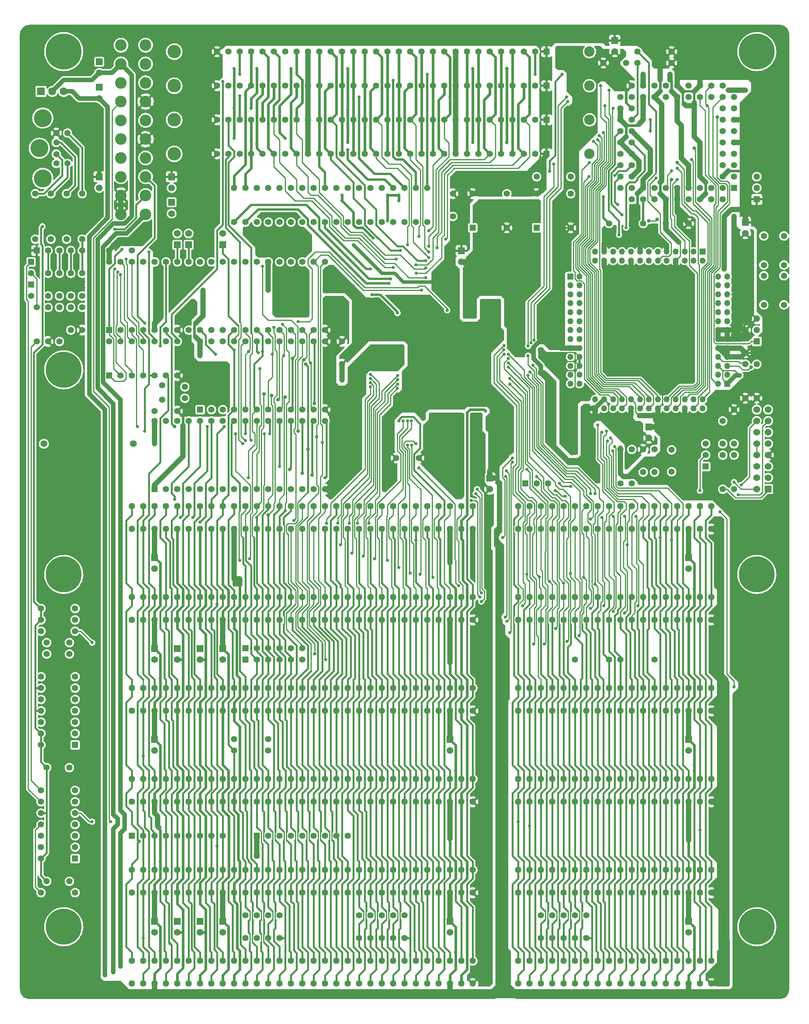
<source format=gbr>
%TF.GenerationSoftware,KiCad,Pcbnew,(6.0.2)*%
%TF.CreationDate,2026-01-28T13:48:29-08:00*%
%TF.ProjectId,AT386SX,41543338-3653-4582-9e6b-696361645f70,2.1*%
%TF.SameCoordinates,Original*%
%TF.FileFunction,Copper,L2,Bot*%
%TF.FilePolarity,Positive*%
%FSLAX46Y46*%
G04 Gerber Fmt 4.6, Leading zero omitted, Abs format (unit mm)*
G04 Created by KiCad (PCBNEW (6.0.2)) date 2026-01-28 13:48:29*
%MOMM*%
%LPD*%
G01*
G04 APERTURE LIST*
%TA.AperFunction,ComponentPad*%
%ADD10C,1.440000*%
%TD*%
%TA.AperFunction,ComponentPad*%
%ADD11R,1.397000X1.397000*%
%TD*%
%TA.AperFunction,ComponentPad*%
%ADD12C,1.397000*%
%TD*%
%TA.AperFunction,ComponentPad*%
%ADD13R,1.350000X1.350000*%
%TD*%
%TA.AperFunction,ComponentPad*%
%ADD14O,1.350000X1.350000*%
%TD*%
%TA.AperFunction,ComponentPad*%
%ADD15R,1.490980X1.490980*%
%TD*%
%TA.AperFunction,ComponentPad*%
%ADD16C,1.490980*%
%TD*%
%TA.AperFunction,ComponentPad*%
%ADD17R,1.440000X1.440000*%
%TD*%
%TA.AperFunction,ComponentPad*%
%ADD18C,2.311400*%
%TD*%
%TA.AperFunction,ComponentPad*%
%ADD19C,2.997200*%
%TD*%
%TA.AperFunction,ComponentPad*%
%ADD20C,1.399540*%
%TD*%
%TA.AperFunction,ComponentPad*%
%ADD21R,1.524000X1.524000*%
%TD*%
%TA.AperFunction,ComponentPad*%
%ADD22C,1.524000*%
%TD*%
%TA.AperFunction,ComponentPad*%
%ADD23C,1.371600*%
%TD*%
%TA.AperFunction,ComponentPad*%
%ADD24C,4.000500*%
%TD*%
%TA.AperFunction,ComponentPad*%
%ADD25C,2.600960*%
%TD*%
%TA.AperFunction,ComponentPad*%
%ADD26C,0.900000*%
%TD*%
%TA.AperFunction,ComponentPad*%
%ADD27C,8.000000*%
%TD*%
%TA.AperFunction,ComponentPad*%
%ADD28R,1.778000X1.778000*%
%TD*%
%TA.AperFunction,ComponentPad*%
%ADD29C,1.778000*%
%TD*%
%TA.AperFunction,ViaPad*%
%ADD30C,0.800000*%
%TD*%
%TA.AperFunction,ViaPad*%
%ADD31C,0.700000*%
%TD*%
%TA.AperFunction,ViaPad*%
%ADD32C,1.450000*%
%TD*%
%TA.AperFunction,Conductor*%
%ADD33C,0.250000*%
%TD*%
%TA.AperFunction,Conductor*%
%ADD34C,0.400000*%
%TD*%
%TA.AperFunction,Conductor*%
%ADD35C,1.200000*%
%TD*%
%TA.AperFunction,Conductor*%
%ADD36C,0.600000*%
%TD*%
%TA.AperFunction,Conductor*%
%ADD37C,0.300000*%
%TD*%
%TA.AperFunction,Conductor*%
%ADD38C,1.000000*%
%TD*%
%TA.AperFunction,Conductor*%
%ADD39C,0.800000*%
%TD*%
%TA.AperFunction,Conductor*%
%ADD40C,0.500000*%
%TD*%
G04 APERTURE END LIST*
D10*
%TO.P,J1,1,GND*%
%TO.N,GND*%
X43180000Y-232410000D03*
%TO.P,J1,2,RESET*%
%TO.N,RESET*%
X45720000Y-232410000D03*
%TO.P,J1,3,+5V*%
%TO.N,VCC*%
X48260000Y-232410000D03*
%TO.P,J1,4,IRQ9*%
%TO.N,IRQ9*%
X50800000Y-232410000D03*
%TO.P,J1,5,-5V*%
%TO.N,-5V*%
X53340000Y-232410000D03*
%TO.P,J1,6,DRQ2*%
%TO.N,DRQ2*%
X55880000Y-232410000D03*
%TO.P,J1,7,-12V*%
%TO.N,-12V*%
X58420000Y-232410000D03*
%TO.P,J1,8,~{0WS}/~{SRDY}*%
%TO.N,~{0WS}*%
X60960000Y-232410000D03*
%TO.P,J1,9,+12V*%
%TO.N,+12V*%
X63500000Y-232410000D03*
%TO.P,J1,10,GND*%
%TO.N,GND*%
X66040000Y-232410000D03*
%TO.P,J1,11,~{SMEMW}*%
%TO.N,~{SMEMW}*%
X68580000Y-232410000D03*
%TO.P,J1,12,~{SMEMR}*%
%TO.N,~{SMEMR}*%
X71120000Y-232410000D03*
%TO.P,J1,13,~{IOW}*%
%TO.N,~{IOW}*%
X73660000Y-232410000D03*
%TO.P,J1,14,~{IOR}*%
%TO.N,~{IOR}*%
X76200000Y-232410000D03*
%TO.P,J1,15,~{DACK3}*%
%TO.N,~{DACK3}*%
X78740000Y-232410000D03*
%TO.P,J1,16,DRQ3*%
%TO.N,DRQ3*%
X81280000Y-232410000D03*
%TO.P,J1,17,~{DACK1}*%
%TO.N,~{DACK1}*%
X83820000Y-232410000D03*
%TO.P,J1,18,DRQ1*%
%TO.N,DRQ1*%
X86360000Y-232410000D03*
%TO.P,J1,19,~{REFRESH}*%
%TO.N,~{REFRESH}*%
X88900000Y-232410000D03*
%TO.P,J1,20,BCLK*%
%TO.N,BCLK*%
X91440000Y-232410000D03*
%TO.P,J1,21,IRQ7*%
%TO.N,IRQ7*%
X93980000Y-232410000D03*
%TO.P,J1,22,IRQ6*%
%TO.N,IRQ6*%
X96520000Y-232410000D03*
%TO.P,J1,23,IRQ5*%
%TO.N,IRQ5*%
X99060000Y-232410000D03*
%TO.P,J1,24,IRQ4*%
%TO.N,IRQ4*%
X101600000Y-232410000D03*
%TO.P,J1,25,IRQ3*%
%TO.N,IRQ3*%
X104140000Y-232410000D03*
%TO.P,J1,26,~{DACK2}*%
%TO.N,~{DACK2}*%
X106680000Y-232410000D03*
%TO.P,J1,27,TC*%
%TO.N,TC*%
X109220000Y-232410000D03*
%TO.P,J1,28,BALE*%
%TO.N,ALE*%
X111760000Y-232410000D03*
%TO.P,J1,29,+5V*%
%TO.N,VCC*%
X114300000Y-232410000D03*
%TO.P,J1,30,OSC*%
%TO.N,OSC*%
X116840000Y-232410000D03*
%TO.P,J1,31,GND*%
%TO.N,GND*%
X119380000Y-232410000D03*
%TO.P,J1,32,~{IOCHCK}*%
%TO.N,~{IO_CH_CHK}*%
X43180000Y-227330000D03*
%TO.P,J1,33,SD7*%
%TO.N,SD7*%
X45720000Y-227330000D03*
%TO.P,J1,34,SD6*%
%TO.N,SD6*%
X48260000Y-227330000D03*
%TO.P,J1,35,SD5*%
%TO.N,SD5*%
X50800000Y-227330000D03*
%TO.P,J1,36,SD4*%
%TO.N,SD4*%
X53340000Y-227330000D03*
%TO.P,J1,37,SD3*%
%TO.N,SD3*%
X55880000Y-227330000D03*
%TO.P,J1,38,SD2*%
%TO.N,SD2*%
X58420000Y-227330000D03*
%TO.P,J1,39,SD1*%
%TO.N,SD1*%
X60960000Y-227330000D03*
%TO.P,J1,40,SD0*%
%TO.N,SD0*%
X63500000Y-227330000D03*
%TO.P,J1,41,IOCHRDY*%
%TO.N,IO_CH_RDY*%
X66040000Y-227330000D03*
%TO.P,J1,42,AEN*%
%TO.N,AEN*%
X68580000Y-227330000D03*
%TO.P,J1,43,SA19*%
%TO.N,SA19*%
X71120000Y-227330000D03*
%TO.P,J1,44,SA18*%
%TO.N,SA18*%
X73660000Y-227330000D03*
%TO.P,J1,45,SA17*%
%TO.N,SA17*%
X76200000Y-227330000D03*
%TO.P,J1,46,SA16*%
%TO.N,SA16*%
X78740000Y-227330000D03*
%TO.P,J1,47,SA15*%
%TO.N,SA15*%
X81280000Y-227330000D03*
%TO.P,J1,48,SA14*%
%TO.N,SA14*%
X83820000Y-227330000D03*
%TO.P,J1,49,SA13*%
%TO.N,SA13*%
X86360000Y-227330000D03*
%TO.P,J1,50,SA12*%
%TO.N,SA12*%
X88900000Y-227330000D03*
%TO.P,J1,51,SA11*%
%TO.N,SA11*%
X91440000Y-227330000D03*
%TO.P,J1,52,SA10*%
%TO.N,SA10*%
X93980000Y-227330000D03*
%TO.P,J1,53,SA9*%
%TO.N,SA9*%
X96520000Y-227330000D03*
%TO.P,J1,54,SA8*%
%TO.N,SA8*%
X99060000Y-227330000D03*
%TO.P,J1,55,SA7*%
%TO.N,SA7*%
X101600000Y-227330000D03*
%TO.P,J1,56,SA6*%
%TO.N,SA6*%
X104140000Y-227330000D03*
%TO.P,J1,57,SA5*%
%TO.N,SA5*%
X106680000Y-227330000D03*
%TO.P,J1,58,SA4*%
%TO.N,SA4*%
X109220000Y-227330000D03*
%TO.P,J1,59,SA3*%
%TO.N,SA3*%
X111760000Y-227330000D03*
%TO.P,J1,60,SA2*%
%TO.N,SA2*%
X114300000Y-227330000D03*
%TO.P,J1,61,SA1*%
%TO.N,SA1*%
X116840000Y-227330000D03*
%TO.P,J1,62,SA0*%
%TO.N,SA0*%
X119380000Y-227330000D03*
%TO.P,J1,63,~{MEMCS16}*%
%TO.N,~{MEMCS16}*%
X129540000Y-232410000D03*
%TO.P,J1,64,~{IOCS16}*%
%TO.N,~{IOCS16}*%
X132080000Y-232410000D03*
%TO.P,J1,65,IRQ10*%
%TO.N,IRQ10*%
X134620000Y-232410000D03*
%TO.P,J1,66,IRQ11*%
%TO.N,IRQ11*%
X137160000Y-232410000D03*
%TO.P,J1,67,IRQ12*%
%TO.N,IRQ12*%
X139700000Y-232410000D03*
%TO.P,J1,68,IRQ15*%
%TO.N,IRQ15*%
X142240000Y-232410000D03*
%TO.P,J1,69,IRQ14*%
%TO.N,IRQ14*%
X144780000Y-232410000D03*
%TO.P,J1,70,~{DACK0}*%
%TO.N,~{DACK0}*%
X147320000Y-232410000D03*
%TO.P,J1,71,DRQ0*%
%TO.N,DRQ0*%
X149860000Y-232410000D03*
%TO.P,J1,72,~{DACK5}*%
%TO.N,~{DACK5}*%
X152400000Y-232410000D03*
%TO.P,J1,73,DRQ5*%
%TO.N,DRQ5*%
X154940000Y-232410000D03*
%TO.P,J1,74,~{DACK6}*%
%TO.N,~{DACK6}*%
X157480000Y-232410000D03*
%TO.P,J1,75,DRQ6*%
%TO.N,DRQ6*%
X160020000Y-232410000D03*
%TO.P,J1,76,~{DACK7}*%
%TO.N,~{DACK7}*%
X162560000Y-232410000D03*
%TO.P,J1,77,DRQ7*%
%TO.N,DRQ7*%
X165100000Y-232410000D03*
%TO.P,J1,78,+5V*%
%TO.N,VCC*%
X167640000Y-232410000D03*
%TO.P,J1,79,~{MASTER}*%
%TO.N,MASTER*%
X170180000Y-232410000D03*
%TO.P,J1,80,GND*%
%TO.N,GND*%
X172720000Y-232410000D03*
%TO.P,J1,81,~{SBHE}*%
%TO.N,~{SBHE}*%
X129540000Y-227330000D03*
%TO.P,J1,82,LA23*%
%TO.N,LA23*%
X132080000Y-227330000D03*
%TO.P,J1,83,LA22*%
%TO.N,LA22*%
X134620000Y-227330000D03*
%TO.P,J1,84,LA21*%
%TO.N,LA21*%
X137160000Y-227330000D03*
%TO.P,J1,85,LA20*%
%TO.N,LA20*%
X139700000Y-227330000D03*
%TO.P,J1,86,LA19*%
%TO.N,LA19*%
X142240000Y-227330000D03*
%TO.P,J1,87,LA18*%
%TO.N,LA18*%
X144780000Y-227330000D03*
%TO.P,J1,88,LA17*%
%TO.N,LA17*%
X147320000Y-227330000D03*
%TO.P,J1,89,~{MEMR}*%
%TO.N,~{MEMR}*%
X149860000Y-227330000D03*
%TO.P,J1,90,~{MEMW}*%
%TO.N,~{MEMW}*%
X152400000Y-227330000D03*
%TO.P,J1,91,SD8*%
%TO.N,SD8*%
X154940000Y-227330000D03*
%TO.P,J1,92,SD9*%
%TO.N,SD9*%
X157480000Y-227330000D03*
%TO.P,J1,93,SD10*%
%TO.N,SD10*%
X160020000Y-227330000D03*
%TO.P,J1,94,SD11*%
%TO.N,SD11*%
X162560000Y-227330000D03*
%TO.P,J1,95,SD12*%
%TO.N,SD12*%
X165100000Y-227330000D03*
%TO.P,J1,96,SD13*%
%TO.N,SD13*%
X167640000Y-227330000D03*
%TO.P,J1,97,SD14*%
%TO.N,SD14*%
X170180000Y-227330000D03*
%TO.P,J1,98,SD15*%
%TO.N,SD15*%
X172720000Y-227330000D03*
%TD*%
D11*
%TO.P,U2,1,NC*%
%TO.N,unconnected-(U2-Pad1)*%
X177800000Y-54610000D03*
D12*
%TO.P,U2,2,D7*%
%TO.N,D7*%
X175260000Y-54610000D03*
%TO.P,U2,3,D6*%
%TO.N,D6*%
X177800000Y-52070000D03*
%TO.P,U2,4,VCC*%
%TO.N,VCC*%
X175260000Y-52070000D03*
%TO.P,U2,5,GND*%
%TO.N,GND*%
X177800000Y-49530000D03*
%TO.P,U2,6,D5*%
%TO.N,D5*%
X175260000Y-49530000D03*
%TO.P,U2,7,D4*%
%TO.N,D4*%
X177800000Y-46990000D03*
%TO.P,U2,8,D3*%
%TO.N,D3*%
X175260000Y-46990000D03*
%TO.P,U2,9,VCC*%
%TO.N,VCC*%
X177800000Y-44450000D03*
%TO.P,U2,10,NC*%
%TO.N,unconnected-(U2-Pad10)*%
X175260000Y-44450000D03*
%TO.P,U2,11,D15*%
%TO.N,D15*%
X177800000Y-41910000D03*
%TO.P,U2,12,D14*%
%TO.N,D14*%
X175260000Y-41910000D03*
%TO.P,U2,13,VCC*%
%TO.N,VCC*%
X177800000Y-39370000D03*
%TO.P,U2,14,GND*%
%TO.N,GND*%
X175260000Y-39370000D03*
%TO.P,U2,15,D13*%
%TO.N,D13*%
X177800000Y-36830000D03*
%TO.P,U2,16,D12*%
%TO.N,D12*%
X175260000Y-36830000D03*
%TO.P,U2,17,NC*%
%TO.N,unconnected-(U2-Pad17)*%
X177800000Y-34290000D03*
%TO.P,U2,18,NC*%
%TO.N,unconnected-(U2-Pad18)*%
X175260000Y-31750000D03*
%TO.P,U2,19,D0*%
%TO.N,D0*%
X175260000Y-34290000D03*
%TO.P,U2,20,D1*%
%TO.N,D1*%
X172720000Y-31750000D03*
%TO.P,U2,21,GND*%
%TO.N,GND*%
X172720000Y-34290000D03*
%TO.P,U2,22,VCC*%
%TO.N,VCC*%
X170180000Y-31750000D03*
%TO.P,U2,23,D2*%
%TO.N,D2*%
X170180000Y-34290000D03*
%TO.P,U2,24,D8*%
%TO.N,D8*%
X167640000Y-31750000D03*
%TO.P,U2,25,GND*%
%TO.N,GND*%
X167640000Y-34290000D03*
%TO.P,U2,26,VCC*%
%TO.N,VCC*%
X165100000Y-31750000D03*
%TO.P,U2,27,GND*%
%TO.N,GND*%
X165100000Y-34290000D03*
%TO.P,U2,28,D9*%
%TO.N,D9*%
X162560000Y-31750000D03*
%TO.P,U2,29,D10*%
%TO.N,D10*%
X162560000Y-34290000D03*
%TO.P,U2,30,D11*%
%TO.N,D11*%
X160020000Y-31750000D03*
%TO.P,U2,31,VCC*%
%TO.N,VCC*%
X160020000Y-34290000D03*
%TO.P,U2,32,GND*%
%TO.N,GND*%
X157480000Y-31750000D03*
%TO.P,U2,33,VCC*%
%TO.N,VCC*%
X157480000Y-34290000D03*
%TO.P,U2,34,GND*%
%TO.N,GND*%
X154940000Y-31750000D03*
%TO.P,U2,35,~{ERROR}*%
%TO.N,~{FPU_ERROR}*%
X152400000Y-34290000D03*
%TO.P,U2,36,~{BUSY}*%
%TO.N,~{FPU_BUSY}*%
X154940000Y-34290000D03*
%TO.P,U2,37,VCC*%
%TO.N,VCC*%
X152400000Y-36830000D03*
%TO.P,U2,38,GND*%
%TO.N,GND*%
X154940000Y-36830000D03*
%TO.P,U2,39,VCC*%
%TO.N,VCC*%
X152400000Y-39370000D03*
%TO.P,U2,40,STEN*%
%TO.N,Net-(R34-Pad2)*%
X154940000Y-39370000D03*
%TO.P,U2,41,W/~{R}*%
%TO.N,W{slash}~{R}*%
X152400000Y-41910000D03*
%TO.P,U2,42,GND*%
%TO.N,GND*%
X154940000Y-41910000D03*
%TO.P,U2,43,VCC*%
%TO.N,VCC*%
X152400000Y-44450000D03*
%TO.P,U2,44,~{NPS1}*%
%TO.N,M{slash}~{IO}*%
X154940000Y-44450000D03*
%TO.P,U2,45,NPS2*%
%TO.N,A23*%
X152400000Y-46990000D03*
%TO.P,U2,46,VCC*%
%TO.N,VCC*%
X154940000Y-46990000D03*
%TO.P,U2,47,~{ADS}*%
%TO.N,~{ADS}*%
X152400000Y-49530000D03*
%TO.P,U2,48,~{CMD0}*%
%TO.N,A2*%
X154940000Y-49530000D03*
%TO.P,U2,49,~{READY}*%
%TO.N,~{READY}*%
X152400000Y-52070000D03*
%TO.P,U2,50,VCC*%
%TO.N,VCC*%
X154940000Y-52070000D03*
%TO.P,U2,51,RESETIN*%
%TO.N,FPU_RESET*%
X152400000Y-54610000D03*
%TO.P,U2,52,NC*%
%TO.N,unconnected-(U2-Pad52)*%
X154940000Y-57150000D03*
%TO.P,U2,53,NUMCLK2*%
%TO.N,FPU_CLK2*%
X154940000Y-54610000D03*
%TO.P,U2,54,CPUCLK2*%
%TO.N,CLK2*%
X157480000Y-57150000D03*
%TO.P,U2,55,GND*%
%TO.N,GND*%
X157480000Y-54610000D03*
%TO.P,U2,56,PEREQ*%
%TO.N,FPU_PEREQ*%
X160020000Y-57150000D03*
%TO.P,U2,57,~{READY0}*%
%TO.N,unconnected-(U2-Pad57)*%
X160020000Y-54610000D03*
%TO.P,U2,58,VCC*%
%TO.N,VCC*%
X162560000Y-57150000D03*
%TO.P,U2,59,CKM*%
%TO.N,Net-(JP5-Pad2)*%
X162560000Y-54610000D03*
%TO.P,U2,60,GND*%
%TO.N,GND*%
X165100000Y-57150000D03*
%TO.P,U2,61,GND*%
X165100000Y-54610000D03*
%TO.P,U2,62,VCC*%
%TO.N,VCC*%
X167640000Y-57150000D03*
%TO.P,U2,63,GND*%
%TO.N,GND*%
X167640000Y-54610000D03*
%TO.P,U2,64,VCC*%
%TO.N,VCC*%
X170180000Y-57150000D03*
%TO.P,U2,65,NC*%
%TO.N,unconnected-(U2-Pad65)*%
X170180000Y-54610000D03*
%TO.P,U2,66,GND*%
%TO.N,GND*%
X172720000Y-57150000D03*
%TO.P,U2,67,NC*%
%TO.N,unconnected-(U2-Pad67)*%
X172720000Y-54610000D03*
%TO.P,U2,68,NC*%
%TO.N,unconnected-(U2-Pad68)*%
X175260000Y-57150000D03*
%TD*%
D11*
%TO.P,U4,1,MOT*%
%TO.N,unconnected-(U4-Pad1)*%
X58420000Y-104140000D03*
D12*
%TO.P,U4,2,X1*%
%TO.N,Net-(U4-Pad2)*%
X60960000Y-104140000D03*
%TO.P,U4,3,X2*%
%TO.N,Net-(U4-Pad3)*%
X63500000Y-104140000D03*
%TO.P,U4,4,AD0*%
%TO.N,SD0*%
X66040000Y-104140000D03*
%TO.P,U4,5,AD1*%
%TO.N,SD1*%
X68580000Y-104140000D03*
%TO.P,U4,6,AD2*%
%TO.N,SD2*%
X71120000Y-104140000D03*
%TO.P,U4,7,AD3*%
%TO.N,SD3*%
X73660000Y-104140000D03*
%TO.P,U4,8,AD4*%
%TO.N,SD4*%
X76200000Y-104140000D03*
%TO.P,U4,9,AD5*%
%TO.N,SD5*%
X78740000Y-104140000D03*
%TO.P,U4,10,AD6*%
%TO.N,SD6*%
X81280000Y-104140000D03*
%TO.P,U4,11,AD7*%
%TO.N,SD7*%
X83820000Y-104140000D03*
%TO.P,U4,12,GND*%
%TO.N,GND*%
X86360000Y-104140000D03*
%TO.P,U4,13,~{CS}*%
X86360000Y-88900000D03*
%TO.P,U4,14,AS*%
%TO.N,RTC_AS*%
X83820000Y-88900000D03*
%TO.P,U4,15,R/~{W}*%
%TO.N,RTC_RW*%
X81280000Y-88900000D03*
%TO.P,U4,16,GND*%
%TO.N,GND*%
X78740000Y-88900000D03*
%TO.P,U4,17,DS*%
%TO.N,RTC_DS*%
X76200000Y-88900000D03*
%TO.P,U4,18,~{RESET}*%
%TO.N,VCC*%
X73660000Y-88900000D03*
%TO.P,U4,19,~{IRQ}*%
%TO.N,~{RTC_IRQ8}*%
X71120000Y-88900000D03*
%TO.P,U4,20,VBAT*%
%TO.N,Net-(BT1-Pad1)*%
X68580000Y-88900000D03*
%TO.P,U4,21,~{RCLR}*%
%TO.N,Net-(JP1-Pad1)*%
X66040000Y-88900000D03*
%TO.P,U4,22,NC*%
%TO.N,unconnected-(U4-Pad22)*%
X63500000Y-88900000D03*
%TO.P,U4,23,SQW*%
%TO.N,unconnected-(U4-Pad23)*%
X60960000Y-88900000D03*
%TO.P,U4,24,VCC*%
%TO.N,VCC*%
X58420000Y-88900000D03*
%TD*%
D11*
%TO.P,U5,1,KBCI*%
%TO.N,/Memory\u002C BIOS\u002C Keyboard\u002C RTC/KBCI*%
X38100000Y-86360000D03*
D12*
%TO.P,U5,2,XTAL1*%
%TO.N,Net-(R37-Pad1)*%
X40640000Y-86360000D03*
%TO.P,U5,3,XTAL2*%
%TO.N,KBC_CLK*%
X43180000Y-86360000D03*
%TO.P,U5,4,~{RESET}*%
%TO.N,~{RESET}*%
X45720000Y-86360000D03*
%TO.P,U5,5,~{SS}*%
%TO.N,VCC*%
X48260000Y-86360000D03*
%TO.P,U5,6,~{CS}*%
%TO.N,~{KBC_CS}*%
X50800000Y-86360000D03*
%TO.P,U5,7,EA*%
%TO.N,GND*%
X53340000Y-86360000D03*
%TO.P,U5,8,~{RD}*%
%TO.N,~{IOR}*%
X55880000Y-86360000D03*
%TO.P,U5,9,A2*%
%TO.N,SA2*%
X58420000Y-86360000D03*
%TO.P,U5,10,~{WR}*%
%TO.N,~{IOW}*%
X60960000Y-86360000D03*
%TO.P,U5,11,SYNC*%
%TO.N,unconnected-(U5-Pad11)*%
X63500000Y-86360000D03*
%TO.P,U5,12,DB0*%
%TO.N,SD0*%
X66040000Y-86360000D03*
%TO.P,U5,13,DB1*%
%TO.N,SD1*%
X68580000Y-86360000D03*
%TO.P,U5,14,DB2*%
%TO.N,SD2*%
X71120000Y-86360000D03*
%TO.P,U5,15,DB3*%
%TO.N,SD3*%
X73660000Y-86360000D03*
%TO.P,U5,16,DB4*%
%TO.N,SD4*%
X76200000Y-86360000D03*
%TO.P,U5,17,DB5*%
%TO.N,SD5*%
X78740000Y-86360000D03*
%TO.P,U5,18,DB6*%
%TO.N,SD6*%
X81280000Y-86360000D03*
%TO.P,U5,19,DB7*%
%TO.N,SD7*%
X83820000Y-86360000D03*
%TO.P,U5,20,GND*%
%TO.N,GND*%
X86360000Y-86360000D03*
%TO.P,U5,21,~{RC}*%
%TO.N,~{KBC_RC}*%
X86360000Y-71120000D03*
%TO.P,U5,22,~{GA20}*%
%TO.N,~{KBC_GA20}*%
X83820000Y-71120000D03*
%TO.P,U5,23,P22/MSDO*%
%TO.N,/Memory\u002C BIOS\u002C Keyboard\u002C RTC/MSD0*%
X81280000Y-71120000D03*
%TO.P,U5,24,P23/MSCO*%
%TO.N,/Memory\u002C BIOS\u002C Keyboard\u002C RTC/MSC0*%
X78740000Y-71120000D03*
%TO.P,U5,25,PROG*%
%TO.N,VCC*%
X76200000Y-71120000D03*
%TO.P,U5,26,VCC*%
X73660000Y-71120000D03*
%TO.P,U5,27,P10/KBDI*%
%TO.N,/Memory\u002C BIOS\u002C Keyboard\u002C RTC/KBDI*%
X71120000Y-71120000D03*
%TO.P,U5,28,P11/MSDI*%
%TO.N,/Memory\u002C BIOS\u002C Keyboard\u002C RTC/MSDI*%
X68580000Y-71120000D03*
%TO.P,U5,29,P12*%
%TO.N,unconnected-(U5-Pad29)*%
X66040000Y-71120000D03*
%TO.P,U5,30,P13*%
%TO.N,unconnected-(U5-Pad30)*%
X63500000Y-71120000D03*
%TO.P,U5,31,RAM_SEL*%
%TO.N,unconnected-(U5-Pad31)*%
X60960000Y-71120000D03*
%TO.P,U5,32,JUMP*%
%TO.N,unconnected-(U5-Pad32)*%
X58420000Y-71120000D03*
%TO.P,U5,33,DISP_SEL*%
%TO.N,/Memory\u002C BIOS\u002C Keyboard\u002C RTC/DISP_SEL*%
X55880000Y-71120000D03*
%TO.P,U5,34,~{KBD_INH}*%
%TO.N,/Memory\u002C BIOS\u002C Keyboard\u002C RTC/KEY_LOCK*%
X53340000Y-71120000D03*
%TO.P,U5,35,IRQ1*%
%TO.N,KBC_IRQ1*%
X50800000Y-71120000D03*
%TO.P,U5,36,IRQ12*%
%TO.N,KBC_IRQ12*%
X48260000Y-71120000D03*
%TO.P,U5,37,KBCO*%
%TO.N,/Memory\u002C BIOS\u002C Keyboard\u002C RTC/KBCO*%
X45720000Y-71120000D03*
%TO.P,U5,38,KBDO*%
%TO.N,/Memory\u002C BIOS\u002C Keyboard\u002C RTC/KBDO*%
X43180000Y-71120000D03*
%TO.P,U5,39,KBDI/MSCI*%
%TO.N,/Memory\u002C BIOS\u002C Keyboard\u002C RTC/MSCI*%
X40640000Y-71120000D03*
%TO.P,U5,40,VCC*%
%TO.N,VCC*%
X38100000Y-71120000D03*
%TD*%
D11*
%TO.P,U7,1*%
%TO.N,/Memory\u002C BIOS\u002C Keyboard\u002C RTC/KBCO*%
X38100000Y-96520000D03*
D12*
%TO.P,U7,2*%
%TO.N,/Memory\u002C BIOS\u002C Keyboard\u002C RTC/KBCI*%
X40640000Y-96520000D03*
%TO.P,U7,3*%
%TO.N,/Memory\u002C BIOS\u002C Keyboard\u002C RTC/MSD0*%
X43180000Y-96520000D03*
%TO.P,U7,4*%
%TO.N,/Memory\u002C BIOS\u002C Keyboard\u002C RTC/MSDI*%
X45720000Y-96520000D03*
%TO.P,U7,5*%
%TO.N,~{RESET}*%
X48260000Y-96520000D03*
%TO.P,U7,6*%
%TO.N,RESET*%
X50800000Y-96520000D03*
%TO.P,U7,7,GND*%
%TO.N,GND*%
X53340000Y-96520000D03*
%TO.P,U7,8*%
%TO.N,/READY*%
X53340000Y-88900000D03*
%TO.P,U7,9*%
%TO.N,~{READY}*%
X50800000Y-88900000D03*
%TO.P,U7,10*%
%TO.N,/Memory\u002C BIOS\u002C Keyboard\u002C RTC/KBDI*%
X48260000Y-88900000D03*
%TO.P,U7,11*%
%TO.N,/Memory\u002C BIOS\u002C Keyboard\u002C RTC/KBDO*%
X45720000Y-88900000D03*
%TO.P,U7,12*%
%TO.N,/Memory\u002C BIOS\u002C Keyboard\u002C RTC/MSCI*%
X43180000Y-88900000D03*
%TO.P,U7,13*%
%TO.N,/Memory\u002C BIOS\u002C Keyboard\u002C RTC/MSC0*%
X40640000Y-88900000D03*
%TO.P,U7,14,VCC*%
%TO.N,VCC*%
X38100000Y-88900000D03*
%TD*%
D13*
%TO.P,J17,1,Pin_1*%
%TO.N,GND*%
X146750000Y-103870000D03*
D14*
%TO.P,J17,2,Pin_2*%
%TO.N,A21*%
X146750000Y-101870000D03*
%TO.P,J17,3,Pin_3*%
%TO.N,A22*%
X148750000Y-103870000D03*
%TO.P,J17,4,Pin_4*%
%TO.N,GND*%
X148750000Y-101870000D03*
%TO.P,J17,5,Pin_5*%
%TO.N,D15*%
X150750000Y-103870000D03*
%TO.P,J17,6,Pin_6*%
%TO.N,A23*%
X150750000Y-101870000D03*
%TO.P,J17,7,Pin_7*%
%TO.N,D13*%
X152750000Y-103870000D03*
%TO.P,J17,8,Pin_8*%
%TO.N,D14*%
X152750000Y-101870000D03*
%TO.P,J17,9,Pin_9*%
%TO.N,GND*%
X154750000Y-103870000D03*
%TO.P,J17,10,Pin_10*%
%TO.N,VCC*%
X154750000Y-101870000D03*
%TO.P,J17,11,Pin_11*%
%TO.N,D11*%
X156750000Y-103870000D03*
%TO.P,J17,12,Pin_12*%
%TO.N,D12*%
X156750000Y-101870000D03*
%TO.P,J17,13,Pin_13*%
%TO.N,D9*%
X158750000Y-103870000D03*
%TO.P,J17,14,Pin_14*%
%TO.N,D10*%
X158750000Y-101870000D03*
%TO.P,J17,15,Pin_15*%
%TO.N,VCC*%
X160750000Y-103870000D03*
%TO.P,J17,16,Pin_16*%
%TO.N,D8*%
X160750000Y-101870000D03*
%TO.P,J17,17,Pin_17*%
%TO.N,D6*%
X162750000Y-103870000D03*
%TO.P,J17,18,Pin_18*%
%TO.N,D7*%
X162750000Y-101870000D03*
%TO.P,J17,19,Pin_19*%
%TO.N,D4*%
X164750000Y-103870000D03*
%TO.P,J17,20,Pin_20*%
%TO.N,D5*%
X164750000Y-101870000D03*
%TO.P,J17,21,Pin_21*%
%TO.N,VCC*%
X166750000Y-103870000D03*
%TO.P,J17,22,Pin_22*%
%TO.N,D3*%
X166750000Y-101870000D03*
%TO.P,J17,23,Pin_23*%
%TO.N,D2*%
X168750000Y-103870000D03*
%TO.P,J17,24,Pin_24*%
%TO.N,GND*%
X168750000Y-101870000D03*
%TO.P,J17,25,Pin_25*%
%TO.N,unconnected-(J17-Pad25)*%
X170750000Y-103870000D03*
%TO.P,J17,26,Pin_26*%
%TO.N,D1*%
X170750000Y-101870000D03*
%TD*%
D12*
%TO.P,C10,1*%
%TO.N,FPU_RESET*%
X153670000Y-26670000D03*
%TO.P,C10,2*%
%TO.N,GND*%
X148590000Y-26670000D03*
%TD*%
%TO.P,R2,1*%
%TO.N,MA0*%
X99060000Y-62230000D03*
%TO.P,R2,2*%
%TO.N,/Memory\u002C BIOS\u002C Keyboard\u002C RTC/RA0*%
X99060000Y-54610000D03*
%TD*%
D11*
%TO.P,X1,1,EN*%
%TO.N,unconnected-(X1-Pad1)*%
X133667500Y-63500000D03*
D12*
%TO.P,X1,4,GND*%
%TO.N,GND*%
X141287500Y-63500000D03*
%TO.P,X1,5,OUT*%
%TO.N,Net-(R13-Pad1)*%
X141287500Y-55880000D03*
%TO.P,X1,8,Vcc*%
%TO.N,VCC*%
X133667500Y-55880000D03*
%TD*%
%TO.P,C8,1*%
%TO.N,/Memory\u002C BIOS\u002C Keyboard\u002C RTC/MSCI*%
X32067500Y-73660000D03*
%TO.P,C8,2*%
%TO.N,GND*%
X32067500Y-78740000D03*
%TD*%
D15*
%TO.P,C35,1*%
%TO.N,VCC*%
X167640000Y-137180000D03*
D16*
%TO.P,C35,2*%
%TO.N,GND*%
X167640000Y-139680000D03*
%TD*%
D17*
%TO.P,JP5,1,A*%
%TO.N,VCC*%
X182880000Y-57150000D03*
D10*
%TO.P,JP5,2,C*%
%TO.N,Net-(JP5-Pad2)*%
X182880000Y-54610000D03*
%TO.P,JP5,3,B*%
%TO.N,GND*%
X182880000Y-52070000D03*
%TD*%
D13*
%TO.P,J16,1,Pin_1*%
%TO.N,A3*%
X141240000Y-74360000D03*
D14*
%TO.P,J16,2,Pin_2*%
%TO.N,A2*%
X143240000Y-74360000D03*
%TO.P,J16,3,Pin_3*%
%TO.N,A5*%
X141240000Y-76360000D03*
%TO.P,J16,4,Pin_4*%
%TO.N,A4*%
X143240000Y-76360000D03*
%TO.P,J16,5,Pin_5*%
%TO.N,A7*%
X141240000Y-78360000D03*
%TO.P,J16,6,Pin_6*%
%TO.N,A6*%
X143240000Y-78360000D03*
%TO.P,J16,7,Pin_7*%
%TO.N,A8*%
X141240000Y-80360000D03*
%TO.P,J16,8,Pin_8*%
%TO.N,VCC*%
X143240000Y-80360000D03*
%TO.P,J16,9,Pin_9*%
%TO.N,A10*%
X141240000Y-82360000D03*
%TO.P,J16,10,Pin_10*%
%TO.N,A9*%
X143240000Y-82360000D03*
%TO.P,J16,11,Pin_11*%
%TO.N,A12*%
X141240000Y-84360000D03*
%TO.P,J16,12,Pin_12*%
%TO.N,A11*%
X143240000Y-84360000D03*
%TO.P,J16,13,Pin_13*%
%TO.N,A13*%
X141240000Y-86360000D03*
%TO.P,J16,14,Pin_14*%
%TO.N,GND*%
X143240000Y-86360000D03*
%TO.P,J16,15,Pin_15*%
%TO.N,A15*%
X141240000Y-88360000D03*
%TO.P,J16,16,Pin_16*%
%TO.N,A14*%
X143240000Y-88360000D03*
%TO.P,J16,17,Pin_17*%
%TO.N,GND*%
X141240000Y-90360000D03*
%TO.P,J16,18,Pin_18*%
X143240000Y-90360000D03*
%TO.P,J16,19,Pin_19*%
%TO.N,A16*%
X141240000Y-92360000D03*
%TO.P,J16,20,Pin_20*%
%TO.N,VCC*%
X143240000Y-92360000D03*
%TO.P,J16,21,Pin_21*%
%TO.N,A17*%
X141240000Y-94360000D03*
%TO.P,J16,22,Pin_22*%
%TO.N,VCC*%
X143240000Y-94360000D03*
%TO.P,J16,23,Pin_23*%
%TO.N,A19*%
X141240000Y-96360000D03*
%TO.P,J16,24,Pin_24*%
%TO.N,A18*%
X143240000Y-96360000D03*
%TO.P,J16,25,Pin_25*%
%TO.N,unconnected-(J16-Pad25)*%
X141240000Y-98360000D03*
%TO.P,J16,26,Pin_26*%
%TO.N,A20*%
X143240000Y-98360000D03*
%TD*%
D12*
%TO.P,R33,1*%
%TO.N,VCC*%
X163830000Y-24130000D03*
%TO.P,R33,2*%
%TO.N,/~{ERROR}*%
X156210000Y-24130000D03*
%TD*%
D11*
%TO.P,J9,1,VCC*%
%TO.N,VCC*%
X135890000Y-31750000D03*
D12*
%TO.P,J9,2,~{CAS}*%
%TO.N,/Memory\u002C BIOS\u002C Keyboard\u002C RTC/~{RCAS2}*%
X133350000Y-31750000D03*
%TO.P,J9,3,DQ0*%
%TO.N,D8*%
X130810000Y-31750000D03*
%TO.P,J9,4,A0*%
%TO.N,/Memory\u002C BIOS\u002C Keyboard\u002C RTC/RA0*%
X128270000Y-31750000D03*
%TO.P,J9,5,A1*%
%TO.N,/Memory\u002C BIOS\u002C Keyboard\u002C RTC/RA1*%
X125730000Y-31750000D03*
%TO.P,J9,6,DQ1*%
%TO.N,D9*%
X123190000Y-31750000D03*
%TO.P,J9,7,A2*%
%TO.N,/Memory\u002C BIOS\u002C Keyboard\u002C RTC/RA2*%
X120650000Y-31750000D03*
%TO.P,J9,8,A3*%
%TO.N,/Memory\u002C BIOS\u002C Keyboard\u002C RTC/RA3*%
X118110000Y-31750000D03*
%TO.P,J9,9,GND*%
%TO.N,GND*%
X115570000Y-31750000D03*
%TO.P,J9,10,DQ2*%
%TO.N,D10*%
X113030000Y-31750000D03*
%TO.P,J9,11,A4*%
%TO.N,/Memory\u002C BIOS\u002C Keyboard\u002C RTC/RA4*%
X110490000Y-31750000D03*
%TO.P,J9,12,A5*%
%TO.N,/Memory\u002C BIOS\u002C Keyboard\u002C RTC/RA5*%
X107950000Y-31750000D03*
%TO.P,J9,13,DQ3*%
%TO.N,D11*%
X105410000Y-31750000D03*
%TO.P,J9,14,A6*%
%TO.N,/Memory\u002C BIOS\u002C Keyboard\u002C RTC/RA6*%
X102870000Y-31750000D03*
%TO.P,J9,15,A7*%
%TO.N,/Memory\u002C BIOS\u002C Keyboard\u002C RTC/RA7*%
X100330000Y-31750000D03*
%TO.P,J9,16,DQ4*%
%TO.N,D12*%
X97790000Y-31750000D03*
%TO.P,J9,17,A8*%
%TO.N,/Memory\u002C BIOS\u002C Keyboard\u002C RTC/RA8*%
X95250000Y-31750000D03*
%TO.P,J9,18,A9*%
%TO.N,/Memory\u002C BIOS\u002C Keyboard\u002C RTC/RA9*%
X92710000Y-31750000D03*
%TO.P,J9,19,A10*%
%TO.N,/Memory\u002C BIOS\u002C Keyboard\u002C RTC/RA10*%
X90170000Y-31750000D03*
%TO.P,J9,20,DQ5*%
%TO.N,D13*%
X87630000Y-31750000D03*
%TO.P,J9,21,~{WE}*%
%TO.N,/Memory\u002C BIOS\u002C Keyboard\u002C RTC/~{RWE}*%
X85090000Y-31750000D03*
%TO.P,J9,22,GND*%
%TO.N,GND*%
X82550000Y-31750000D03*
%TO.P,J9,23,DQ6*%
%TO.N,D14*%
X80010000Y-31750000D03*
%TO.P,J9,24,A11*%
%TO.N,unconnected-(J9-Pad24)*%
X77470000Y-31750000D03*
%TO.P,J9,25,DQ7*%
%TO.N,D15*%
X74930000Y-31750000D03*
%TO.P,J9,26,QP*%
%TO.N,MDP02*%
X72390000Y-31750000D03*
%TO.P,J9,27,~{RAS}*%
%TO.N,/Memory\u002C BIOS\u002C Keyboard\u002C RTC/~{RRAS23}*%
X69850000Y-31750000D03*
%TO.P,J9,28,~{CASP}*%
%TO.N,/Memory\u002C BIOS\u002C Keyboard\u002C RTC/~{RCAS2}*%
X67310000Y-31750000D03*
%TO.P,J9,29,DP*%
%TO.N,MDP02*%
X64770000Y-31750000D03*
%TO.P,J9,30,VCC*%
%TO.N,VCC*%
X62230000Y-31750000D03*
D18*
%TO.P,J9,~*%
%TO.N,N/C*%
X145480000Y-31750000D03*
D19*
X52640000Y-31750000D03*
%TD*%
D20*
%TO.P,SW1,1,1*%
%TO.N,GND*%
X184439560Y-80721200D03*
X184439560Y-74218800D03*
%TO.P,SW1,2,2*%
%TO.N,POWER_SW*%
X188940440Y-80721200D03*
X188940440Y-74218800D03*
%TD*%
D15*
%TO.P,C36,1*%
%TO.N,VCC*%
X123190000Y-119400000D03*
D16*
%TO.P,C36,2*%
%TO.N,GND*%
X123190000Y-121900000D03*
%TD*%
D21*
%TO.P,JP3,1,A*%
%TO.N,/Memory\u002C BIOS\u002C Keyboard\u002C RTC/KEY_LOCK*%
X53340000Y-67310000D03*
D22*
%TO.P,JP3,2,B*%
%TO.N,GND*%
X53340000Y-64770000D03*
%TD*%
D12*
%TO.P,U6,32,VCC*%
%TO.N,VCC*%
X48260000Y-106680000D03*
%TO.P,U6,31,~{WE}*%
%TO.N,~{SMEMW}*%
X50800000Y-106680000D03*
%TO.P,U6,30,NC*%
%TO.N,VCC*%
X53340000Y-106680000D03*
%TO.P,U6,29,A14*%
%TO.N,SA14*%
X55880000Y-106680000D03*
%TO.P,U6,28,A13*%
%TO.N,SA13*%
X58420000Y-106680000D03*
%TO.P,U6,27,A8*%
%TO.N,SA8*%
X60960000Y-106680000D03*
%TO.P,U6,26,A9*%
%TO.N,SA9*%
X63500000Y-106680000D03*
%TO.P,U6,25,A11*%
%TO.N,SA11*%
X66040000Y-106680000D03*
%TO.P,U6,24,~{OE}*%
%TO.N,~{SMEMR}*%
X68580000Y-106680000D03*
%TO.P,U6,23,A10*%
%TO.N,SA10*%
X71120000Y-106680000D03*
%TO.P,U6,22,~{CE}*%
%TO.N,~{BIOS_CS}*%
X73660000Y-106680000D03*
%TO.P,U6,21,DQ7*%
%TO.N,SD7*%
X76200000Y-106680000D03*
%TO.P,U6,20,DQ6*%
%TO.N,SD6*%
X78740000Y-106680000D03*
%TO.P,U6,19,DQ5*%
%TO.N,SD5*%
X81280000Y-106680000D03*
%TO.P,U6,18,DQ4*%
%TO.N,SD4*%
X83820000Y-106680000D03*
%TO.P,U6,17,DQ3*%
%TO.N,SD3*%
X86360000Y-106680000D03*
%TO.P,U6,16,GND*%
%TO.N,GND*%
X86360000Y-121920000D03*
%TO.P,U6,15,DQ2*%
%TO.N,SD2*%
X83820000Y-121920000D03*
%TO.P,U6,14,DQ1*%
%TO.N,SD1*%
X81280000Y-121920000D03*
%TO.P,U6,13,DQ0*%
%TO.N,SD0*%
X78740000Y-121920000D03*
%TO.P,U6,12,A0*%
%TO.N,SA0*%
X76200000Y-121920000D03*
%TO.P,U6,11,A1*%
%TO.N,SA1*%
X73660000Y-121920000D03*
%TO.P,U6,10,A2*%
%TO.N,SA2*%
X71120000Y-121920000D03*
%TO.P,U6,9,A3*%
%TO.N,SA3*%
X68580000Y-121920000D03*
%TO.P,U6,8,A4*%
%TO.N,SA4*%
X66040000Y-121920000D03*
%TO.P,U6,7,A5*%
%TO.N,SA5*%
X63500000Y-121920000D03*
%TO.P,U6,6,A6*%
%TO.N,SA6*%
X60960000Y-121920000D03*
%TO.P,U6,5,A7*%
%TO.N,SA7*%
X58420000Y-121920000D03*
%TO.P,U6,4,A12*%
%TO.N,SA12*%
X55880000Y-121920000D03*
%TO.P,U6,3,A15*%
%TO.N,SA15*%
X53340000Y-121920000D03*
%TO.P,U6,2,A16*%
%TO.N,SA16*%
X50800000Y-121920000D03*
D11*
%TO.P,U6,1,NC*%
%TO.N,GND*%
X48260000Y-121920000D03*
%TD*%
D12*
%TO.P,R28,1*%
%TO.N,Net-(R28-Pad1)*%
X21907500Y-88900000D03*
%TO.P,R28,2*%
%TO.N,Net-(D2-Pad2)*%
X21907500Y-81280000D03*
%TD*%
%TO.P,C9,1*%
%TO.N,RESET*%
X68580000Y-222250000D03*
%TO.P,C9,2*%
%TO.N,GND*%
X68580000Y-217170000D03*
%TD*%
D15*
%TO.P,C27,1*%
%TO.N,VCC*%
X48260000Y-218460000D03*
D16*
%TO.P,C27,2*%
%TO.N,GND*%
X48260000Y-220960000D03*
%TD*%
D12*
%TO.P,R1,1*%
%TO.N,~{MWE}*%
X86360000Y-62230000D03*
%TO.P,R1,2*%
%TO.N,/Memory\u002C BIOS\u002C Keyboard\u002C RTC/~{RWE}*%
X86360000Y-54610000D03*
%TD*%
%TO.P,R27,1*%
%TO.N,VCC*%
X24447500Y-88900000D03*
%TO.P,R27,2*%
%TO.N,Net-(D1-Pad2)*%
X24447500Y-81280000D03*
%TD*%
%TO.P,C60,1*%
%TO.N,IRQ15*%
X142240000Y-222250000D03*
%TO.P,C60,2*%
%TO.N,GND*%
X142240000Y-217170000D03*
%TD*%
D15*
%TO.P,C33,1*%
%TO.N,VCC*%
X48260000Y-157500000D03*
D16*
%TO.P,C33,2*%
%TO.N,GND*%
X48260000Y-160000000D03*
%TD*%
D12*
%TO.P,R35,1*%
%TO.N,VCC*%
X142240000Y-160020000D03*
%TO.P,R35,2*%
%TO.N,~{MEMR}*%
X149860000Y-160020000D03*
%TD*%
%TO.P,C17,1*%
%TO.N,VCC*%
X32067500Y-86360000D03*
%TO.P,C17,2*%
%TO.N,GND*%
X32067500Y-81280000D03*
%TD*%
D11*
%TO.P,RN5,1,common*%
%TO.N,VCC*%
X21907500Y-68580000D03*
D12*
%TO.P,RN5,2,R1*%
%TO.N,/Memory\u002C BIOS\u002C Keyboard\u002C RTC/KBDI*%
X24447500Y-68580000D03*
%TO.P,RN5,3,R2*%
%TO.N,/Memory\u002C BIOS\u002C Keyboard\u002C RTC/KBCI*%
X26987500Y-68580000D03*
%TO.P,RN5,4,R3*%
%TO.N,/Memory\u002C BIOS\u002C Keyboard\u002C RTC/MSDI*%
X29527500Y-68580000D03*
%TO.P,RN5,5,R4*%
%TO.N,/Memory\u002C BIOS\u002C Keyboard\u002C RTC/MSCI*%
X32067500Y-68580000D03*
%TD*%
D17*
%TO.P,JP4,1,A*%
%TO.N,/READY*%
X182880000Y-88900000D03*
D10*
%TO.P,JP4,2,C*%
%TO.N,/~{NA}*%
X182880000Y-86360000D03*
%TO.P,JP4,3,B*%
%TO.N,GND*%
X182880000Y-83820000D03*
%TD*%
%TO.P,J5,1,GND*%
%TO.N,GND*%
X43180000Y-130810000D03*
%TO.P,J5,2,RESET*%
%TO.N,RESET*%
X45720000Y-130810000D03*
%TO.P,J5,3,+5V*%
%TO.N,VCC*%
X48260000Y-130810000D03*
%TO.P,J5,4,IRQ9*%
%TO.N,IRQ9*%
X50800000Y-130810000D03*
%TO.P,J5,5,-5V*%
%TO.N,-5V*%
X53340000Y-130810000D03*
%TO.P,J5,6,DRQ2*%
%TO.N,DRQ2*%
X55880000Y-130810000D03*
%TO.P,J5,7,-12V*%
%TO.N,-12V*%
X58420000Y-130810000D03*
%TO.P,J5,8,~{0WS}/~{SRDY}*%
%TO.N,~{0WS}*%
X60960000Y-130810000D03*
%TO.P,J5,9,+12V*%
%TO.N,+12V*%
X63500000Y-130810000D03*
%TO.P,J5,10,GND*%
%TO.N,GND*%
X66040000Y-130810000D03*
%TO.P,J5,11,~{SMEMW}*%
%TO.N,~{SMEMW}*%
X68580000Y-130810000D03*
%TO.P,J5,12,~{SMEMR}*%
%TO.N,~{SMEMR}*%
X71120000Y-130810000D03*
%TO.P,J5,13,~{IOW}*%
%TO.N,~{IOW}*%
X73660000Y-130810000D03*
%TO.P,J5,14,~{IOR}*%
%TO.N,~{IOR}*%
X76200000Y-130810000D03*
%TO.P,J5,15,~{DACK3}*%
%TO.N,~{DACK3}*%
X78740000Y-130810000D03*
%TO.P,J5,16,DRQ3*%
%TO.N,DRQ3*%
X81280000Y-130810000D03*
%TO.P,J5,17,~{DACK1}*%
%TO.N,~{DACK1}*%
X83820000Y-130810000D03*
%TO.P,J5,18,DRQ1*%
%TO.N,DRQ1*%
X86360000Y-130810000D03*
%TO.P,J5,19,~{REFRESH}*%
%TO.N,~{REFRESH}*%
X88900000Y-130810000D03*
%TO.P,J5,20,BCLK*%
%TO.N,BCLK*%
X91440000Y-130810000D03*
%TO.P,J5,21,IRQ7*%
%TO.N,IRQ7*%
X93980000Y-130810000D03*
%TO.P,J5,22,IRQ6*%
%TO.N,IRQ6*%
X96520000Y-130810000D03*
%TO.P,J5,23,IRQ5*%
%TO.N,IRQ5*%
X99060000Y-130810000D03*
%TO.P,J5,24,IRQ4*%
%TO.N,IRQ4*%
X101600000Y-130810000D03*
%TO.P,J5,25,IRQ3*%
%TO.N,IRQ3*%
X104140000Y-130810000D03*
%TO.P,J5,26,~{DACK2}*%
%TO.N,~{DACK2}*%
X106680000Y-130810000D03*
%TO.P,J5,27,TC*%
%TO.N,TC*%
X109220000Y-130810000D03*
%TO.P,J5,28,BALE*%
%TO.N,ALE*%
X111760000Y-130810000D03*
%TO.P,J5,29,+5V*%
%TO.N,VCC*%
X114300000Y-130810000D03*
%TO.P,J5,30,OSC*%
%TO.N,OSC*%
X116840000Y-130810000D03*
%TO.P,J5,31,GND*%
%TO.N,GND*%
X119380000Y-130810000D03*
%TO.P,J5,32,~{IOCHCK}*%
%TO.N,~{IO_CH_CHK}*%
X43180000Y-125730000D03*
%TO.P,J5,33,SD7*%
%TO.N,SD7*%
X45720000Y-125730000D03*
%TO.P,J5,34,SD6*%
%TO.N,SD6*%
X48260000Y-125730000D03*
%TO.P,J5,35,SD5*%
%TO.N,SD5*%
X50800000Y-125730000D03*
%TO.P,J5,36,SD4*%
%TO.N,SD4*%
X53340000Y-125730000D03*
%TO.P,J5,37,SD3*%
%TO.N,SD3*%
X55880000Y-125730000D03*
%TO.P,J5,38,SD2*%
%TO.N,SD2*%
X58420000Y-125730000D03*
%TO.P,J5,39,SD1*%
%TO.N,SD1*%
X60960000Y-125730000D03*
%TO.P,J5,40,SD0*%
%TO.N,SD0*%
X63500000Y-125730000D03*
%TO.P,J5,41,IOCHRDY*%
%TO.N,IO_CH_RDY*%
X66040000Y-125730000D03*
%TO.P,J5,42,AEN*%
%TO.N,AEN*%
X68580000Y-125730000D03*
%TO.P,J5,43,SA19*%
%TO.N,SA19*%
X71120000Y-125730000D03*
%TO.P,J5,44,SA18*%
%TO.N,SA18*%
X73660000Y-125730000D03*
%TO.P,J5,45,SA17*%
%TO.N,SA17*%
X76200000Y-125730000D03*
%TO.P,J5,46,SA16*%
%TO.N,SA16*%
X78740000Y-125730000D03*
%TO.P,J5,47,SA15*%
%TO.N,SA15*%
X81280000Y-125730000D03*
%TO.P,J5,48,SA14*%
%TO.N,SA14*%
X83820000Y-125730000D03*
%TO.P,J5,49,SA13*%
%TO.N,SA13*%
X86360000Y-125730000D03*
%TO.P,J5,50,SA12*%
%TO.N,SA12*%
X88900000Y-125730000D03*
%TO.P,J5,51,SA11*%
%TO.N,SA11*%
X91440000Y-125730000D03*
%TO.P,J5,52,SA10*%
%TO.N,SA10*%
X93980000Y-125730000D03*
%TO.P,J5,53,SA9*%
%TO.N,SA9*%
X96520000Y-125730000D03*
%TO.P,J5,54,SA8*%
%TO.N,SA8*%
X99060000Y-125730000D03*
%TO.P,J5,55,SA7*%
%TO.N,SA7*%
X101600000Y-125730000D03*
%TO.P,J5,56,SA6*%
%TO.N,SA6*%
X104140000Y-125730000D03*
%TO.P,J5,57,SA5*%
%TO.N,SA5*%
X106680000Y-125730000D03*
%TO.P,J5,58,SA4*%
%TO.N,SA4*%
X109220000Y-125730000D03*
%TO.P,J5,59,SA3*%
%TO.N,SA3*%
X111760000Y-125730000D03*
%TO.P,J5,60,SA2*%
%TO.N,SA2*%
X114300000Y-125730000D03*
%TO.P,J5,61,SA1*%
%TO.N,SA1*%
X116840000Y-125730000D03*
%TO.P,J5,62,SA0*%
%TO.N,SA0*%
X119380000Y-125730000D03*
%TO.P,J5,63,~{MEMCS16}*%
%TO.N,~{MEMCS16}*%
X129540000Y-130810000D03*
%TO.P,J5,64,~{IOCS16}*%
%TO.N,~{IOCS16}*%
X132080000Y-130810000D03*
%TO.P,J5,65,IRQ10*%
%TO.N,IRQ10*%
X134620000Y-130810000D03*
%TO.P,J5,66,IRQ11*%
%TO.N,IRQ11*%
X137160000Y-130810000D03*
%TO.P,J5,67,IRQ12*%
%TO.N,IRQ12*%
X139700000Y-130810000D03*
%TO.P,J5,68,IRQ15*%
%TO.N,IRQ15*%
X142240000Y-130810000D03*
%TO.P,J5,69,IRQ14*%
%TO.N,IRQ14*%
X144780000Y-130810000D03*
%TO.P,J5,70,~{DACK0}*%
%TO.N,~{DACK0}*%
X147320000Y-130810000D03*
%TO.P,J5,71,DRQ0*%
%TO.N,DRQ0*%
X149860000Y-130810000D03*
%TO.P,J5,72,~{DACK5}*%
%TO.N,~{DACK5}*%
X152400000Y-130810000D03*
%TO.P,J5,73,DRQ5*%
%TO.N,DRQ5*%
X154940000Y-130810000D03*
%TO.P,J5,74,~{DACK6}*%
%TO.N,~{DACK6}*%
X157480000Y-130810000D03*
%TO.P,J5,75,DRQ6*%
%TO.N,DRQ6*%
X160020000Y-130810000D03*
%TO.P,J5,76,~{DACK7}*%
%TO.N,~{DACK7}*%
X162560000Y-130810000D03*
%TO.P,J5,77,DRQ7*%
%TO.N,DRQ7*%
X165100000Y-130810000D03*
%TO.P,J5,78,+5V*%
%TO.N,VCC*%
X167640000Y-130810000D03*
%TO.P,J5,79,~{MASTER}*%
%TO.N,MASTER*%
X170180000Y-130810000D03*
%TO.P,J5,80,GND*%
%TO.N,GND*%
X172720000Y-130810000D03*
%TO.P,J5,81,~{SBHE}*%
%TO.N,~{SBHE}*%
X129540000Y-125730000D03*
%TO.P,J5,82,LA23*%
%TO.N,LA23*%
X132080000Y-125730000D03*
%TO.P,J5,83,LA22*%
%TO.N,LA22*%
X134620000Y-125730000D03*
%TO.P,J5,84,LA21*%
%TO.N,LA21*%
X137160000Y-125730000D03*
%TO.P,J5,85,LA20*%
%TO.N,LA20*%
X139700000Y-125730000D03*
%TO.P,J5,86,LA19*%
%TO.N,LA19*%
X142240000Y-125730000D03*
%TO.P,J5,87,LA18*%
%TO.N,LA18*%
X144780000Y-125730000D03*
%TO.P,J5,88,LA17*%
%TO.N,LA17*%
X147320000Y-125730000D03*
%TO.P,J5,89,~{MEMR}*%
%TO.N,~{MEMR}*%
X149860000Y-125730000D03*
%TO.P,J5,90,~{MEMW}*%
%TO.N,~{MEMW}*%
X152400000Y-125730000D03*
%TO.P,J5,91,SD8*%
%TO.N,SD8*%
X154940000Y-125730000D03*
%TO.P,J5,92,SD9*%
%TO.N,SD9*%
X157480000Y-125730000D03*
%TO.P,J5,93,SD10*%
%TO.N,SD10*%
X160020000Y-125730000D03*
%TO.P,J5,94,SD11*%
%TO.N,SD11*%
X162560000Y-125730000D03*
%TO.P,J5,95,SD12*%
%TO.N,SD12*%
X165100000Y-125730000D03*
%TO.P,J5,96,SD13*%
%TO.N,SD13*%
X167640000Y-125730000D03*
%TO.P,J5,97,SD14*%
%TO.N,SD14*%
X170180000Y-125730000D03*
%TO.P,J5,98,SD15*%
%TO.N,SD15*%
X172720000Y-125730000D03*
%TD*%
D11*
%TO.P,U9,1,~{R}*%
%TO.N,/ISA Slots and Power/VSTB*%
X30480000Y-204470000D03*
D12*
%TO.P,U9,2,D*%
%TO.N,/ISA Slots and Power/~{PS_OFF}*%
X30480000Y-201930000D03*
%TO.P,U9,3,C*%
%TO.N,Net-(U8-Pad2)*%
X30480000Y-199390000D03*
%TO.P,U9,4,~{S}*%
%TO.N,Net-(U8-Pad6)*%
X30480000Y-196850000D03*
%TO.P,U9,5,Q*%
%TO.N,/ISA Slots and Power/~{PS_ON}*%
X30480000Y-194310000D03*
%TO.P,U9,6,~{Q}*%
%TO.N,/ISA Slots and Power/~{PS_OFF}*%
X30480000Y-191770000D03*
%TO.P,U9,7,GND*%
%TO.N,GND*%
X30480000Y-189230000D03*
%TO.P,U9,8,~{Q}*%
%TO.N,Net-(R28-Pad1)*%
X22860000Y-189230000D03*
%TO.P,U9,9,Q*%
%TO.N,Net-(D2-Pad1)*%
X22860000Y-191770000D03*
%TO.P,U9,10,~{S}*%
%TO.N,/ISA Slots and Power/VSTB*%
X22860000Y-194310000D03*
%TO.P,U9,11,C*%
%TO.N,Net-(R31-Pad2)*%
X22860000Y-196850000D03*
%TO.P,U9,12,D*%
%TO.N,Net-(R28-Pad1)*%
X22860000Y-199390000D03*
%TO.P,U9,13,~{R}*%
%TO.N,/ISA Slots and Power/~{PS_OFF}*%
X22860000Y-201930000D03*
%TO.P,U9,14,VCC*%
%TO.N,/ISA Slots and Power/VSTB*%
X22860000Y-204470000D03*
%TD*%
%TO.P,C14,1*%
%TO.N,VCC*%
X90170000Y-93980000D03*
%TO.P,C14,2*%
%TO.N,GND*%
X90170000Y-88900000D03*
%TD*%
D11*
%TO.P,J8,1,VCC*%
%TO.N,VCC*%
X135890000Y-39370000D03*
D12*
%TO.P,J8,2,~{CAS}*%
%TO.N,/Memory\u002C BIOS\u002C Keyboard\u002C RTC/~{RCAS1}*%
X133350000Y-39370000D03*
%TO.P,J8,3,DQ0*%
%TO.N,D0*%
X130810000Y-39370000D03*
%TO.P,J8,4,A0*%
%TO.N,/Memory\u002C BIOS\u002C Keyboard\u002C RTC/RA0*%
X128270000Y-39370000D03*
%TO.P,J8,5,A1*%
%TO.N,/Memory\u002C BIOS\u002C Keyboard\u002C RTC/RA1*%
X125730000Y-39370000D03*
%TO.P,J8,6,DQ1*%
%TO.N,D1*%
X123190000Y-39370000D03*
%TO.P,J8,7,A2*%
%TO.N,/Memory\u002C BIOS\u002C Keyboard\u002C RTC/RA2*%
X120650000Y-39370000D03*
%TO.P,J8,8,A3*%
%TO.N,/Memory\u002C BIOS\u002C Keyboard\u002C RTC/RA3*%
X118110000Y-39370000D03*
%TO.P,J8,9,GND*%
%TO.N,GND*%
X115570000Y-39370000D03*
%TO.P,J8,10,DQ2*%
%TO.N,D2*%
X113030000Y-39370000D03*
%TO.P,J8,11,A4*%
%TO.N,/Memory\u002C BIOS\u002C Keyboard\u002C RTC/RA4*%
X110490000Y-39370000D03*
%TO.P,J8,12,A5*%
%TO.N,/Memory\u002C BIOS\u002C Keyboard\u002C RTC/RA5*%
X107950000Y-39370000D03*
%TO.P,J8,13,DQ3*%
%TO.N,D3*%
X105410000Y-39370000D03*
%TO.P,J8,14,A6*%
%TO.N,/Memory\u002C BIOS\u002C Keyboard\u002C RTC/RA6*%
X102870000Y-39370000D03*
%TO.P,J8,15,A7*%
%TO.N,/Memory\u002C BIOS\u002C Keyboard\u002C RTC/RA7*%
X100330000Y-39370000D03*
%TO.P,J8,16,DQ4*%
%TO.N,D4*%
X97790000Y-39370000D03*
%TO.P,J8,17,A8*%
%TO.N,/Memory\u002C BIOS\u002C Keyboard\u002C RTC/RA8*%
X95250000Y-39370000D03*
%TO.P,J8,18,A9*%
%TO.N,/Memory\u002C BIOS\u002C Keyboard\u002C RTC/RA9*%
X92710000Y-39370000D03*
%TO.P,J8,19,A10*%
%TO.N,/Memory\u002C BIOS\u002C Keyboard\u002C RTC/RA10*%
X90170000Y-39370000D03*
%TO.P,J8,20,DQ5*%
%TO.N,D5*%
X87630000Y-39370000D03*
%TO.P,J8,21,~{WE}*%
%TO.N,/Memory\u002C BIOS\u002C Keyboard\u002C RTC/~{RWE}*%
X85090000Y-39370000D03*
%TO.P,J8,22,GND*%
%TO.N,GND*%
X82550000Y-39370000D03*
%TO.P,J8,23,DQ6*%
%TO.N,D6*%
X80010000Y-39370000D03*
%TO.P,J8,24,A11*%
%TO.N,unconnected-(J8-Pad24)*%
X77470000Y-39370000D03*
%TO.P,J8,25,DQ7*%
%TO.N,D7*%
X74930000Y-39370000D03*
%TO.P,J8,26,QP*%
%TO.N,MDP13*%
X72390000Y-39370000D03*
%TO.P,J8,27,~{RAS}*%
%TO.N,/Memory\u002C BIOS\u002C Keyboard\u002C RTC/~{RRAS01}*%
X69850000Y-39370000D03*
%TO.P,J8,28,~{CASP}*%
%TO.N,/Memory\u002C BIOS\u002C Keyboard\u002C RTC/~{RCAS1}*%
X67310000Y-39370000D03*
%TO.P,J8,29,DP*%
%TO.N,MDP13*%
X64770000Y-39370000D03*
%TO.P,J8,30,VCC*%
%TO.N,VCC*%
X62230000Y-39370000D03*
D19*
%TO.P,J8,~*%
%TO.N,N/C*%
X52640000Y-39370000D03*
D18*
X145480000Y-39370000D03*
%TD*%
D12*
%TO.P,C6,1*%
%TO.N,/Memory\u002C BIOS\u002C Keyboard\u002C RTC/KBDI*%
X24447500Y-73660000D03*
%TO.P,C6,2*%
%TO.N,GND*%
X24447500Y-78740000D03*
%TD*%
%TO.P,R8,1*%
%TO.N,MA6*%
X81280000Y-62230000D03*
%TO.P,R8,2*%
%TO.N,/Memory\u002C BIOS\u002C Keyboard\u002C RTC/RA6*%
X81280000Y-54610000D03*
%TD*%
%TO.P,R21,1*%
%TO.N,~{MCAS3}*%
X109220000Y-62230000D03*
%TO.P,R21,2*%
%TO.N,/Memory\u002C BIOS\u002C Keyboard\u002C RTC/~{RCAS3}*%
X109220000Y-54610000D03*
%TD*%
%TO.P,R20,1*%
%TO.N,~{MCAS2}*%
X106680000Y-62230000D03*
%TO.P,R20,2*%
%TO.N,/Memory\u002C BIOS\u002C Keyboard\u002C RTC/~{RCAS2}*%
X106680000Y-54610000D03*
%TD*%
%TO.P,C52,1*%
%TO.N,IRQ7*%
X93980000Y-222250000D03*
%TO.P,C52,2*%
%TO.N,GND*%
X93980000Y-217170000D03*
%TD*%
D18*
%TO.P,J10,~*%
%TO.N,N/C*%
X145480000Y-24130000D03*
D19*
X52640000Y-24130000D03*
D12*
%TO.P,J10,30,VCC*%
%TO.N,VCC*%
X62230000Y-24130000D03*
%TO.P,J10,29,DP*%
%TO.N,MDP13*%
X64770000Y-24130000D03*
%TO.P,J10,28,~{CASP}*%
%TO.N,/Memory\u002C BIOS\u002C Keyboard\u002C RTC/~{RCAS3}*%
X67310000Y-24130000D03*
%TO.P,J10,27,~{RAS}*%
%TO.N,/Memory\u002C BIOS\u002C Keyboard\u002C RTC/~{RRAS23}*%
X69850000Y-24130000D03*
%TO.P,J10,26,QP*%
%TO.N,MDP13*%
X72390000Y-24130000D03*
%TO.P,J10,25,DQ7*%
%TO.N,D7*%
X74930000Y-24130000D03*
%TO.P,J10,24,A11*%
%TO.N,unconnected-(J10-Pad24)*%
X77470000Y-24130000D03*
%TO.P,J10,23,DQ6*%
%TO.N,D6*%
X80010000Y-24130000D03*
%TO.P,J10,22,GND*%
%TO.N,GND*%
X82550000Y-24130000D03*
%TO.P,J10,21,~{WE}*%
%TO.N,/Memory\u002C BIOS\u002C Keyboard\u002C RTC/~{RWE}*%
X85090000Y-24130000D03*
%TO.P,J10,20,DQ5*%
%TO.N,D5*%
X87630000Y-24130000D03*
%TO.P,J10,19,A10*%
%TO.N,/Memory\u002C BIOS\u002C Keyboard\u002C RTC/RA10*%
X90170000Y-24130000D03*
%TO.P,J10,18,A9*%
%TO.N,/Memory\u002C BIOS\u002C Keyboard\u002C RTC/RA9*%
X92710000Y-24130000D03*
%TO.P,J10,17,A8*%
%TO.N,/Memory\u002C BIOS\u002C Keyboard\u002C RTC/RA8*%
X95250000Y-24130000D03*
%TO.P,J10,16,DQ4*%
%TO.N,D4*%
X97790000Y-24130000D03*
%TO.P,J10,15,A7*%
%TO.N,/Memory\u002C BIOS\u002C Keyboard\u002C RTC/RA7*%
X100330000Y-24130000D03*
%TO.P,J10,14,A6*%
%TO.N,/Memory\u002C BIOS\u002C Keyboard\u002C RTC/RA6*%
X102870000Y-24130000D03*
%TO.P,J10,13,DQ3*%
%TO.N,D3*%
X105410000Y-24130000D03*
%TO.P,J10,12,A5*%
%TO.N,/Memory\u002C BIOS\u002C Keyboard\u002C RTC/RA5*%
X107950000Y-24130000D03*
%TO.P,J10,11,A4*%
%TO.N,/Memory\u002C BIOS\u002C Keyboard\u002C RTC/RA4*%
X110490000Y-24130000D03*
%TO.P,J10,10,DQ2*%
%TO.N,D2*%
X113030000Y-24130000D03*
%TO.P,J10,9,GND*%
%TO.N,GND*%
X115570000Y-24130000D03*
%TO.P,J10,8,A3*%
%TO.N,/Memory\u002C BIOS\u002C Keyboard\u002C RTC/RA3*%
X118110000Y-24130000D03*
%TO.P,J10,7,A2*%
%TO.N,/Memory\u002C BIOS\u002C Keyboard\u002C RTC/RA2*%
X120650000Y-24130000D03*
%TO.P,J10,6,DQ1*%
%TO.N,D1*%
X123190000Y-24130000D03*
%TO.P,J10,5,A1*%
%TO.N,/Memory\u002C BIOS\u002C Keyboard\u002C RTC/RA1*%
X125730000Y-24130000D03*
%TO.P,J10,4,A0*%
%TO.N,/Memory\u002C BIOS\u002C Keyboard\u002C RTC/RA0*%
X128270000Y-24130000D03*
%TO.P,J10,3,DQ0*%
%TO.N,D0*%
X130810000Y-24130000D03*
%TO.P,J10,2,~{CAS}*%
%TO.N,/Memory\u002C BIOS\u002C Keyboard\u002C RTC/~{RCAS3}*%
X133350000Y-24130000D03*
D11*
%TO.P,J10,1,VCC*%
%TO.N,VCC*%
X135890000Y-24130000D03*
%TD*%
%TO.P,RN1,1,common*%
%TO.N,VCC*%
X71120000Y-199390000D03*
D12*
%TO.P,RN1,2,R1*%
%TO.N,~{IO_CH_CHK}*%
X73660000Y-199390000D03*
%TO.P,RN1,3,R2*%
%TO.N,unconnected-(RN1-Pad3)*%
X76200000Y-199390000D03*
%TO.P,RN1,4,R3*%
%TO.N,~{0WS}*%
X78740000Y-199390000D03*
%TO.P,RN1,5,R4*%
%TO.N,~{MEMCS16}*%
X81280000Y-199390000D03*
%TO.P,RN1,6,R5*%
%TO.N,~{IOCS16}*%
X83820000Y-199390000D03*
%TO.P,RN1,7,R6*%
%TO.N,MASTER*%
X86360000Y-199390000D03*
%TO.P,RN1,8,R7*%
%TO.N,~{REFRESH}*%
X88900000Y-199390000D03*
%TO.P,RN1,9,R8*%
%TO.N,unconnected-(RN1-Pad9)*%
X91440000Y-199390000D03*
%TD*%
%TO.P,R10,1*%
%TO.N,MA8*%
X76200000Y-62230000D03*
%TO.P,R10,2*%
%TO.N,/Memory\u002C BIOS\u002C Keyboard\u002C RTC/RA8*%
X76200000Y-54610000D03*
%TD*%
%TO.P,Y1,1,1*%
%TO.N,Net-(C1-Pad1)*%
X163830000Y-118010940D03*
%TO.P,Y1,2,2*%
%TO.N,Net-(C2-Pad1)*%
X163830000Y-113129060D03*
%TD*%
%TO.P,R3,1*%
%TO.N,MA1*%
X96520000Y-62230000D03*
%TO.P,R3,2*%
%TO.N,/Memory\u002C BIOS\u002C Keyboard\u002C RTC/RA1*%
X96520000Y-54610000D03*
%TD*%
D15*
%TO.P,C44,1*%
%TO.N,GND*%
X35877500Y-26372500D03*
D16*
%TO.P,C44,2*%
%TO.N,-12V*%
X35877500Y-28872500D03*
%TD*%
D23*
%TO.P,J11,1*%
%TO.N,/Memory\u002C BIOS\u002C Keyboard\u002C RTC/KB_DATA*%
X26280000Y-47020000D03*
%TO.P,J11,2*%
%TO.N,/Memory\u002C BIOS\u002C Keyboard\u002C RTC/MS_DATA*%
X26280000Y-44420000D03*
%TO.P,J11,3*%
%TO.N,GND*%
X26280000Y-49120000D03*
%TO.P,J11,4*%
%TO.N,VCC*%
X26280000Y-42320000D03*
%TO.P,J11,5*%
%TO.N,/Memory\u002C BIOS\u002C Keyboard\u002C RTC/KB_CLOCK*%
X28780000Y-49120000D03*
%TO.P,J11,6*%
%TO.N,/Memory\u002C BIOS\u002C Keyboard\u002C RTC/MS_CLOCK*%
X28780000Y-42320000D03*
D24*
%TO.P,J11,~*%
%TO.N,N/C*%
X23280000Y-38970000D03*
X23280000Y-52470000D03*
X22480000Y-45720000D03*
%TD*%
D12*
%TO.P,R25,1*%
%TO.N,/TURBO_LED+*%
X177800000Y-114300000D03*
%TO.P,R25,2*%
%TO.N,Net-(R25-Pad2)*%
X177800000Y-121920000D03*
%TD*%
%TO.P,C21,1*%
%TO.N,/ISA Slots and Power/VSTB*%
X24130000Y-209550000D03*
%TO.P,C21,2*%
%TO.N,GND*%
X29210000Y-209550000D03*
%TD*%
D10*
%TO.P,J2,1,GND*%
%TO.N,GND*%
X43180000Y-212090000D03*
%TO.P,J2,2,RESET*%
%TO.N,RESET*%
X45720000Y-212090000D03*
%TO.P,J2,3,+5V*%
%TO.N,VCC*%
X48260000Y-212090000D03*
%TO.P,J2,4,IRQ9*%
%TO.N,IRQ9*%
X50800000Y-212090000D03*
%TO.P,J2,5,-5V*%
%TO.N,-5V*%
X53340000Y-212090000D03*
%TO.P,J2,6,DRQ2*%
%TO.N,DRQ2*%
X55880000Y-212090000D03*
%TO.P,J2,7,-12V*%
%TO.N,-12V*%
X58420000Y-212090000D03*
%TO.P,J2,8,~{0WS}/~{SRDY}*%
%TO.N,~{0WS}*%
X60960000Y-212090000D03*
%TO.P,J2,9,+12V*%
%TO.N,+12V*%
X63500000Y-212090000D03*
%TO.P,J2,10,GND*%
%TO.N,GND*%
X66040000Y-212090000D03*
%TO.P,J2,11,~{SMEMW}*%
%TO.N,~{SMEMW}*%
X68580000Y-212090000D03*
%TO.P,J2,12,~{SMEMR}*%
%TO.N,~{SMEMR}*%
X71120000Y-212090000D03*
%TO.P,J2,13,~{IOW}*%
%TO.N,~{IOW}*%
X73660000Y-212090000D03*
%TO.P,J2,14,~{IOR}*%
%TO.N,~{IOR}*%
X76200000Y-212090000D03*
%TO.P,J2,15,~{DACK3}*%
%TO.N,~{DACK3}*%
X78740000Y-212090000D03*
%TO.P,J2,16,DRQ3*%
%TO.N,DRQ3*%
X81280000Y-212090000D03*
%TO.P,J2,17,~{DACK1}*%
%TO.N,~{DACK1}*%
X83820000Y-212090000D03*
%TO.P,J2,18,DRQ1*%
%TO.N,DRQ1*%
X86360000Y-212090000D03*
%TO.P,J2,19,~{REFRESH}*%
%TO.N,~{REFRESH}*%
X88900000Y-212090000D03*
%TO.P,J2,20,BCLK*%
%TO.N,BCLK*%
X91440000Y-212090000D03*
%TO.P,J2,21,IRQ7*%
%TO.N,IRQ7*%
X93980000Y-212090000D03*
%TO.P,J2,22,IRQ6*%
%TO.N,IRQ6*%
X96520000Y-212090000D03*
%TO.P,J2,23,IRQ5*%
%TO.N,IRQ5*%
X99060000Y-212090000D03*
%TO.P,J2,24,IRQ4*%
%TO.N,IRQ4*%
X101600000Y-212090000D03*
%TO.P,J2,25,IRQ3*%
%TO.N,IRQ3*%
X104140000Y-212090000D03*
%TO.P,J2,26,~{DACK2}*%
%TO.N,~{DACK2}*%
X106680000Y-212090000D03*
%TO.P,J2,27,TC*%
%TO.N,TC*%
X109220000Y-212090000D03*
%TO.P,J2,28,BALE*%
%TO.N,ALE*%
X111760000Y-212090000D03*
%TO.P,J2,29,+5V*%
%TO.N,VCC*%
X114300000Y-212090000D03*
%TO.P,J2,30,OSC*%
%TO.N,OSC*%
X116840000Y-212090000D03*
%TO.P,J2,31,GND*%
%TO.N,GND*%
X119380000Y-212090000D03*
%TO.P,J2,32,~{IOCHCK}*%
%TO.N,~{IO_CH_CHK}*%
X43180000Y-207010000D03*
%TO.P,J2,33,SD7*%
%TO.N,SD7*%
X45720000Y-207010000D03*
%TO.P,J2,34,SD6*%
%TO.N,SD6*%
X48260000Y-207010000D03*
%TO.P,J2,35,SD5*%
%TO.N,SD5*%
X50800000Y-207010000D03*
%TO.P,J2,36,SD4*%
%TO.N,SD4*%
X53340000Y-207010000D03*
%TO.P,J2,37,SD3*%
%TO.N,SD3*%
X55880000Y-207010000D03*
%TO.P,J2,38,SD2*%
%TO.N,SD2*%
X58420000Y-207010000D03*
%TO.P,J2,39,SD1*%
%TO.N,SD1*%
X60960000Y-207010000D03*
%TO.P,J2,40,SD0*%
%TO.N,SD0*%
X63500000Y-207010000D03*
%TO.P,J2,41,IOCHRDY*%
%TO.N,IO_CH_RDY*%
X66040000Y-207010000D03*
%TO.P,J2,42,AEN*%
%TO.N,AEN*%
X68580000Y-207010000D03*
%TO.P,J2,43,SA19*%
%TO.N,SA19*%
X71120000Y-207010000D03*
%TO.P,J2,44,SA18*%
%TO.N,SA18*%
X73660000Y-207010000D03*
%TO.P,J2,45,SA17*%
%TO.N,SA17*%
X76200000Y-207010000D03*
%TO.P,J2,46,SA16*%
%TO.N,SA16*%
X78740000Y-207010000D03*
%TO.P,J2,47,SA15*%
%TO.N,SA15*%
X81280000Y-207010000D03*
%TO.P,J2,48,SA14*%
%TO.N,SA14*%
X83820000Y-207010000D03*
%TO.P,J2,49,SA13*%
%TO.N,SA13*%
X86360000Y-207010000D03*
%TO.P,J2,50,SA12*%
%TO.N,SA12*%
X88900000Y-207010000D03*
%TO.P,J2,51,SA11*%
%TO.N,SA11*%
X91440000Y-207010000D03*
%TO.P,J2,52,SA10*%
%TO.N,SA10*%
X93980000Y-207010000D03*
%TO.P,J2,53,SA9*%
%TO.N,SA9*%
X96520000Y-207010000D03*
%TO.P,J2,54,SA8*%
%TO.N,SA8*%
X99060000Y-207010000D03*
%TO.P,J2,55,SA7*%
%TO.N,SA7*%
X101600000Y-207010000D03*
%TO.P,J2,56,SA6*%
%TO.N,SA6*%
X104140000Y-207010000D03*
%TO.P,J2,57,SA5*%
%TO.N,SA5*%
X106680000Y-207010000D03*
%TO.P,J2,58,SA4*%
%TO.N,SA4*%
X109220000Y-207010000D03*
%TO.P,J2,59,SA3*%
%TO.N,SA3*%
X111760000Y-207010000D03*
%TO.P,J2,60,SA2*%
%TO.N,SA2*%
X114300000Y-207010000D03*
%TO.P,J2,61,SA1*%
%TO.N,SA1*%
X116840000Y-207010000D03*
%TO.P,J2,62,SA0*%
%TO.N,SA0*%
X119380000Y-207010000D03*
%TO.P,J2,63,~{MEMCS16}*%
%TO.N,~{MEMCS16}*%
X129540000Y-212090000D03*
%TO.P,J2,64,~{IOCS16}*%
%TO.N,~{IOCS16}*%
X132080000Y-212090000D03*
%TO.P,J2,65,IRQ10*%
%TO.N,IRQ10*%
X134620000Y-212090000D03*
%TO.P,J2,66,IRQ11*%
%TO.N,IRQ11*%
X137160000Y-212090000D03*
%TO.P,J2,67,IRQ12*%
%TO.N,IRQ12*%
X139700000Y-212090000D03*
%TO.P,J2,68,IRQ15*%
%TO.N,IRQ15*%
X142240000Y-212090000D03*
%TO.P,J2,69,IRQ14*%
%TO.N,IRQ14*%
X144780000Y-212090000D03*
%TO.P,J2,70,~{DACK0}*%
%TO.N,~{DACK0}*%
X147320000Y-212090000D03*
%TO.P,J2,71,DRQ0*%
%TO.N,DRQ0*%
X149860000Y-212090000D03*
%TO.P,J2,72,~{DACK5}*%
%TO.N,~{DACK5}*%
X152400000Y-212090000D03*
%TO.P,J2,73,DRQ5*%
%TO.N,DRQ5*%
X154940000Y-212090000D03*
%TO.P,J2,74,~{DACK6}*%
%TO.N,~{DACK6}*%
X157480000Y-212090000D03*
%TO.P,J2,75,DRQ6*%
%TO.N,DRQ6*%
X160020000Y-212090000D03*
%TO.P,J2,76,~{DACK7}*%
%TO.N,~{DACK7}*%
X162560000Y-212090000D03*
%TO.P,J2,77,DRQ7*%
%TO.N,DRQ7*%
X165100000Y-212090000D03*
%TO.P,J2,78,+5V*%
%TO.N,VCC*%
X167640000Y-212090000D03*
%TO.P,J2,79,~{MASTER}*%
%TO.N,MASTER*%
X170180000Y-212090000D03*
%TO.P,J2,80,GND*%
%TO.N,GND*%
X172720000Y-212090000D03*
%TO.P,J2,81,~{SBHE}*%
%TO.N,~{SBHE}*%
X129540000Y-207010000D03*
%TO.P,J2,82,LA23*%
%TO.N,LA23*%
X132080000Y-207010000D03*
%TO.P,J2,83,LA22*%
%TO.N,LA22*%
X134620000Y-207010000D03*
%TO.P,J2,84,LA21*%
%TO.N,LA21*%
X137160000Y-207010000D03*
%TO.P,J2,85,LA20*%
%TO.N,LA20*%
X139700000Y-207010000D03*
%TO.P,J2,86,LA19*%
%TO.N,LA19*%
X142240000Y-207010000D03*
%TO.P,J2,87,LA18*%
%TO.N,LA18*%
X144780000Y-207010000D03*
%TO.P,J2,88,LA17*%
%TO.N,LA17*%
X147320000Y-207010000D03*
%TO.P,J2,89,~{MEMR}*%
%TO.N,~{MEMR}*%
X149860000Y-207010000D03*
%TO.P,J2,90,~{MEMW}*%
%TO.N,~{MEMW}*%
X152400000Y-207010000D03*
%TO.P,J2,91,SD8*%
%TO.N,SD8*%
X154940000Y-207010000D03*
%TO.P,J2,92,SD9*%
%TO.N,SD9*%
X157480000Y-207010000D03*
%TO.P,J2,93,SD10*%
%TO.N,SD10*%
X160020000Y-207010000D03*
%TO.P,J2,94,SD11*%
%TO.N,SD11*%
X162560000Y-207010000D03*
%TO.P,J2,95,SD12*%
%TO.N,SD12*%
X165100000Y-207010000D03*
%TO.P,J2,96,SD13*%
%TO.N,SD13*%
X167640000Y-207010000D03*
%TO.P,J2,97,SD14*%
%TO.N,SD14*%
X170180000Y-207010000D03*
%TO.P,J2,98,SD15*%
%TO.N,SD15*%
X172720000Y-207010000D03*
%TD*%
D12*
%TO.P,R6,1*%
%TO.N,MA4*%
X88900000Y-62230000D03*
%TO.P,R6,2*%
%TO.N,/Memory\u002C BIOS\u002C Keyboard\u002C RTC/RA4*%
X88900000Y-54610000D03*
%TD*%
D11*
%TO.P,X2,1,EN*%
%TO.N,unconnected-(X2-Pad1)*%
X119380000Y-63500000D03*
D12*
%TO.P,X2,4,GND*%
%TO.N,GND*%
X127000000Y-63500000D03*
%TO.P,X2,5,OUT*%
%TO.N,Net-(R14-Pad1)*%
X127000000Y-55880000D03*
%TO.P,X2,8,Vcc*%
%TO.N,VCC*%
X119380000Y-55880000D03*
%TD*%
%TO.P,R11,1*%
%TO.N,MA9*%
X73660000Y-62230000D03*
%TO.P,R11,2*%
%TO.N,/Memory\u002C BIOS\u002C Keyboard\u002C RTC/RA9*%
X73660000Y-54610000D03*
%TD*%
D15*
%TO.P,C37,1*%
%TO.N,VCC*%
X158750000Y-107970000D03*
D16*
%TO.P,C37,2*%
%TO.N,GND*%
X158750000Y-110470000D03*
%TD*%
D12*
%TO.P,R18,1*%
%TO.N,~{MCAS0}*%
X101600000Y-62230000D03*
%TO.P,R18,2*%
%TO.N,/Memory\u002C BIOS\u002C Keyboard\u002C RTC/~{RCAS0}*%
X101600000Y-54610000D03*
%TD*%
D15*
%TO.P,C41,1*%
%TO.N,+12V*%
X52070000Y-57805000D03*
D16*
%TO.P,C41,2*%
%TO.N,GND*%
X52070000Y-60305000D03*
%TD*%
D15*
%TO.P,C46,1*%
%TO.N,GND*%
X58420000Y-157500000D03*
D16*
%TO.P,C46,2*%
%TO.N,-12V*%
X58420000Y-160000000D03*
%TD*%
D15*
%TO.P,C43,1*%
%TO.N,+12V*%
X63500000Y-157500000D03*
D16*
%TO.P,C43,2*%
%TO.N,GND*%
X63500000Y-160000000D03*
%TD*%
D25*
%TO.P,J12,1,3.3V*%
%TO.N,unconnected-(J12-Pad1)*%
X46248320Y-22692360D03*
%TO.P,J12,2,3.3V*%
%TO.N,unconnected-(J12-Pad2)*%
X46248320Y-26893520D03*
%TO.P,J12,3,GND*%
%TO.N,GND*%
X46248320Y-31092140D03*
%TO.P,J12,4,5V*%
%TO.N,VCC*%
X46248320Y-35293300D03*
%TO.P,J12,5,GND*%
%TO.N,GND*%
X46248320Y-39491920D03*
%TO.P,J12,6,5V*%
%TO.N,VCC*%
X46248320Y-43693080D03*
%TO.P,J12,7,GND*%
%TO.N,GND*%
X46248320Y-47891700D03*
%TO.P,J12,8,PWR_OK*%
%TO.N,POWER_GOOD*%
X46248320Y-52092860D03*
%TO.P,J12,9,5VSB*%
%TO.N,/ISA Slots and Power/VSTB*%
X46248320Y-56291480D03*
%TO.P,J12,10,12V*%
%TO.N,+12V*%
X46248320Y-60492640D03*
%TO.P,J12,11,3.3V*%
%TO.N,unconnected-(J12-Pad11)*%
X40746680Y-22692360D03*
%TO.P,J12,12,-12V*%
%TO.N,-12V*%
X40746680Y-26893520D03*
%TO.P,J12,13,GND*%
%TO.N,GND*%
X40746680Y-31092140D03*
%TO.P,J12,14,~{PS_ON}*%
%TO.N,/ISA Slots and Power/~{PS_ON}*%
X40746680Y-35293300D03*
%TO.P,J12,15,GND*%
%TO.N,GND*%
X40746680Y-39491920D03*
%TO.P,J12,16,GND*%
X40746680Y-43693080D03*
%TO.P,J12,17,GND*%
X40746680Y-47891700D03*
%TO.P,J12,18,-5V*%
%TO.N,unconnected-(J12-Pad18)*%
X40746680Y-52092860D03*
%TO.P,J12,19,5V*%
%TO.N,VCC*%
X40746680Y-56291480D03*
%TO.P,J12,20,5V*%
X40746680Y-60492640D03*
%TD*%
D11*
%TO.P,D1,1,K*%
%TO.N,GND*%
X20637500Y-76200000D03*
D12*
%TO.P,D1,2,A*%
%TO.N,Net-(D1-Pad2)*%
X20637500Y-78740000D03*
%TD*%
%TO.P,R30,1*%
%TO.N,VCC*%
X73660000Y-180340000D03*
%TO.P,R30,2*%
%TO.N,IO_CH_RDY*%
X66040000Y-180340000D03*
%TD*%
%TO.P,R40,1*%
%TO.N,Net-(C1-Pad1)*%
X154940000Y-120650000D03*
%TO.P,R40,2*%
%TO.N,Net-(C2-Pad1)*%
X154940000Y-113030000D03*
%TD*%
D10*
%TO.P,J3,1,GND*%
%TO.N,GND*%
X43180000Y-191770000D03*
%TO.P,J3,2,RESET*%
%TO.N,RESET*%
X45720000Y-191770000D03*
%TO.P,J3,3,+5V*%
%TO.N,VCC*%
X48260000Y-191770000D03*
%TO.P,J3,4,IRQ9*%
%TO.N,IRQ9*%
X50800000Y-191770000D03*
%TO.P,J3,5,-5V*%
%TO.N,-5V*%
X53340000Y-191770000D03*
%TO.P,J3,6,DRQ2*%
%TO.N,DRQ2*%
X55880000Y-191770000D03*
%TO.P,J3,7,-12V*%
%TO.N,-12V*%
X58420000Y-191770000D03*
%TO.P,J3,8,~{0WS}/~{SRDY}*%
%TO.N,~{0WS}*%
X60960000Y-191770000D03*
%TO.P,J3,9,+12V*%
%TO.N,+12V*%
X63500000Y-191770000D03*
%TO.P,J3,10,GND*%
%TO.N,GND*%
X66040000Y-191770000D03*
%TO.P,J3,11,~{SMEMW}*%
%TO.N,~{SMEMW}*%
X68580000Y-191770000D03*
%TO.P,J3,12,~{SMEMR}*%
%TO.N,~{SMEMR}*%
X71120000Y-191770000D03*
%TO.P,J3,13,~{IOW}*%
%TO.N,~{IOW}*%
X73660000Y-191770000D03*
%TO.P,J3,14,~{IOR}*%
%TO.N,~{IOR}*%
X76200000Y-191770000D03*
%TO.P,J3,15,~{DACK3}*%
%TO.N,~{DACK3}*%
X78740000Y-191770000D03*
%TO.P,J3,16,DRQ3*%
%TO.N,DRQ3*%
X81280000Y-191770000D03*
%TO.P,J3,17,~{DACK1}*%
%TO.N,~{DACK1}*%
X83820000Y-191770000D03*
%TO.P,J3,18,DRQ1*%
%TO.N,DRQ1*%
X86360000Y-191770000D03*
%TO.P,J3,19,~{REFRESH}*%
%TO.N,~{REFRESH}*%
X88900000Y-191770000D03*
%TO.P,J3,20,BCLK*%
%TO.N,BCLK*%
X91440000Y-191770000D03*
%TO.P,J3,21,IRQ7*%
%TO.N,IRQ7*%
X93980000Y-191770000D03*
%TO.P,J3,22,IRQ6*%
%TO.N,IRQ6*%
X96520000Y-191770000D03*
%TO.P,J3,23,IRQ5*%
%TO.N,IRQ5*%
X99060000Y-191770000D03*
%TO.P,J3,24,IRQ4*%
%TO.N,IRQ4*%
X101600000Y-191770000D03*
%TO.P,J3,25,IRQ3*%
%TO.N,IRQ3*%
X104140000Y-191770000D03*
%TO.P,J3,26,~{DACK2}*%
%TO.N,~{DACK2}*%
X106680000Y-191770000D03*
%TO.P,J3,27,TC*%
%TO.N,TC*%
X109220000Y-191770000D03*
%TO.P,J3,28,BALE*%
%TO.N,ALE*%
X111760000Y-191770000D03*
%TO.P,J3,29,+5V*%
%TO.N,VCC*%
X114300000Y-191770000D03*
%TO.P,J3,30,OSC*%
%TO.N,OSC*%
X116840000Y-191770000D03*
%TO.P,J3,31,GND*%
%TO.N,GND*%
X119380000Y-191770000D03*
%TO.P,J3,32,~{IOCHCK}*%
%TO.N,~{IO_CH_CHK}*%
X43180000Y-186690000D03*
%TO.P,J3,33,SD7*%
%TO.N,SD7*%
X45720000Y-186690000D03*
%TO.P,J3,34,SD6*%
%TO.N,SD6*%
X48260000Y-186690000D03*
%TO.P,J3,35,SD5*%
%TO.N,SD5*%
X50800000Y-186690000D03*
%TO.P,J3,36,SD4*%
%TO.N,SD4*%
X53340000Y-186690000D03*
%TO.P,J3,37,SD3*%
%TO.N,SD3*%
X55880000Y-186690000D03*
%TO.P,J3,38,SD2*%
%TO.N,SD2*%
X58420000Y-186690000D03*
%TO.P,J3,39,SD1*%
%TO.N,SD1*%
X60960000Y-186690000D03*
%TO.P,J3,40,SD0*%
%TO.N,SD0*%
X63500000Y-186690000D03*
%TO.P,J3,41,IOCHRDY*%
%TO.N,IO_CH_RDY*%
X66040000Y-186690000D03*
%TO.P,J3,42,AEN*%
%TO.N,AEN*%
X68580000Y-186690000D03*
%TO.P,J3,43,SA19*%
%TO.N,SA19*%
X71120000Y-186690000D03*
%TO.P,J3,44,SA18*%
%TO.N,SA18*%
X73660000Y-186690000D03*
%TO.P,J3,45,SA17*%
%TO.N,SA17*%
X76200000Y-186690000D03*
%TO.P,J3,46,SA16*%
%TO.N,SA16*%
X78740000Y-186690000D03*
%TO.P,J3,47,SA15*%
%TO.N,SA15*%
X81280000Y-186690000D03*
%TO.P,J3,48,SA14*%
%TO.N,SA14*%
X83820000Y-186690000D03*
%TO.P,J3,49,SA13*%
%TO.N,SA13*%
X86360000Y-186690000D03*
%TO.P,J3,50,SA12*%
%TO.N,SA12*%
X88900000Y-186690000D03*
%TO.P,J3,51,SA11*%
%TO.N,SA11*%
X91440000Y-186690000D03*
%TO.P,J3,52,SA10*%
%TO.N,SA10*%
X93980000Y-186690000D03*
%TO.P,J3,53,SA9*%
%TO.N,SA9*%
X96520000Y-186690000D03*
%TO.P,J3,54,SA8*%
%TO.N,SA8*%
X99060000Y-186690000D03*
%TO.P,J3,55,SA7*%
%TO.N,SA7*%
X101600000Y-186690000D03*
%TO.P,J3,56,SA6*%
%TO.N,SA6*%
X104140000Y-186690000D03*
%TO.P,J3,57,SA5*%
%TO.N,SA5*%
X106680000Y-186690000D03*
%TO.P,J3,58,SA4*%
%TO.N,SA4*%
X109220000Y-186690000D03*
%TO.P,J3,59,SA3*%
%TO.N,SA3*%
X111760000Y-186690000D03*
%TO.P,J3,60,SA2*%
%TO.N,SA2*%
X114300000Y-186690000D03*
%TO.P,J3,61,SA1*%
%TO.N,SA1*%
X116840000Y-186690000D03*
%TO.P,J3,62,SA0*%
%TO.N,SA0*%
X119380000Y-186690000D03*
%TO.P,J3,63,~{MEMCS16}*%
%TO.N,~{MEMCS16}*%
X129540000Y-191770000D03*
%TO.P,J3,64,~{IOCS16}*%
%TO.N,~{IOCS16}*%
X132080000Y-191770000D03*
%TO.P,J3,65,IRQ10*%
%TO.N,IRQ10*%
X134620000Y-191770000D03*
%TO.P,J3,66,IRQ11*%
%TO.N,IRQ11*%
X137160000Y-191770000D03*
%TO.P,J3,67,IRQ12*%
%TO.N,IRQ12*%
X139700000Y-191770000D03*
%TO.P,J3,68,IRQ15*%
%TO.N,IRQ15*%
X142240000Y-191770000D03*
%TO.P,J3,69,IRQ14*%
%TO.N,IRQ14*%
X144780000Y-191770000D03*
%TO.P,J3,70,~{DACK0}*%
%TO.N,~{DACK0}*%
X147320000Y-191770000D03*
%TO.P,J3,71,DRQ0*%
%TO.N,DRQ0*%
X149860000Y-191770000D03*
%TO.P,J3,72,~{DACK5}*%
%TO.N,~{DACK5}*%
X152400000Y-191770000D03*
%TO.P,J3,73,DRQ5*%
%TO.N,DRQ5*%
X154940000Y-191770000D03*
%TO.P,J3,74,~{DACK6}*%
%TO.N,~{DACK6}*%
X157480000Y-191770000D03*
%TO.P,J3,75,DRQ6*%
%TO.N,DRQ6*%
X160020000Y-191770000D03*
%TO.P,J3,76,~{DACK7}*%
%TO.N,~{DACK7}*%
X162560000Y-191770000D03*
%TO.P,J3,77,DRQ7*%
%TO.N,DRQ7*%
X165100000Y-191770000D03*
%TO.P,J3,78,+5V*%
%TO.N,VCC*%
X167640000Y-191770000D03*
%TO.P,J3,79,~{MASTER}*%
%TO.N,MASTER*%
X170180000Y-191770000D03*
%TO.P,J3,80,GND*%
%TO.N,GND*%
X172720000Y-191770000D03*
%TO.P,J3,81,~{SBHE}*%
%TO.N,~{SBHE}*%
X129540000Y-186690000D03*
%TO.P,J3,82,LA23*%
%TO.N,LA23*%
X132080000Y-186690000D03*
%TO.P,J3,83,LA22*%
%TO.N,LA22*%
X134620000Y-186690000D03*
%TO.P,J3,84,LA21*%
%TO.N,LA21*%
X137160000Y-186690000D03*
%TO.P,J3,85,LA20*%
%TO.N,LA20*%
X139700000Y-186690000D03*
%TO.P,J3,86,LA19*%
%TO.N,LA19*%
X142240000Y-186690000D03*
%TO.P,J3,87,LA18*%
%TO.N,LA18*%
X144780000Y-186690000D03*
%TO.P,J3,88,LA17*%
%TO.N,LA17*%
X147320000Y-186690000D03*
%TO.P,J3,89,~{MEMR}*%
%TO.N,~{MEMR}*%
X149860000Y-186690000D03*
%TO.P,J3,90,~{MEMW}*%
%TO.N,~{MEMW}*%
X152400000Y-186690000D03*
%TO.P,J3,91,SD8*%
%TO.N,SD8*%
X154940000Y-186690000D03*
%TO.P,J3,92,SD9*%
%TO.N,SD9*%
X157480000Y-186690000D03*
%TO.P,J3,93,SD10*%
%TO.N,SD10*%
X160020000Y-186690000D03*
%TO.P,J3,94,SD11*%
%TO.N,SD11*%
X162560000Y-186690000D03*
%TO.P,J3,95,SD12*%
%TO.N,SD12*%
X165100000Y-186690000D03*
%TO.P,J3,96,SD13*%
%TO.N,SD13*%
X167640000Y-186690000D03*
%TO.P,J3,97,SD14*%
%TO.N,SD14*%
X170180000Y-186690000D03*
%TO.P,J3,98,SD15*%
%TO.N,SD15*%
X172720000Y-186690000D03*
%TD*%
D15*
%TO.P,C29,1*%
%TO.N,VCC*%
X167640000Y-218460000D03*
D16*
%TO.P,C29,2*%
%TO.N,GND*%
X167640000Y-220960000D03*
%TD*%
D13*
%TO.P,J14,1,Pin_1*%
%TO.N,GND*%
X176260000Y-98360000D03*
D14*
%TO.P,J14,2,Pin_2*%
%TO.N,D0*%
X174260000Y-98360000D03*
%TO.P,J14,3,Pin_3*%
%TO.N,HOLD*%
X176260000Y-96360000D03*
%TO.P,J14,4,Pin_4*%
%TO.N,HLDA*%
X174260000Y-96360000D03*
%TO.P,J14,5,Pin_5*%
%TO.N,/~{NA}*%
X176260000Y-94360000D03*
%TO.P,J14,6,Pin_6*%
%TO.N,GND*%
X174260000Y-94360000D03*
%TO.P,J14,7,Pin_7*%
%TO.N,VCC*%
X176260000Y-92360000D03*
%TO.P,J14,8,Pin_8*%
%TO.N,~{READY}*%
X174260000Y-92360000D03*
%TO.P,J14,9,Pin_9*%
%TO.N,VCC*%
X176260000Y-90360000D03*
%TO.P,J14,10,Pin_10*%
X174260000Y-90360000D03*
%TO.P,J14,11,Pin_11*%
%TO.N,GND*%
X176260000Y-88360000D03*
%TO.P,J14,12,Pin_12*%
X174260000Y-88360000D03*
%TO.P,J14,13,Pin_13*%
X176260000Y-86360000D03*
%TO.P,J14,14,Pin_14*%
X174260000Y-86360000D03*
%TO.P,J14,15,Pin_15*%
%TO.N,~{ADS}*%
X176260000Y-84360000D03*
%TO.P,J14,16,Pin_16*%
%TO.N,CLK2*%
X174260000Y-84360000D03*
%TO.P,J14,17,Pin_17*%
%TO.N,A1*%
X176260000Y-82360000D03*
%TO.P,J14,18,Pin_18*%
%TO.N,~{BLE}*%
X174260000Y-82360000D03*
%TO.P,J14,19,Pin_19*%
%TO.N,/~{SMADS}*%
X176260000Y-80360000D03*
%TO.P,J14,20,Pin_20*%
%TO.N,~{BHE}*%
X174260000Y-80360000D03*
%TO.P,J14,21,Pin_21*%
%TO.N,GND*%
X176260000Y-78360000D03*
%TO.P,J14,22,Pin_22*%
%TO.N,VCC*%
X174260000Y-78360000D03*
%TO.P,J14,23,Pin_23*%
%TO.N,D{slash}~{C}*%
X176260000Y-76360000D03*
%TO.P,J14,24,Pin_24*%
%TO.N,M{slash}~{IO}*%
X174260000Y-76360000D03*
%TO.P,J14,25,Pin_25*%
%TO.N,unconnected-(J14-Pad25)*%
X176260000Y-74360000D03*
%TO.P,J14,26,Pin_26*%
%TO.N,W{slash}~{R}*%
X174260000Y-74360000D03*
%TD*%
D15*
%TO.P,C26,1*%
%TO.N,VCC*%
X52070000Y-52090000D03*
D16*
%TO.P,C26,2*%
%TO.N,GND*%
X52070000Y-54590000D03*
%TD*%
D21*
%TO.P,JP2,1,A*%
%TO.N,/Memory\u002C BIOS\u002C Keyboard\u002C RTC/DISP_SEL*%
X55880000Y-67310000D03*
D22*
%TO.P,JP2,2,B*%
%TO.N,GND*%
X55880000Y-64770000D03*
%TD*%
D12*
%TO.P,C16,1*%
%TO.N,VCC*%
X48260000Y-104457500D03*
%TO.P,C16,2*%
%TO.N,GND*%
X53340000Y-104457500D03*
%TD*%
%TO.P,C2,1*%
%TO.N,Net-(C2-Pad1)*%
X160020000Y-113030000D03*
%TO.P,C2,2*%
%TO.N,GND*%
X160020000Y-118110000D03*
%TD*%
D26*
%TO.P,H4,1*%
%TO.N,GND*%
X30061320Y-22008680D03*
D27*
X27940000Y-24130000D03*
D26*
X25818680Y-22008680D03*
X24940000Y-24130000D03*
X30940000Y-24130000D03*
X27940000Y-21130000D03*
X25818680Y-26251320D03*
X30061320Y-26251320D03*
X27940000Y-27130000D03*
%TD*%
D12*
%TO.P,L2,1,1*%
%TO.N,/Memory\u002C BIOS\u002C Keyboard\u002C RTC/KBDI*%
X21590000Y-66040000D03*
%TO.P,L2,2,2*%
%TO.N,/Memory\u002C BIOS\u002C Keyboard\u002C RTC/KB_DATA*%
X21590000Y-55880000D03*
%TD*%
D15*
%TO.P,C38,1*%
%TO.N,VCC*%
X116840000Y-68600000D03*
D16*
%TO.P,C38,2*%
%TO.N,GND*%
X116840000Y-71100000D03*
%TD*%
D12*
%TO.P,R7,1*%
%TO.N,MA5*%
X83820000Y-62230000D03*
%TO.P,R7,2*%
%TO.N,/Memory\u002C BIOS\u002C Keyboard\u002C RTC/RA5*%
X83820000Y-54610000D03*
%TD*%
%TO.P,R38,1*%
%TO.N,POWER_SW*%
X30480000Y-151129282D03*
%TO.P,R38,2*%
%TO.N,/ISA Slots and Power/VSTB*%
X22860000Y-151129282D03*
%TD*%
%TO.P,L3,1,1*%
%TO.N,/Memory\u002C BIOS\u002C Keyboard\u002C RTC/MSCI*%
X32067500Y-66040000D03*
%TO.P,L3,2,2*%
%TO.N,/Memory\u002C BIOS\u002C Keyboard\u002C RTC/MS_CLOCK*%
X32067500Y-55880000D03*
%TD*%
D26*
%TO.P,H7,1*%
%TO.N,GND*%
X185001320Y-143091320D03*
X179880000Y-140970000D03*
X180758680Y-138848680D03*
X182880000Y-137970000D03*
X185001320Y-138848680D03*
X185880000Y-140970000D03*
X180758680Y-143091320D03*
D27*
X182880000Y-140970000D03*
D26*
X182880000Y-143970000D03*
%TD*%
D11*
%TO.P,RN2,1,common*%
%TO.N,VCC*%
X68580000Y-160020000D03*
D12*
%TO.P,RN2,2,R1*%
%TO.N,~{SMEMW}*%
X71120000Y-160020000D03*
%TO.P,RN2,3,R2*%
%TO.N,~{SMEMR}*%
X73660000Y-160020000D03*
%TO.P,RN2,4,R3*%
%TO.N,~{IOW}*%
X76200000Y-160020000D03*
%TO.P,RN2,5,R4*%
%TO.N,~{IOR}*%
X78740000Y-160020000D03*
%TO.P,RN2,6,R5*%
%TO.N,~{KBC_RC}*%
X81280000Y-160020000D03*
%TD*%
%TO.P,C18,1*%
%TO.N,VCC*%
X102235000Y-114935000D03*
%TO.P,C18,2*%
%TO.N,GND*%
X107315000Y-114935000D03*
%TD*%
D15*
%TO.P,C42,1*%
%TO.N,+12V*%
X63500000Y-218460000D03*
D16*
%TO.P,C42,2*%
%TO.N,GND*%
X63500000Y-220960000D03*
%TD*%
D20*
%TO.P,SW2,1,1*%
%TO.N,GND*%
X184439560Y-71831200D03*
X184439560Y-65328800D03*
%TO.P,SW2,2,2*%
%TO.N,/RESET_SW*%
X188940440Y-65328800D03*
X188940440Y-71831200D03*
%TD*%
D12*
%TO.P,R16,1*%
%TO.N,~{MRAS01}*%
X68580000Y-62230000D03*
%TO.P,R16,2*%
%TO.N,/Memory\u002C BIOS\u002C Keyboard\u002C RTC/~{RRAS01}*%
X68580000Y-54610000D03*
%TD*%
D26*
%TO.P,H2,1*%
%TO.N,GND*%
X25818680Y-138848680D03*
X27940000Y-137970000D03*
X27940000Y-143970000D03*
X25818680Y-143091320D03*
X30061320Y-143091320D03*
D27*
X27940000Y-140970000D03*
D26*
X30940000Y-140970000D03*
X30061320Y-138848680D03*
X24940000Y-140970000D03*
%TD*%
D12*
%TO.P,R23,1*%
%TO.N,VCC*%
X180340000Y-101600000D03*
%TO.P,R23,2*%
%TO.N,~{READY}*%
X180340000Y-93980000D03*
%TD*%
%TO.P,L4,1,1*%
%TO.N,/Memory\u002C BIOS\u002C Keyboard\u002C RTC/MSDI*%
X28575000Y-66040000D03*
%TO.P,L4,2,2*%
%TO.N,/Memory\u002C BIOS\u002C Keyboard\u002C RTC/MS_DATA*%
X28575000Y-55880000D03*
%TD*%
%TO.P,R34,1*%
%TO.N,VCC*%
X163830000Y-26670000D03*
%TO.P,R34,2*%
%TO.N,Net-(R34-Pad2)*%
X156210000Y-26670000D03*
%TD*%
D11*
%TO.P,J7,1,VCC*%
%TO.N,VCC*%
X135890000Y-46990000D03*
D12*
%TO.P,J7,2,~{CAS}*%
%TO.N,/Memory\u002C BIOS\u002C Keyboard\u002C RTC/~{RCAS0}*%
X133350000Y-46990000D03*
%TO.P,J7,3,DQ0*%
%TO.N,D8*%
X130810000Y-46990000D03*
%TO.P,J7,4,A0*%
%TO.N,/Memory\u002C BIOS\u002C Keyboard\u002C RTC/RA0*%
X128270000Y-46990000D03*
%TO.P,J7,5,A1*%
%TO.N,/Memory\u002C BIOS\u002C Keyboard\u002C RTC/RA1*%
X125730000Y-46990000D03*
%TO.P,J7,6,DQ1*%
%TO.N,D9*%
X123190000Y-46990000D03*
%TO.P,J7,7,A2*%
%TO.N,/Memory\u002C BIOS\u002C Keyboard\u002C RTC/RA2*%
X120650000Y-46990000D03*
%TO.P,J7,8,A3*%
%TO.N,/Memory\u002C BIOS\u002C Keyboard\u002C RTC/RA3*%
X118110000Y-46990000D03*
%TO.P,J7,9,GND*%
%TO.N,GND*%
X115570000Y-46990000D03*
%TO.P,J7,10,DQ2*%
%TO.N,D10*%
X113030000Y-46990000D03*
%TO.P,J7,11,A4*%
%TO.N,/Memory\u002C BIOS\u002C Keyboard\u002C RTC/RA4*%
X110490000Y-46990000D03*
%TO.P,J7,12,A5*%
%TO.N,/Memory\u002C BIOS\u002C Keyboard\u002C RTC/RA5*%
X107950000Y-46990000D03*
%TO.P,J7,13,DQ3*%
%TO.N,D11*%
X105410000Y-46990000D03*
%TO.P,J7,14,A6*%
%TO.N,/Memory\u002C BIOS\u002C Keyboard\u002C RTC/RA6*%
X102870000Y-46990000D03*
%TO.P,J7,15,A7*%
%TO.N,/Memory\u002C BIOS\u002C Keyboard\u002C RTC/RA7*%
X100330000Y-46990000D03*
%TO.P,J7,16,DQ4*%
%TO.N,D12*%
X97790000Y-46990000D03*
%TO.P,J7,17,A8*%
%TO.N,/Memory\u002C BIOS\u002C Keyboard\u002C RTC/RA8*%
X95250000Y-46990000D03*
%TO.P,J7,18,A9*%
%TO.N,/Memory\u002C BIOS\u002C Keyboard\u002C RTC/RA9*%
X92710000Y-46990000D03*
%TO.P,J7,19,A10*%
%TO.N,/Memory\u002C BIOS\u002C Keyboard\u002C RTC/RA10*%
X90170000Y-46990000D03*
%TO.P,J7,20,DQ5*%
%TO.N,D13*%
X87630000Y-46990000D03*
%TO.P,J7,21,~{WE}*%
%TO.N,/Memory\u002C BIOS\u002C Keyboard\u002C RTC/~{RWE}*%
X85090000Y-46990000D03*
%TO.P,J7,22,GND*%
%TO.N,GND*%
X82550000Y-46990000D03*
%TO.P,J7,23,DQ6*%
%TO.N,D14*%
X80010000Y-46990000D03*
%TO.P,J7,24,A11*%
%TO.N,unconnected-(J7-Pad24)*%
X77470000Y-46990000D03*
%TO.P,J7,25,DQ7*%
%TO.N,D15*%
X74930000Y-46990000D03*
%TO.P,J7,26,QP*%
%TO.N,MDP02*%
X72390000Y-46990000D03*
%TO.P,J7,27,~{RAS}*%
%TO.N,/Memory\u002C BIOS\u002C Keyboard\u002C RTC/~{RRAS01}*%
X69850000Y-46990000D03*
%TO.P,J7,28,~{CASP}*%
%TO.N,/Memory\u002C BIOS\u002C Keyboard\u002C RTC/~{RCAS0}*%
X67310000Y-46990000D03*
%TO.P,J7,29,DP*%
%TO.N,MDP02*%
X64770000Y-46990000D03*
%TO.P,J7,30,VCC*%
%TO.N,VCC*%
X62230000Y-46990000D03*
D19*
%TO.P,J7,~*%
%TO.N,N/C*%
X52640000Y-46990000D03*
D18*
X145480000Y-46990000D03*
%TD*%
D11*
%TO.P,Q1,1,E*%
%TO.N,GND*%
X171450000Y-116840000D03*
D12*
%TO.P,Q1,2,B*%
%TO.N,/SPEAKER*%
X171450000Y-114300000D03*
%TO.P,Q1,3,C*%
%TO.N,Net-(C22-Pad1)*%
X171450000Y-111760000D03*
%TD*%
%TO.P,C23,1*%
%TO.N,Net-(C23-Pad1)*%
X29210000Y-158749282D03*
%TO.P,C23,2*%
%TO.N,GND*%
X24130000Y-158749282D03*
%TD*%
D15*
%TO.P,C49,1*%
%TO.N,GND*%
X53340000Y-157500000D03*
D16*
%TO.P,C49,2*%
%TO.N,-5V*%
X53340000Y-160000000D03*
%TD*%
D12*
%TO.P,R31,1*%
%TO.N,SA7*%
X30480000Y-212090000D03*
%TO.P,R31,2*%
%TO.N,Net-(R31-Pad2)*%
X22860000Y-212090000D03*
%TD*%
D28*
%TO.P,U10,1,GND*%
%TO.N,GND*%
X22860000Y-33020000D03*
D29*
%TO.P,U10,2,VI*%
%TO.N,-12V*%
X25400000Y-33020000D03*
%TO.P,U10,3,VO*%
%TO.N,-5V*%
X27940000Y-33020000D03*
%TD*%
D12*
%TO.P,C19,1*%
%TO.N,VCC*%
X114935000Y-55880000D03*
%TO.P,C19,2*%
%TO.N,GND*%
X114935000Y-60960000D03*
%TD*%
D15*
%TO.P,C40,1*%
%TO.N,VCC*%
X151130000Y-21610000D03*
D16*
%TO.P,C40,2*%
%TO.N,GND*%
X151130000Y-24110000D03*
%TD*%
D12*
%TO.P,C12,1*%
%TO.N,VCC*%
X162560000Y-62547500D03*
%TO.P,C12,2*%
%TO.N,GND*%
X167640000Y-62547500D03*
%TD*%
D21*
%TO.P,JP1,1,A*%
%TO.N,Net-(JP1-Pad1)*%
X63500000Y-67310000D03*
D22*
%TO.P,JP1,2,B*%
%TO.N,GND*%
X63500000Y-64770000D03*
%TD*%
D21*
%TO.P,J13,1,Pin_1*%
%TO.N,/SPEAKER-*%
X185420000Y-121920000D03*
D22*
%TO.P,J13,2,Pin_2*%
%TO.N,/TURBO_SW*%
X182880000Y-121920000D03*
%TO.P,J13,3,Pin_3*%
%TO.N,unconnected-(J13-Pad3)*%
X185420000Y-119380000D03*
%TO.P,J13,4,Pin_4*%
%TO.N,GND*%
X182880000Y-119380000D03*
%TO.P,J13,5,Pin_5*%
X185420000Y-116840000D03*
%TO.P,J13,6,Pin_6*%
%TO.N,unconnected-(J13-Pad6)*%
X182880000Y-116840000D03*
%TO.P,J13,7,Pin_7*%
%TO.N,VCC*%
X185420000Y-114300000D03*
%TO.P,J13,8,Pin_8*%
%TO.N,/PWR_LED+*%
X182880000Y-114300000D03*
%TO.P,J13,9,Pin_9*%
%TO.N,/TURBO_LED+*%
X185420000Y-111760000D03*
%TO.P,J13,10,Pin_10*%
%TO.N,/PWR_LED+*%
X182880000Y-111760000D03*
%TO.P,J13,11,Pin_11*%
%TO.N,GND*%
X185420000Y-109220000D03*
%TO.P,J13,12,Pin_12*%
X182880000Y-109220000D03*
%TO.P,J13,13,Pin_13*%
%TO.N,/RESET_SW*%
X185420000Y-106680000D03*
%TO.P,J13,14,Pin_14*%
%TO.N,POWER_SW*%
X182880000Y-106680000D03*
%TO.P,J13,15,Pin_15*%
%TO.N,GND*%
X185420000Y-104140000D03*
%TO.P,J13,16,Pin_16*%
X182880000Y-104140000D03*
%TD*%
D15*
%TO.P,C34,1*%
%TO.N,VCC*%
X48260000Y-137180000D03*
D16*
%TO.P,C34,2*%
%TO.N,GND*%
X48260000Y-139680000D03*
%TD*%
D12*
%TO.P,R4,1*%
%TO.N,MA2*%
X93980000Y-62230000D03*
%TO.P,R4,2*%
%TO.N,/Memory\u002C BIOS\u002C Keyboard\u002C RTC/RA2*%
X93980000Y-54610000D03*
%TD*%
%TO.P,C51,1*%
%TO.N,~{IOR}*%
X76200000Y-222250000D03*
%TO.P,C51,2*%
%TO.N,GND*%
X76200000Y-217170000D03*
%TD*%
%TO.P,R5,1*%
%TO.N,MA3*%
X91440000Y-62230000D03*
%TO.P,R5,2*%
%TO.N,/Memory\u002C BIOS\u002C Keyboard\u002C RTC/RA3*%
X91440000Y-54610000D03*
%TD*%
%TO.P,C58,1*%
%TO.N,IRQ11*%
X137160000Y-222250000D03*
%TO.P,C58,2*%
%TO.N,GND*%
X137160000Y-217170000D03*
%TD*%
%TO.P,R9,1*%
%TO.N,MA7*%
X78740000Y-62230000D03*
%TO.P,R9,2*%
%TO.N,/Memory\u002C BIOS\u002C Keyboard\u002C RTC/RA7*%
X78740000Y-54610000D03*
%TD*%
%TO.P,C54,1*%
%TO.N,IRQ5*%
X99060000Y-222250000D03*
%TO.P,C54,2*%
%TO.N,GND*%
X99060000Y-217170000D03*
%TD*%
D15*
%TO.P,C28,1*%
%TO.N,VCC*%
X114300000Y-218460000D03*
D16*
%TO.P,C28,2*%
%TO.N,GND*%
X114300000Y-220960000D03*
%TD*%
D12*
%TO.P,C13,1*%
%TO.N,VCC*%
X134620000Y-90805000D03*
%TO.P,C13,2*%
%TO.N,GND*%
X134620000Y-95885000D03*
%TD*%
D15*
%TO.P,C25,1*%
%TO.N,VCC*%
X35877500Y-52090000D03*
D16*
%TO.P,C25,2*%
%TO.N,GND*%
X35877500Y-54590000D03*
%TD*%
D15*
%TO.P,C47,1*%
%TO.N,GND*%
X35877500Y-32087500D03*
D16*
%TO.P,C47,2*%
%TO.N,-5V*%
X35877500Y-34587500D03*
%TD*%
D12*
%TO.P,R26,1*%
%TO.N,VCC*%
X177800000Y-104140000D03*
%TO.P,R26,2*%
%TO.N,/PWR_LED+*%
X177800000Y-111760000D03*
%TD*%
%TO.P,R24,1*%
%TO.N,VCC*%
X182880000Y-101600000D03*
%TO.P,R24,2*%
%TO.N,/READY*%
X182880000Y-93980000D03*
%TD*%
D11*
%TO.P,D2,1,KA*%
%TO.N,Net-(D2-Pad1)*%
X20637500Y-71120000D03*
D12*
%TO.P,D2,2,AK*%
%TO.N,Net-(D2-Pad2)*%
X20637500Y-73660000D03*
%TD*%
D10*
%TO.P,J4,1,GND*%
%TO.N,GND*%
X43180000Y-171450000D03*
%TO.P,J4,2,RESET*%
%TO.N,RESET*%
X45720000Y-171450000D03*
%TO.P,J4,3,+5V*%
%TO.N,VCC*%
X48260000Y-171450000D03*
%TO.P,J4,4,IRQ9*%
%TO.N,IRQ9*%
X50800000Y-171450000D03*
%TO.P,J4,5,-5V*%
%TO.N,-5V*%
X53340000Y-171450000D03*
%TO.P,J4,6,DRQ2*%
%TO.N,DRQ2*%
X55880000Y-171450000D03*
%TO.P,J4,7,-12V*%
%TO.N,-12V*%
X58420000Y-171450000D03*
%TO.P,J4,8,~{0WS}/~{SRDY}*%
%TO.N,~{0WS}*%
X60960000Y-171450000D03*
%TO.P,J4,9,+12V*%
%TO.N,+12V*%
X63500000Y-171450000D03*
%TO.P,J4,10,GND*%
%TO.N,GND*%
X66040000Y-171450000D03*
%TO.P,J4,11,~{SMEMW}*%
%TO.N,~{SMEMW}*%
X68580000Y-171450000D03*
%TO.P,J4,12,~{SMEMR}*%
%TO.N,~{SMEMR}*%
X71120000Y-171450000D03*
%TO.P,J4,13,~{IOW}*%
%TO.N,~{IOW}*%
X73660000Y-171450000D03*
%TO.P,J4,14,~{IOR}*%
%TO.N,~{IOR}*%
X76200000Y-171450000D03*
%TO.P,J4,15,~{DACK3}*%
%TO.N,~{DACK3}*%
X78740000Y-171450000D03*
%TO.P,J4,16,DRQ3*%
%TO.N,DRQ3*%
X81280000Y-171450000D03*
%TO.P,J4,17,~{DACK1}*%
%TO.N,~{DACK1}*%
X83820000Y-171450000D03*
%TO.P,J4,18,DRQ1*%
%TO.N,DRQ1*%
X86360000Y-171450000D03*
%TO.P,J4,19,~{REFRESH}*%
%TO.N,~{REFRESH}*%
X88900000Y-171450000D03*
%TO.P,J4,20,BCLK*%
%TO.N,BCLK*%
X91440000Y-171450000D03*
%TO.P,J4,21,IRQ7*%
%TO.N,IRQ7*%
X93980000Y-171450000D03*
%TO.P,J4,22,IRQ6*%
%TO.N,IRQ6*%
X96520000Y-171450000D03*
%TO.P,J4,23,IRQ5*%
%TO.N,IRQ5*%
X99060000Y-171450000D03*
%TO.P,J4,24,IRQ4*%
%TO.N,IRQ4*%
X101600000Y-171450000D03*
%TO.P,J4,25,IRQ3*%
%TO.N,IRQ3*%
X104140000Y-171450000D03*
%TO.P,J4,26,~{DACK2}*%
%TO.N,~{DACK2}*%
X106680000Y-171450000D03*
%TO.P,J4,27,TC*%
%TO.N,TC*%
X109220000Y-171450000D03*
%TO.P,J4,28,BALE*%
%TO.N,ALE*%
X111760000Y-171450000D03*
%TO.P,J4,29,+5V*%
%TO.N,VCC*%
X114300000Y-171450000D03*
%TO.P,J4,30,OSC*%
%TO.N,OSC*%
X116840000Y-171450000D03*
%TO.P,J4,31,GND*%
%TO.N,GND*%
X119380000Y-171450000D03*
%TO.P,J4,32,~{IOCHCK}*%
%TO.N,~{IO_CH_CHK}*%
X43180000Y-166370000D03*
%TO.P,J4,33,SD7*%
%TO.N,SD7*%
X45720000Y-166370000D03*
%TO.P,J4,34,SD6*%
%TO.N,SD6*%
X48260000Y-166370000D03*
%TO.P,J4,35,SD5*%
%TO.N,SD5*%
X50800000Y-166370000D03*
%TO.P,J4,36,SD4*%
%TO.N,SD4*%
X53340000Y-166370000D03*
%TO.P,J4,37,SD3*%
%TO.N,SD3*%
X55880000Y-166370000D03*
%TO.P,J4,38,SD2*%
%TO.N,SD2*%
X58420000Y-166370000D03*
%TO.P,J4,39,SD1*%
%TO.N,SD1*%
X60960000Y-166370000D03*
%TO.P,J4,40,SD0*%
%TO.N,SD0*%
X63500000Y-166370000D03*
%TO.P,J4,41,IOCHRDY*%
%TO.N,IO_CH_RDY*%
X66040000Y-166370000D03*
%TO.P,J4,42,AEN*%
%TO.N,AEN*%
X68580000Y-166370000D03*
%TO.P,J4,43,SA19*%
%TO.N,SA19*%
X71120000Y-166370000D03*
%TO.P,J4,44,SA18*%
%TO.N,SA18*%
X73660000Y-166370000D03*
%TO.P,J4,45,SA17*%
%TO.N,SA17*%
X76200000Y-166370000D03*
%TO.P,J4,46,SA16*%
%TO.N,SA16*%
X78740000Y-166370000D03*
%TO.P,J4,47,SA15*%
%TO.N,SA15*%
X81280000Y-166370000D03*
%TO.P,J4,48,SA14*%
%TO.N,SA14*%
X83820000Y-166370000D03*
%TO.P,J4,49,SA13*%
%TO.N,SA13*%
X86360000Y-166370000D03*
%TO.P,J4,50,SA12*%
%TO.N,SA12*%
X88900000Y-166370000D03*
%TO.P,J4,51,SA11*%
%TO.N,SA11*%
X91440000Y-166370000D03*
%TO.P,J4,52,SA10*%
%TO.N,SA10*%
X93980000Y-166370000D03*
%TO.P,J4,53,SA9*%
%TO.N,SA9*%
X96520000Y-166370000D03*
%TO.P,J4,54,SA8*%
%TO.N,SA8*%
X99060000Y-166370000D03*
%TO.P,J4,55,SA7*%
%TO.N,SA7*%
X101600000Y-166370000D03*
%TO.P,J4,56,SA6*%
%TO.N,SA6*%
X104140000Y-166370000D03*
%TO.P,J4,57,SA5*%
%TO.N,SA5*%
X106680000Y-166370000D03*
%TO.P,J4,58,SA4*%
%TO.N,SA4*%
X109220000Y-166370000D03*
%TO.P,J4,59,SA3*%
%TO.N,SA3*%
X111760000Y-166370000D03*
%TO.P,J4,60,SA2*%
%TO.N,SA2*%
X114300000Y-166370000D03*
%TO.P,J4,61,SA1*%
%TO.N,SA1*%
X116840000Y-166370000D03*
%TO.P,J4,62,SA0*%
%TO.N,SA0*%
X119380000Y-166370000D03*
%TO.P,J4,63,~{MEMCS16}*%
%TO.N,~{MEMCS16}*%
X129540000Y-171450000D03*
%TO.P,J4,64,~{IOCS16}*%
%TO.N,~{IOCS16}*%
X132080000Y-171450000D03*
%TO.P,J4,65,IRQ10*%
%TO.N,IRQ10*%
X134620000Y-171450000D03*
%TO.P,J4,66,IRQ11*%
%TO.N,IRQ11*%
X137160000Y-171450000D03*
%TO.P,J4,67,IRQ12*%
%TO.N,IRQ12*%
X139700000Y-171450000D03*
%TO.P,J4,68,IRQ15*%
%TO.N,IRQ15*%
X142240000Y-171450000D03*
%TO.P,J4,69,IRQ14*%
%TO.N,IRQ14*%
X144780000Y-171450000D03*
%TO.P,J4,70,~{DACK0}*%
%TO.N,~{DACK0}*%
X147320000Y-171450000D03*
%TO.P,J4,71,DRQ0*%
%TO.N,DRQ0*%
X149860000Y-171450000D03*
%TO.P,J4,72,~{DACK5}*%
%TO.N,~{DACK5}*%
X152400000Y-171450000D03*
%TO.P,J4,73,DRQ5*%
%TO.N,DRQ5*%
X154940000Y-171450000D03*
%TO.P,J4,74,~{DACK6}*%
%TO.N,~{DACK6}*%
X157480000Y-171450000D03*
%TO.P,J4,75,DRQ6*%
%TO.N,DRQ6*%
X160020000Y-171450000D03*
%TO.P,J4,76,~{DACK7}*%
%TO.N,~{DACK7}*%
X162560000Y-171450000D03*
%TO.P,J4,77,DRQ7*%
%TO.N,DRQ7*%
X165100000Y-171450000D03*
%TO.P,J4,78,+5V*%
%TO.N,VCC*%
X167640000Y-171450000D03*
%TO.P,J4,79,~{MASTER}*%
%TO.N,MASTER*%
X170180000Y-171450000D03*
%TO.P,J4,80,GND*%
%TO.N,GND*%
X172720000Y-171450000D03*
%TO.P,J4,81,~{SBHE}*%
%TO.N,~{SBHE}*%
X129540000Y-166370000D03*
%TO.P,J4,82,LA23*%
%TO.N,LA23*%
X132080000Y-166370000D03*
%TO.P,J4,83,LA22*%
%TO.N,LA22*%
X134620000Y-166370000D03*
%TO.P,J4,84,LA21*%
%TO.N,LA21*%
X137160000Y-166370000D03*
%TO.P,J4,85,LA20*%
%TO.N,LA20*%
X139700000Y-166370000D03*
%TO.P,J4,86,LA19*%
%TO.N,LA19*%
X142240000Y-166370000D03*
%TO.P,J4,87,LA18*%
%TO.N,LA18*%
X144780000Y-166370000D03*
%TO.P,J4,88,LA17*%
%TO.N,LA17*%
X147320000Y-166370000D03*
%TO.P,J4,89,~{MEMR}*%
%TO.N,~{MEMR}*%
X149860000Y-166370000D03*
%TO.P,J4,90,~{MEMW}*%
%TO.N,~{MEMW}*%
X152400000Y-166370000D03*
%TO.P,J4,91,SD8*%
%TO.N,SD8*%
X154940000Y-166370000D03*
%TO.P,J4,92,SD9*%
%TO.N,SD9*%
X157480000Y-166370000D03*
%TO.P,J4,93,SD10*%
%TO.N,SD10*%
X160020000Y-166370000D03*
%TO.P,J4,94,SD11*%
%TO.N,SD11*%
X162560000Y-166370000D03*
%TO.P,J4,95,SD12*%
%TO.N,SD12*%
X165100000Y-166370000D03*
%TO.P,J4,96,SD13*%
%TO.N,SD13*%
X167640000Y-166370000D03*
%TO.P,J4,97,SD14*%
%TO.N,SD14*%
X170180000Y-166370000D03*
%TO.P,J4,98,SD15*%
%TO.N,SD15*%
X172720000Y-166370000D03*
%TD*%
D12*
%TO.P,C56,1*%
%TO.N,IRQ3*%
X104140000Y-222250000D03*
%TO.P,C56,2*%
%TO.N,GND*%
X104140000Y-217170000D03*
%TD*%
D26*
%TO.P,H3,1*%
%TO.N,GND*%
X27940000Y-98250000D03*
X30061320Y-97371320D03*
D27*
X27940000Y-95250000D03*
D26*
X25818680Y-97371320D03*
X30940000Y-95250000D03*
X25818680Y-93128680D03*
X24940000Y-95250000D03*
X30061320Y-93128680D03*
X27940000Y-92250000D03*
%TD*%
D11*
%TO.P,RN4,1,common*%
%TO.N,VCC*%
X43180000Y-199390000D03*
D12*
%TO.P,RN4,2,R1*%
%TO.N,SD7*%
X45720000Y-199390000D03*
%TO.P,RN4,3,R2*%
%TO.N,SD6*%
X48260000Y-199390000D03*
%TO.P,RN4,4,R3*%
%TO.N,SD5*%
X50800000Y-199390000D03*
%TO.P,RN4,5,R4*%
%TO.N,SD4*%
X53340000Y-199390000D03*
%TO.P,RN4,6,R5*%
%TO.N,SD3*%
X55880000Y-199390000D03*
%TO.P,RN4,7,R6*%
%TO.N,SD2*%
X58420000Y-199390000D03*
%TO.P,RN4,8,R7*%
%TO.N,SD1*%
X60960000Y-199390000D03*
%TO.P,RN4,9,R8*%
%TO.N,SD0*%
X63500000Y-199390000D03*
%TD*%
%TO.P,C55,1*%
%TO.N,IRQ4*%
X101600000Y-222250000D03*
%TO.P,C55,2*%
%TO.N,GND*%
X101600000Y-217170000D03*
%TD*%
%TO.P,R29,1*%
%TO.N,POWER_SW*%
X30480000Y-153669282D03*
%TO.P,R29,2*%
%TO.N,Net-(C23-Pad1)*%
X22860000Y-153669282D03*
%TD*%
%TO.P,C24,1*%
%TO.N,Net-(C24-Pad1)*%
X29210000Y-156209282D03*
%TO.P,C24,2*%
%TO.N,GND*%
X24130000Y-156209282D03*
%TD*%
%TO.P,C61,1*%
%TO.N,IRQ14*%
X144780000Y-222250000D03*
%TO.P,C61,2*%
%TO.N,GND*%
X144780000Y-217170000D03*
%TD*%
D15*
%TO.P,C31,1*%
%TO.N,VCC*%
X114300000Y-177820000D03*
D16*
%TO.P,C31,2*%
%TO.N,GND*%
X114300000Y-180320000D03*
%TD*%
D12*
%TO.P,C22,1*%
%TO.N,Net-(C22-Pad1)*%
X175260000Y-111760000D03*
%TO.P,C22,2*%
%TO.N,GND*%
X175260000Y-106680000D03*
%TD*%
D15*
%TO.P,C32,1*%
%TO.N,VCC*%
X167640000Y-177820000D03*
D16*
%TO.P,C32,2*%
%TO.N,GND*%
X167640000Y-180320000D03*
%TD*%
D12*
%TO.P,R17,1*%
%TO.N,~{MRAS23}*%
X66040000Y-62230000D03*
%TO.P,R17,2*%
%TO.N,/Memory\u002C BIOS\u002C Keyboard\u002C RTC/~{RRAS23}*%
X66040000Y-54610000D03*
%TD*%
%TO.P,C50,1*%
%TO.N,IRQ9*%
X71120000Y-222250000D03*
%TO.P,C50,2*%
%TO.N,GND*%
X71120000Y-217170000D03*
%TD*%
D15*
%TO.P,C39,1*%
%TO.N,VCC*%
X180340000Y-62250000D03*
D16*
%TO.P,C39,2*%
%TO.N,GND*%
X180340000Y-64750000D03*
%TD*%
D14*
%TO.P,J15,26,Pin_26*%
%TO.N,GND*%
X146750000Y-70850000D03*
%TO.P,J15,25,Pin_25*%
%TO.N,unconnected-(J15-Pad25)*%
X146750000Y-68850000D03*
%TO.P,J15,24,Pin_24*%
%TO.N,VCC*%
X148750000Y-70850000D03*
%TO.P,J15,23,Pin_23*%
%TO.N,GND*%
X148750000Y-68850000D03*
%TO.P,J15,22,Pin_22*%
%TO.N,/~{RPLVAL}*%
X150750000Y-70850000D03*
%TO.P,J15,21,Pin_21*%
%TO.N,/~{SMI}*%
X150750000Y-68850000D03*
%TO.P,J15,20,Pin_20*%
%TO.N,/~{SUSPA}*%
X152750000Y-70850000D03*
%TO.P,J15,19,Pin_19*%
%TO.N,/~{RPLSET}*%
X152750000Y-68850000D03*
%TO.P,J15,18,Pin_18*%
%TO.N,VCC*%
X154750000Y-70850000D03*
%TO.P,J15,17,Pin_17*%
%TO.N,/~{SUSP}*%
X154750000Y-68850000D03*
%TO.P,J15,16,Pin_16*%
%TO.N,INTR*%
X156750000Y-70850000D03*
%TO.P,J15,15,Pin_15*%
%TO.N,GND*%
X156750000Y-68850000D03*
%TO.P,J15,14,Pin_14*%
%TO.N,NMI*%
X158750000Y-70850000D03*
%TO.P,J15,13,Pin_13*%
%TO.N,VCC*%
X158750000Y-68850000D03*
%TO.P,J15,12,Pin_12*%
%TO.N,/~{ERROR}*%
X160750000Y-70850000D03*
%TO.P,J15,11,Pin_11*%
%TO.N,CPU_PEREQ*%
X160750000Y-68850000D03*
%TO.P,J15,10,Pin_10*%
%TO.N,~{CPU_BUSY}*%
X162750000Y-70850000D03*
%TO.P,J15,9,Pin_9*%
%TO.N,GND*%
X162750000Y-68850000D03*
%TO.P,J15,8,Pin_8*%
%TO.N,VCC*%
X164750000Y-70850000D03*
%TO.P,J15,7,Pin_7*%
%TO.N,CPU_RESET*%
X164750000Y-68850000D03*
%TO.P,J15,6,Pin_6*%
%TO.N,/~{FLUSH}*%
X166750000Y-70850000D03*
%TO.P,J15,5,Pin_5*%
%TO.N,~{KBC_GA20}*%
X166750000Y-68850000D03*
%TO.P,J15,4,Pin_4*%
%TO.N,/~{FLT}*%
X168750000Y-70850000D03*
%TO.P,J15,3,Pin_3*%
%TO.N,/~{KEN}*%
X168750000Y-68850000D03*
%TO.P,J15,2,Pin_2*%
%TO.N,/~{LOCK}*%
X170750000Y-70850000D03*
D13*
%TO.P,J15,1,Pin_1*%
%TO.N,/NC*%
X170750000Y-68850000D03*
%TD*%
D12*
%TO.P,R14,1*%
%TO.N,Net-(R14-Pad1)*%
X133667500Y-52070000D03*
%TO.P,R14,2*%
%TO.N,FPU_CLK2*%
X141287500Y-52070000D03*
%TD*%
%TO.P,C1,1*%
%TO.N,Net-(C1-Pad1)*%
X157480000Y-118110000D03*
%TO.P,C1,2*%
%TO.N,GND*%
X157480000Y-113030000D03*
%TD*%
%TO.P,C11,1*%
%TO.N,VCC*%
X180340000Y-91440000D03*
%TO.P,C11,2*%
%TO.N,GND*%
X180340000Y-86360000D03*
%TD*%
%TO.P,R13,1*%
%TO.N,Net-(R13-Pad1)*%
X149860000Y-62547500D03*
%TO.P,R13,2*%
%TO.N,CLK2*%
X157480000Y-62547500D03*
%TD*%
%TO.P,C5,1*%
%TO.N,/Memory\u002C BIOS\u002C Keyboard\u002C RTC/KBCI*%
X26987500Y-73660000D03*
%TO.P,C5,2*%
%TO.N,GND*%
X26987500Y-78740000D03*
%TD*%
%TO.P,R22,1*%
%TO.N,VCC*%
X73660000Y-177800000D03*
%TO.P,R22,2*%
%TO.N,RESET*%
X66040000Y-177800000D03*
%TD*%
%TO.P,R19,1*%
%TO.N,~{MCAS1}*%
X104140000Y-62230000D03*
%TO.P,R19,2*%
%TO.N,/Memory\u002C BIOS\u002C Keyboard\u002C RTC/~{RCAS1}*%
X104140000Y-54610000D03*
%TD*%
%TO.P,Y2,1,1*%
%TO.N,Net-(U4-Pad3)*%
X55016185Y-99052500D03*
%TO.P,Y2,2,2*%
%TO.N,Net-(U4-Pad2)*%
X55016185Y-101592500D03*
%TO.P,Y2,3,3*%
%TO.N,GND*%
X49936185Y-101910000D03*
X49936185Y-98735000D03*
%TD*%
%TO.P,R32,1*%
%TO.N,VCC*%
X152400000Y-113030000D03*
%TO.P,R32,2*%
%TO.N,Net-(R32-Pad2)*%
X152400000Y-120650000D03*
%TD*%
D15*
%TO.P,C48,1*%
%TO.N,GND*%
X53340000Y-218460000D03*
D16*
%TO.P,C48,2*%
%TO.N,-5V*%
X53340000Y-220960000D03*
%TD*%
D15*
%TO.P,C45,1*%
%TO.N,GND*%
X58420000Y-218460000D03*
D16*
%TO.P,C45,2*%
%TO.N,-12V*%
X58420000Y-220960000D03*
%TD*%
D27*
%TO.P,H1,1*%
%TO.N,GND*%
X27940000Y-219710000D03*
D26*
X27940000Y-222710000D03*
X25818680Y-217588680D03*
X30940000Y-219710000D03*
X30061320Y-221831320D03*
X24940000Y-219710000D03*
X30061320Y-217588680D03*
X27940000Y-216710000D03*
X25818680Y-221831320D03*
%TD*%
D12*
%TO.P,R12,1*%
%TO.N,MA10*%
X71120000Y-62230000D03*
%TO.P,R12,2*%
%TO.N,/Memory\u002C BIOS\u002C Keyboard\u002C RTC/RA10*%
X71120000Y-54610000D03*
%TD*%
%TO.P,C53,1*%
%TO.N,IRQ6*%
X96520000Y-222250000D03*
%TO.P,C53,2*%
%TO.N,GND*%
X96520000Y-217170000D03*
%TD*%
D15*
%TO.P,C30,1*%
%TO.N,VCC*%
X48260000Y-177820000D03*
D16*
%TO.P,C30,2*%
%TO.N,GND*%
X48260000Y-180320000D03*
%TD*%
D12*
%TO.P,C57,1*%
%TO.N,IRQ10*%
X134620000Y-222250000D03*
%TO.P,C57,2*%
%TO.N,GND*%
X134620000Y-217170000D03*
%TD*%
D22*
%TO.P,BT1,1,+*%
%TO.N,Net-(BT1-Pad1)*%
X43500750Y-111760000D03*
%TO.P,BT1,2,-*%
%TO.N,GND*%
X23500790Y-111760000D03*
%TD*%
D26*
%TO.P,H6,1*%
%TO.N,GND*%
X185001320Y-221831320D03*
X180758680Y-221831320D03*
X185001320Y-217588680D03*
X185880000Y-219710000D03*
X179880000Y-219710000D03*
X182880000Y-222710000D03*
X180758680Y-217588680D03*
D27*
X182880000Y-219710000D03*
D26*
X182880000Y-216710000D03*
%TD*%
%TO.P,H5,1*%
%TO.N,GND*%
X182880000Y-21130000D03*
X179880000Y-24130000D03*
X180758680Y-22008680D03*
D27*
X182880000Y-24130000D03*
D26*
X185880000Y-24130000D03*
X180758680Y-26251320D03*
X185001320Y-26251320D03*
X185001320Y-22008680D03*
X182880000Y-27130000D03*
%TD*%
D10*
%TO.P,J6,1,GND*%
%TO.N,GND*%
X43180000Y-151130000D03*
%TO.P,J6,2,RESET*%
%TO.N,RESET*%
X45720000Y-151130000D03*
%TO.P,J6,3,+5V*%
%TO.N,VCC*%
X48260000Y-151130000D03*
%TO.P,J6,4,IRQ9*%
%TO.N,IRQ9*%
X50800000Y-151130000D03*
%TO.P,J6,5,-5V*%
%TO.N,-5V*%
X53340000Y-151130000D03*
%TO.P,J6,6,DRQ2*%
%TO.N,DRQ2*%
X55880000Y-151130000D03*
%TO.P,J6,7,-12V*%
%TO.N,-12V*%
X58420000Y-151130000D03*
%TO.P,J6,8,~{0WS}/~{SRDY}*%
%TO.N,~{0WS}*%
X60960000Y-151130000D03*
%TO.P,J6,9,+12V*%
%TO.N,+12V*%
X63500000Y-151130000D03*
%TO.P,J6,10,GND*%
%TO.N,GND*%
X66040000Y-151130000D03*
%TO.P,J6,11,~{SMEMW}*%
%TO.N,~{SMEMW}*%
X68580000Y-151130000D03*
%TO.P,J6,12,~{SMEMR}*%
%TO.N,~{SMEMR}*%
X71120000Y-151130000D03*
%TO.P,J6,13,~{IOW}*%
%TO.N,~{IOW}*%
X73660000Y-151130000D03*
%TO.P,J6,14,~{IOR}*%
%TO.N,~{IOR}*%
X76200000Y-151130000D03*
%TO.P,J6,15,~{DACK3}*%
%TO.N,~{DACK3}*%
X78740000Y-151130000D03*
%TO.P,J6,16,DRQ3*%
%TO.N,DRQ3*%
X81280000Y-151130000D03*
%TO.P,J6,17,~{DACK1}*%
%TO.N,~{DACK1}*%
X83820000Y-151130000D03*
%TO.P,J6,18,DRQ1*%
%TO.N,DRQ1*%
X86360000Y-151130000D03*
%TO.P,J6,19,~{REFRESH}*%
%TO.N,~{REFRESH}*%
X88900000Y-151130000D03*
%TO.P,J6,20,BCLK*%
%TO.N,BCLK*%
X91440000Y-151130000D03*
%TO.P,J6,21,IRQ7*%
%TO.N,IRQ7*%
X93980000Y-151130000D03*
%TO.P,J6,22,IRQ6*%
%TO.N,IRQ6*%
X96520000Y-151130000D03*
%TO.P,J6,23,IRQ5*%
%TO.N,IRQ5*%
X99060000Y-151130000D03*
%TO.P,J6,24,IRQ4*%
%TO.N,IRQ4*%
X101600000Y-151130000D03*
%TO.P,J6,25,IRQ3*%
%TO.N,IRQ3*%
X104140000Y-151130000D03*
%TO.P,J6,26,~{DACK2}*%
%TO.N,~{DACK2}*%
X106680000Y-151130000D03*
%TO.P,J6,27,TC*%
%TO.N,TC*%
X109220000Y-151130000D03*
%TO.P,J6,28,BALE*%
%TO.N,ALE*%
X111760000Y-151130000D03*
%TO.P,J6,29,+5V*%
%TO.N,VCC*%
X114300000Y-151130000D03*
%TO.P,J6,30,OSC*%
%TO.N,OSC*%
X116840000Y-151130000D03*
%TO.P,J6,31,GND*%
%TO.N,GND*%
X119380000Y-151130000D03*
%TO.P,J6,32,~{IOCHCK}*%
%TO.N,~{IO_CH_CHK}*%
X43180000Y-146050000D03*
%TO.P,J6,33,SD7*%
%TO.N,SD7*%
X45720000Y-146050000D03*
%TO.P,J6,34,SD6*%
%TO.N,SD6*%
X48260000Y-146050000D03*
%TO.P,J6,35,SD5*%
%TO.N,SD5*%
X50800000Y-146050000D03*
%TO.P,J6,36,SD4*%
%TO.N,SD4*%
X53340000Y-146050000D03*
%TO.P,J6,37,SD3*%
%TO.N,SD3*%
X55880000Y-146050000D03*
%TO.P,J6,38,SD2*%
%TO.N,SD2*%
X58420000Y-146050000D03*
%TO.P,J6,39,SD1*%
%TO.N,SD1*%
X60960000Y-146050000D03*
%TO.P,J6,40,SD0*%
%TO.N,SD0*%
X63500000Y-146050000D03*
%TO.P,J6,41,IOCHRDY*%
%TO.N,IO_CH_RDY*%
X66040000Y-146050000D03*
%TO.P,J6,42,AEN*%
%TO.N,AEN*%
X68580000Y-146050000D03*
%TO.P,J6,43,SA19*%
%TO.N,SA19*%
X71120000Y-146050000D03*
%TO.P,J6,44,SA18*%
%TO.N,SA18*%
X73660000Y-146050000D03*
%TO.P,J6,45,SA17*%
%TO.N,SA17*%
X76200000Y-146050000D03*
%TO.P,J6,46,SA16*%
%TO.N,SA16*%
X78740000Y-146050000D03*
%TO.P,J6,47,SA15*%
%TO.N,SA15*%
X81280000Y-146050000D03*
%TO.P,J6,48,SA14*%
%TO.N,SA14*%
X83820000Y-146050000D03*
%TO.P,J6,49,SA13*%
%TO.N,SA13*%
X86360000Y-146050000D03*
%TO.P,J6,50,SA12*%
%TO.N,SA12*%
X88900000Y-146050000D03*
%TO.P,J6,51,SA11*%
%TO.N,SA11*%
X91440000Y-146050000D03*
%TO.P,J6,52,SA10*%
%TO.N,SA10*%
X93980000Y-146050000D03*
%TO.P,J6,53,SA9*%
%TO.N,SA9*%
X96520000Y-146050000D03*
%TO.P,J6,54,SA8*%
%TO.N,SA8*%
X99060000Y-146050000D03*
%TO.P,J6,55,SA7*%
%TO.N,SA7*%
X101600000Y-146050000D03*
%TO.P,J6,56,SA6*%
%TO.N,SA6*%
X104140000Y-146050000D03*
%TO.P,J6,57,SA5*%
%TO.N,SA5*%
X106680000Y-146050000D03*
%TO.P,J6,58,SA4*%
%TO.N,SA4*%
X109220000Y-146050000D03*
%TO.P,J6,59,SA3*%
%TO.N,SA3*%
X111760000Y-146050000D03*
%TO.P,J6,60,SA2*%
%TO.N,SA2*%
X114300000Y-146050000D03*
%TO.P,J6,61,SA1*%
%TO.N,SA1*%
X116840000Y-146050000D03*
%TO.P,J6,62,SA0*%
%TO.N,SA0*%
X119380000Y-146050000D03*
%TO.P,J6,63,~{MEMCS16}*%
%TO.N,~{MEMCS16}*%
X129540000Y-151130000D03*
%TO.P,J6,64,~{IOCS16}*%
%TO.N,~{IOCS16}*%
X132080000Y-151130000D03*
%TO.P,J6,65,IRQ10*%
%TO.N,IRQ10*%
X134620000Y-151130000D03*
%TO.P,J6,66,IRQ11*%
%TO.N,IRQ11*%
X137160000Y-151130000D03*
%TO.P,J6,67,IRQ12*%
%TO.N,IRQ12*%
X139700000Y-151130000D03*
%TO.P,J6,68,IRQ15*%
%TO.N,IRQ15*%
X142240000Y-151130000D03*
%TO.P,J6,69,IRQ14*%
%TO.N,IRQ14*%
X144780000Y-151130000D03*
%TO.P,J6,70,~{DACK0}*%
%TO.N,~{DACK0}*%
X147320000Y-151130000D03*
%TO.P,J6,71,DRQ0*%
%TO.N,DRQ0*%
X149860000Y-151130000D03*
%TO.P,J6,72,~{DACK5}*%
%TO.N,~{DACK5}*%
X152400000Y-151130000D03*
%TO.P,J6,73,DRQ5*%
%TO.N,DRQ5*%
X154940000Y-151130000D03*
%TO.P,J6,74,~{DACK6}*%
%TO.N,~{DACK6}*%
X157480000Y-151130000D03*
%TO.P,J6,75,DRQ6*%
%TO.N,DRQ6*%
X160020000Y-151130000D03*
%TO.P,J6,76,~{DACK7}*%
%TO.N,~{DACK7}*%
X162560000Y-151130000D03*
%TO.P,J6,77,DRQ7*%
%TO.N,DRQ7*%
X165100000Y-151130000D03*
%TO.P,J6,78,+5V*%
%TO.N,VCC*%
X167640000Y-151130000D03*
%TO.P,J6,79,~{MASTER}*%
%TO.N,MASTER*%
X170180000Y-151130000D03*
%TO.P,J6,80,GND*%
%TO.N,GND*%
X172720000Y-151130000D03*
%TO.P,J6,81,~{SBHE}*%
%TO.N,~{SBHE}*%
X129540000Y-146050000D03*
%TO.P,J6,82,LA23*%
%TO.N,LA23*%
X132080000Y-146050000D03*
%TO.P,J6,83,LA22*%
%TO.N,LA22*%
X134620000Y-146050000D03*
%TO.P,J6,84,LA21*%
%TO.N,LA21*%
X137160000Y-146050000D03*
%TO.P,J6,85,LA20*%
%TO.N,LA20*%
X139700000Y-146050000D03*
%TO.P,J6,86,LA19*%
%TO.N,LA19*%
X142240000Y-146050000D03*
%TO.P,J6,87,LA18*%
%TO.N,LA18*%
X144780000Y-146050000D03*
%TO.P,J6,88,LA17*%
%TO.N,LA17*%
X147320000Y-146050000D03*
%TO.P,J6,89,~{MEMR}*%
%TO.N,~{MEMR}*%
X149860000Y-146050000D03*
%TO.P,J6,90,~{MEMW}*%
%TO.N,~{MEMW}*%
X152400000Y-146050000D03*
%TO.P,J6,91,SD8*%
%TO.N,SD8*%
X154940000Y-146050000D03*
%TO.P,J6,92,SD9*%
%TO.N,SD9*%
X157480000Y-146050000D03*
%TO.P,J6,93,SD10*%
%TO.N,SD10*%
X160020000Y-146050000D03*
%TO.P,J6,94,SD11*%
%TO.N,SD11*%
X162560000Y-146050000D03*
%TO.P,J6,95,SD12*%
%TO.N,SD12*%
X165100000Y-146050000D03*
%TO.P,J6,96,SD13*%
%TO.N,SD13*%
X167640000Y-146050000D03*
%TO.P,J6,97,SD14*%
%TO.N,SD14*%
X170180000Y-146050000D03*
%TO.P,J6,98,SD15*%
%TO.N,SD15*%
X172720000Y-146050000D03*
%TD*%
D12*
%TO.P,C20,1*%
%TO.N,/ISA Slots and Power/VSTB*%
X24130000Y-184150000D03*
%TO.P,C20,2*%
%TO.N,GND*%
X29210000Y-184150000D03*
%TD*%
%TO.P,R37,1*%
%TO.N,Net-(R37-Pad1)*%
X26987500Y-88900000D03*
%TO.P,R37,2*%
%TO.N,GND*%
X26987500Y-81280000D03*
%TD*%
%TO.P,R15,1*%
%TO.N,/SPEAKER-*%
X175260000Y-121920000D03*
%TO.P,R15,2*%
%TO.N,Net-(C22-Pad1)*%
X175260000Y-114300000D03*
%TD*%
D11*
%TO.P,RN3,1,common*%
%TO.N,VCC*%
X68580000Y-157480000D03*
D12*
%TO.P,RN3,2,R1*%
%TO.N,SA19*%
X71120000Y-157480000D03*
%TO.P,RN3,3,R2*%
%TO.N,SA18*%
X73660000Y-157480000D03*
%TO.P,RN3,4,R3*%
%TO.N,SA17*%
X76200000Y-157480000D03*
%TO.P,RN3,5,R4*%
%TO.N,~{KBC_GA20}*%
X78740000Y-157480000D03*
%TO.P,RN3,6,R5*%
%TO.N,~{RTC_IRQ8}*%
X81280000Y-157480000D03*
%TD*%
%TO.P,L1,1,1*%
%TO.N,/Memory\u002C BIOS\u002C Keyboard\u002C RTC/KBCI*%
X25082500Y-66040000D03*
%TO.P,L1,2,2*%
%TO.N,/Memory\u002C BIOS\u002C Keyboard\u002C RTC/KB_CLOCK*%
X25082500Y-55880000D03*
%TD*%
D17*
%TO.P,JP6,1,A*%
%TO.N,KBC_IRQ12*%
X131127500Y-120650000D03*
D10*
%TO.P,JP6,2,C*%
%TO.N,IRQ12_JP*%
X133667500Y-120650000D03*
%TO.P,JP6,3,B*%
%TO.N,IRQ12*%
X136207500Y-120650000D03*
%TD*%
D12*
%TO.P,C7,1*%
%TO.N,/Memory\u002C BIOS\u002C Keyboard\u002C RTC/MSDI*%
X29527500Y-73660000D03*
%TO.P,C7,2*%
%TO.N,GND*%
X29527500Y-78740000D03*
%TD*%
D11*
%TO.P,U8,1*%
%TO.N,Net-(C23-Pad1)*%
X30480000Y-179070000D03*
D12*
%TO.P,U8,2*%
%TO.N,Net-(U8-Pad2)*%
X30480000Y-176530000D03*
%TO.P,U8,3*%
%TO.N,Net-(C24-Pad1)*%
X30480000Y-173990000D03*
%TO.P,U8,4*%
%TO.N,Net-(U8-Pad4)*%
X30480000Y-171450000D03*
%TO.P,U8,5*%
X30480000Y-168910000D03*
%TO.P,U8,6*%
%TO.N,Net-(U8-Pad6)*%
X30480000Y-166370000D03*
%TO.P,U8,7,GND*%
%TO.N,GND*%
X30480000Y-163830000D03*
%TO.P,U8,8*%
%TO.N,unconnected-(U8-Pad8)*%
X22860000Y-163830000D03*
%TO.P,U8,9*%
%TO.N,/ISA Slots and Power/VSTB*%
X22860000Y-166370000D03*
%TO.P,U8,10*%
%TO.N,unconnected-(U8-Pad10)*%
X22860000Y-168910000D03*
%TO.P,U8,11*%
%TO.N,/ISA Slots and Power/VSTB*%
X22860000Y-171450000D03*
%TO.P,U8,12*%
%TO.N,unconnected-(U8-Pad12)*%
X22860000Y-173990000D03*
%TO.P,U8,13*%
%TO.N,/ISA Slots and Power/VSTB*%
X22860000Y-176530000D03*
%TO.P,U8,14,VCC*%
X22860000Y-179070000D03*
%TD*%
%TO.P,C4,1*%
%TO.N,~{IOW}*%
X73660000Y-222250000D03*
%TO.P,C4,2*%
%TO.N,GND*%
X73660000Y-217170000D03*
%TD*%
%TO.P,R39,1*%
%TO.N,Net-(C24-Pad1)*%
X30480000Y-148589282D03*
%TO.P,R39,2*%
%TO.N,/ISA Slots and Power/VSTB*%
X22860000Y-148589282D03*
%TD*%
%TO.P,C3,1*%
%TO.N,KBC_CLK*%
X29527500Y-86360000D03*
%TO.P,C3,2*%
%TO.N,GND*%
X29527500Y-81280000D03*
%TD*%
%TO.P,R36,1*%
%TO.N,VCC*%
X160020000Y-160020000D03*
%TO.P,R36,2*%
%TO.N,~{MEMW}*%
X152400000Y-160020000D03*
%TD*%
%TO.P,C59,1*%
%TO.N,IRQ12*%
X139700000Y-222250000D03*
%TO.P,C59,2*%
%TO.N,GND*%
X139700000Y-217170000D03*
%TD*%
%TO.P,C15,1*%
%TO.N,VCC*%
X38100000Y-68580000D03*
%TO.P,C15,2*%
%TO.N,GND*%
X43180000Y-68580000D03*
%TD*%
D30*
%TO.N,VCC*%
X58420000Y-92075000D03*
D31*
%TO.N,MDP13*%
X69850000Y-110974520D03*
%TO.N,GND*%
X111760000Y-105410000D03*
X89217500Y-117157500D03*
X82232500Y-82867500D03*
X79692500Y-81597500D03*
X113030000Y-106680000D03*
D30*
X139382500Y-84772500D03*
D31*
X92392500Y-101282500D03*
X91440000Y-44450000D03*
X135255000Y-80645000D03*
X90487500Y-118427500D03*
X123190000Y-215900000D03*
X80962500Y-80327500D03*
X78422500Y-81597500D03*
X111760000Y-106680000D03*
X82232500Y-69215000D03*
X120650000Y-105410000D03*
X82550000Y-43497500D03*
X78422500Y-80327500D03*
X79692500Y-82867500D03*
X121920000Y-214630000D03*
X121920000Y-190500000D03*
X120650000Y-57785000D03*
X115570000Y-105410000D03*
X78740000Y-27940000D03*
X91757500Y-117157500D03*
D30*
X127000000Y-27940000D03*
D31*
X113030000Y-105410000D03*
X82550000Y-42545000D03*
X123190000Y-129540000D03*
X121920000Y-176530000D03*
X179585750Y-81280000D03*
X119380000Y-27940000D03*
X90170000Y-99377500D03*
X119380000Y-81915000D03*
X102235000Y-90805000D03*
X137160000Y-82550000D03*
X91440000Y-82867500D03*
X123190000Y-209550000D03*
X177800000Y-60960000D03*
X77470000Y-60960000D03*
X123190000Y-194310000D03*
X121920000Y-171450000D03*
X137795000Y-61595000D03*
X123190000Y-171450000D03*
X82550000Y-36512500D03*
X121920000Y-170180000D03*
X116840000Y-105410000D03*
X82550000Y-37465000D03*
X123190000Y-214630000D03*
X123190000Y-210820000D03*
X102235000Y-93345000D03*
X136207500Y-81597500D03*
X76200000Y-36830000D03*
X123190000Y-232410000D03*
X123190000Y-158115000D03*
X123190000Y-229870000D03*
X123190000Y-168910000D03*
X72390000Y-60960000D03*
X137795000Y-60325000D03*
X64452500Y-98742500D03*
X67310000Y-141922500D03*
X123190000Y-176530000D03*
D30*
X137477500Y-107632500D03*
D31*
X121920000Y-194310000D03*
D30*
X145415000Y-115570000D03*
D31*
X123190000Y-213360000D03*
X144129450Y-114300000D03*
X123190000Y-212090000D03*
X119380000Y-106680000D03*
X86360000Y-84137500D03*
X123190000Y-173990000D03*
X120015000Y-58420000D03*
X123190000Y-190500000D03*
X91440000Y-27940000D03*
X121920000Y-231140000D03*
X121920000Y-210820000D03*
X123190000Y-172720000D03*
X123190000Y-160655000D03*
X119380000Y-138430000D03*
X87947500Y-119697500D03*
X114300000Y-106680000D03*
X123190000Y-217170000D03*
X137795000Y-62865000D03*
X66040000Y-27940000D03*
X121920000Y-213360000D03*
X102235000Y-92075000D03*
X179427000Y-88265000D03*
X82550000Y-44450000D03*
X86360000Y-80327500D03*
X93027500Y-117157500D03*
X69532500Y-66040000D03*
X123190000Y-231140000D03*
X121920000Y-215900000D03*
X123190000Y-175260000D03*
X87947500Y-117157500D03*
X67310000Y-143192500D03*
X114300000Y-105410000D03*
X121920000Y-217170000D03*
X74930000Y-60960000D03*
X80962500Y-82867500D03*
X119380000Y-105410000D03*
X121920000Y-151130000D03*
X103505000Y-93345000D03*
X90487500Y-117157500D03*
X123190000Y-170180000D03*
X121920000Y-212090000D03*
X80010000Y-60960000D03*
X66040000Y-143192500D03*
X127000000Y-83185000D03*
X121920000Y-177800000D03*
X56515000Y-103505000D03*
X176530000Y-32702500D03*
X86360000Y-82867500D03*
X86360000Y-81597500D03*
X79692500Y-69215000D03*
X89217500Y-119697500D03*
X121920000Y-189230000D03*
X87947500Y-120967500D03*
X123190000Y-151130000D03*
X121920000Y-193040000D03*
X80962500Y-81597500D03*
X121920000Y-158115000D03*
X121920000Y-179070000D03*
X163512500Y-29210000D03*
X115570000Y-44450000D03*
X87947500Y-118427500D03*
D30*
X146685000Y-116840000D03*
D31*
X118110000Y-81915000D03*
X120650000Y-106680000D03*
X116840000Y-106680000D03*
X123190000Y-177800000D03*
X121920000Y-229870000D03*
X91440000Y-81597500D03*
X66040000Y-43497500D03*
X89217500Y-118427500D03*
X121920000Y-175260000D03*
X157480000Y-29210000D03*
X80962500Y-69215000D03*
X110490000Y-106680000D03*
X70485000Y-66992500D03*
X121920000Y-173990000D03*
X119380000Y-83185000D03*
X123190000Y-179070000D03*
X180340000Y-32702500D03*
X103505000Y-90805000D03*
X79692500Y-80327500D03*
X137795000Y-64135000D03*
X123190000Y-193040000D03*
X123190000Y-189230000D03*
X123190000Y-138430000D03*
X86360000Y-99377500D03*
X82550000Y-27940000D03*
X121920000Y-159385000D03*
X166052500Y-40640000D03*
X66040000Y-36830000D03*
D30*
X179070000Y-96520000D03*
D31*
X56515000Y-97155000D03*
X123190000Y-191770000D03*
X78422500Y-82867500D03*
X177800000Y-62230000D03*
X103505000Y-92075000D03*
X110490000Y-105410000D03*
X77470000Y-43497500D03*
X50800000Y-118427500D03*
X66040000Y-141922500D03*
X138747500Y-72707500D03*
X69850000Y-36830000D03*
X153670000Y-117157500D03*
X121920000Y-232410000D03*
X127000000Y-84455000D03*
X121920000Y-209550000D03*
X78422500Y-69215000D03*
X119380000Y-44450000D03*
X180340000Y-88265000D03*
X121920000Y-172720000D03*
X71437500Y-67945000D03*
X115570000Y-27940000D03*
X91440000Y-80327500D03*
X129540000Y-79375000D03*
X177482500Y-32702500D03*
X82232500Y-80327500D03*
X121920000Y-191770000D03*
X130810000Y-79375000D03*
X71120000Y-27940000D03*
X91440000Y-37147500D03*
X137795000Y-72707500D03*
X82232500Y-81597500D03*
X121920000Y-160655000D03*
X121920000Y-168910000D03*
X118110000Y-83185000D03*
X123190000Y-159385000D03*
X87630000Y-99377500D03*
X115570000Y-106680000D03*
X88900000Y-99377500D03*
D30*
X127000000Y-44450000D03*
D31*
%TO.N,VCC*%
X179070000Y-179705000D03*
X124460000Y-52070000D03*
X126365000Y-222885000D03*
D30*
X168275000Y-75565000D03*
D31*
X61595000Y-54610000D03*
X35560000Y-163830000D03*
X125095000Y-201295000D03*
X177800000Y-147320000D03*
X126365000Y-165100000D03*
X73660000Y-77470000D03*
X126365000Y-202565000D03*
X121920000Y-52070000D03*
D30*
X168275000Y-76835000D03*
X108585000Y-81915000D03*
D31*
X120650000Y-52070000D03*
X128270000Y-52070000D03*
X144145000Y-100965000D03*
X35560000Y-144145000D03*
X126365000Y-203835000D03*
X179070000Y-183515000D03*
X125095000Y-202565000D03*
X56197500Y-75247500D03*
X114300000Y-138430000D03*
X100330000Y-56197500D03*
X35560000Y-178435000D03*
X115570000Y-164465000D03*
X167322500Y-88900000D03*
X125095000Y-184785000D03*
X48260000Y-111760000D03*
X92710000Y-77787500D03*
X35560000Y-116522500D03*
X54610000Y-76835000D03*
X35560000Y-197485000D03*
X180340000Y-202565000D03*
X121920000Y-55880000D03*
X61595000Y-53340000D03*
X35560000Y-119062500D03*
X126365000Y-183515000D03*
X126365000Y-221615000D03*
X150177500Y-90487500D03*
X167322500Y-81915000D03*
X152717500Y-77787500D03*
X168592500Y-97472500D03*
X179070000Y-148590000D03*
X49530000Y-164147500D03*
X167640000Y-200342500D03*
X179070000Y-228600000D03*
X35560000Y-140335000D03*
X61595000Y-57150000D03*
X126365000Y-184785000D03*
X92710000Y-76517500D03*
D30*
X175577500Y-70884636D03*
D31*
X126365000Y-180975000D03*
X125095000Y-86042500D03*
X122555000Y-81915000D03*
X179070000Y-184785000D03*
X115570000Y-205105000D03*
X179070000Y-163195000D03*
D32*
X35877500Y-41910000D03*
D31*
X35560000Y-115252500D03*
X179070000Y-229870000D03*
X126365000Y-163830000D03*
X90170000Y-57467500D03*
X90170000Y-97472500D03*
X179070000Y-160655000D03*
X177800000Y-148590000D03*
X180340000Y-147320000D03*
X167640000Y-97472500D03*
X126365000Y-205105000D03*
X180340000Y-184785000D03*
X152400000Y-118427500D03*
X179070000Y-203835000D03*
X125095000Y-225425000D03*
X180340000Y-164465000D03*
X126365000Y-166370000D03*
X172720000Y-101917500D03*
X35560000Y-205105000D03*
X170180000Y-44450000D03*
X126365000Y-182245000D03*
%TO.N,~{RTC_IRQ8}*%
X71437500Y-91440000D03*
%TO.N,VCC*%
X127000000Y-52070000D03*
X102870000Y-57467500D03*
X100330000Y-57467500D03*
X121920000Y-53340000D03*
X180340000Y-159385000D03*
X122872500Y-106680000D03*
X126365000Y-162560000D03*
X180340000Y-160655000D03*
X150177500Y-82550000D03*
X127000000Y-102870000D03*
X168910000Y-164465000D03*
D32*
X71120000Y-203835000D03*
D31*
X180340000Y-183515000D03*
X92710000Y-79057500D03*
X49530000Y-143510000D03*
X168910000Y-224790000D03*
X108267500Y-106045000D03*
X86360000Y-73342500D03*
X179070000Y-182245000D03*
X102235000Y-86995000D03*
X177800000Y-149860000D03*
X52070000Y-76835000D03*
X97101273Y-65776227D03*
X120650000Y-54610000D03*
X180340000Y-228600000D03*
X49212500Y-197485000D03*
X168910000Y-183515000D03*
X35560000Y-182245000D03*
X179070000Y-200025000D03*
X180340000Y-148590000D03*
X35560000Y-224790000D03*
X170180000Y-46990000D03*
X35560000Y-218440000D03*
X125095000Y-84455000D03*
X180340000Y-200025000D03*
X121920000Y-54610000D03*
X168910000Y-205105000D03*
X125095000Y-203835000D03*
X92710000Y-82867500D03*
X90170000Y-56197500D03*
X35560000Y-200025000D03*
X35560000Y-202565000D03*
X125095000Y-162560000D03*
X155892500Y-77787500D03*
X180340000Y-201295000D03*
X119380000Y-52070000D03*
X125095000Y-182245000D03*
X86360000Y-75882500D03*
X144780000Y-100330000D03*
X92710000Y-80327500D03*
X96520000Y-71120000D03*
X125095000Y-221615000D03*
X179070000Y-161925000D03*
X32385000Y-76835000D03*
X92710000Y-67310000D03*
X114300000Y-160655000D03*
X35560000Y-223520000D03*
X126047500Y-140017500D03*
X179070000Y-147320000D03*
X86360000Y-77152500D03*
X102165754Y-100965000D03*
X180340000Y-205105000D03*
X124777500Y-140017500D03*
X115570000Y-225425000D03*
X35560000Y-198755000D03*
X100330000Y-61912500D03*
X125730000Y-52070000D03*
X35560000Y-158750000D03*
X179070000Y-149860000D03*
X123190000Y-52070000D03*
X35560000Y-157480000D03*
X35560000Y-203835000D03*
X35560000Y-180975000D03*
X35560000Y-120332500D03*
X35560000Y-222250000D03*
X180340000Y-180975000D03*
X35560000Y-117792500D03*
X141605000Y-113982500D03*
X35560000Y-160020000D03*
X48577500Y-76835000D03*
X164147500Y-94932500D03*
X180340000Y-203835000D03*
X125095000Y-163830000D03*
X161607500Y-46990000D03*
X180340000Y-163195000D03*
X92710000Y-81597500D03*
X150177500Y-91440000D03*
X125095000Y-166370000D03*
X140335000Y-112712500D03*
X35560000Y-142875000D03*
X179070000Y-180975000D03*
X35560000Y-139065000D03*
X180340000Y-149860000D03*
X180340000Y-179705000D03*
X179070000Y-202565000D03*
X168910000Y-184785000D03*
X125095000Y-205105000D03*
X35560000Y-113982500D03*
X180340000Y-161925000D03*
D30*
X175577500Y-72707500D03*
D31*
X160655000Y-94932500D03*
X35560000Y-184785000D03*
X35560000Y-162560000D03*
X49530000Y-225107500D03*
X120650000Y-53340000D03*
X180340000Y-182245000D03*
X139065000Y-111442500D03*
X125095000Y-165100000D03*
X179070000Y-159385000D03*
X35560000Y-179705000D03*
X35560000Y-141605000D03*
X86360000Y-74612500D03*
X32067500Y-88900000D03*
X35560000Y-161290000D03*
X49530000Y-205105000D03*
X170180000Y-51435000D03*
X155892500Y-94932500D03*
X61595000Y-55880000D03*
D32*
X44767500Y-64452500D03*
D31*
X119380000Y-53340000D03*
X168910000Y-144145000D03*
X179070000Y-201295000D03*
X179070000Y-227330000D03*
X59055000Y-77470000D03*
X126365000Y-201295000D03*
D30*
X162560000Y-77787500D03*
D31*
X172720000Y-102870000D03*
X125095000Y-180975000D03*
X126365000Y-225425000D03*
X35560000Y-219710000D03*
X158115000Y-77787500D03*
X180340000Y-229870000D03*
X125095000Y-222885000D03*
X115570000Y-184785000D03*
X35560000Y-201295000D03*
X32385000Y-75565000D03*
X180340000Y-227330000D03*
X35560000Y-220980000D03*
X125095000Y-183515000D03*
X179070000Y-164465000D03*
X35560000Y-137795000D03*
X165417500Y-66675000D03*
X35560000Y-183515000D03*
X114300000Y-200025000D03*
X179070000Y-205105000D03*
X102870000Y-56197500D03*
X125095000Y-224155000D03*
X126365000Y-224155000D03*
%TO.N,-5V*%
X37147500Y-210502500D03*
X37147500Y-149542500D03*
X37147500Y-169862500D03*
X37147500Y-190182500D03*
X37147500Y-230505000D03*
%TO.N,KBC_CLK*%
X44450000Y-107950000D03*
%TO.N,-12V*%
X39052500Y-148590000D03*
X39052500Y-209550000D03*
X39052500Y-189230000D03*
X39052500Y-168910000D03*
X39052500Y-229870000D03*
%TO.N,+12V*%
X40640000Y-167640000D03*
X40640000Y-187960000D03*
X40640000Y-147320000D03*
X40640000Y-208280000D03*
X40640000Y-228600000D03*
%TO.N,RESET*%
X45720000Y-181610000D03*
X45720000Y-222250000D03*
%TO.N,IRQ9*%
X127635000Y-153988980D03*
X128271221Y-115887668D03*
X51752500Y-223520000D03*
D30*
%TO.N,~{IOW}*%
X73660000Y-127670000D03*
D31*
X74930000Y-85725000D03*
%TO.N,~{IOR}*%
X76835000Y-85090000D03*
X77470000Y-126682500D03*
%TO.N,IRQ7*%
X128270000Y-114935000D03*
X126047500Y-132715000D03*
%TO.N,IRQ4*%
X140017500Y-123508888D03*
X137795694Y-122238194D03*
%TO.N,IRQ10*%
X131445000Y-117475000D03*
%TO.N,IRQ11*%
X133667500Y-119062500D03*
%TO.N,IRQ15*%
X126682500Y-150495000D03*
X126722000Y-119061806D03*
%TO.N,IRQ14*%
X126919392Y-117873107D03*
X127000000Y-151447500D03*
%TO.N,FPU_RESET*%
X136525000Y-50839500D03*
X139382500Y-29209911D03*
%TO.N,/Memory\u002C BIOS\u002C Keyboard\u002C RTC/KBCI*%
X40957500Y-68262500D03*
%TO.N,/Memory\u002C BIOS\u002C Keyboard\u002C RTC/MSDI*%
X41910000Y-70485000D03*
%TO.N,/Memory\u002C BIOS\u002C Keyboard\u002C RTC/KBDI*%
X46990000Y-68897500D03*
%TO.N,DRQ2*%
X132162704Y-95695538D03*
X155892500Y-127952500D03*
X156249500Y-147955000D03*
X145732500Y-122872500D03*
%TO.N,~{0WS}*%
X62230000Y-147637500D03*
X127317500Y-92710000D03*
X62230000Y-201612500D03*
X137909500Y-153033959D03*
%TO.N,~{SMEMW}*%
X66357500Y-109498000D03*
%TO.N,~{SMEMR}*%
X72817511Y-109537500D03*
X68580000Y-109537500D03*
X71120000Y-128270000D03*
%TO.N,~{DACK3}*%
X127635000Y-97164876D03*
X135369500Y-156527500D03*
%TO.N,DRQ3*%
X127635000Y-98425000D03*
X133032500Y-156527500D03*
%TO.N,~{DACK1}*%
X140449500Y-155893194D03*
X127289942Y-94605814D03*
%TO.N,DRQ1*%
X143192500Y-154622500D03*
X127317500Y-93662500D03*
%TO.N,~{REFRESH}*%
X153352500Y-149542500D03*
X153352500Y-127952500D03*
%TO.N,BCLK*%
X150812500Y-149225000D03*
X150812500Y-127952500D03*
%TO.N,~{DACK2}*%
X145732500Y-128587500D03*
X106680000Y-133350000D03*
X131762500Y-96520000D03*
%TO.N,TC*%
X141286806Y-121285694D03*
X138747243Y-120651132D03*
%TO.N,ALE*%
X102868956Y-106678956D03*
%TO.N,OSC*%
X122237500Y-104457500D03*
D30*
%TO.N,~{IO_CH_CHK}*%
X44767500Y-200660000D03*
D31*
X126318468Y-90776840D03*
X130511122Y-147973622D03*
%TO.N,SD7*%
X83145500Y-93662500D03*
X76200000Y-116840000D03*
D30*
%TO.N,SD6*%
X78441489Y-117475000D03*
X81597500Y-93027500D03*
%TO.N,SD5*%
X81280000Y-118374409D03*
X79057500Y-92710000D03*
%TO.N,SD4*%
X83502500Y-118745000D03*
D31*
X77152500Y-92075000D03*
%TO.N,SD3*%
X74612500Y-91757500D03*
X86360000Y-119380000D03*
%TO.N,SD2*%
X69215000Y-119380000D03*
X72390000Y-91122500D03*
%TO.N,SD1*%
X63817500Y-107950000D03*
X69215694Y-91123194D03*
%TO.N,SD0*%
X66040000Y-90805000D03*
%TO.N,IO_CH_RDY*%
X127317069Y-91756742D03*
X145731806Y-148589306D03*
%TO.N,AEN*%
X148272500Y-128270000D03*
X148629500Y-147955000D03*
D30*
%TO.N,SA19*%
X72707500Y-100647500D03*
%TO.N,SA18*%
X74384500Y-100965000D03*
%TO.N,SA17*%
X77470000Y-101317600D03*
D31*
%TO.N,SA14*%
X52705000Y-124142500D03*
%TO.N,SA13*%
X53975000Y-128270000D03*
%TO.N,SA11*%
X67310000Y-137795000D03*
%TO.N,SA10*%
X69532500Y-137438000D03*
%TO.N,SA9*%
X56787617Y-128207429D03*
X60007500Y-107950000D03*
%TO.N,SA8*%
X58420000Y-129222500D03*
%TO.N,SA2*%
X71755000Y-94932500D03*
X61912500Y-91757500D03*
%TO.N,~{MEMCS16}*%
X129540000Y-196215000D03*
X126351409Y-89835256D03*
%TO.N,~{IOCS16}*%
X132080000Y-197167500D03*
X126365000Y-91757500D03*
%TO.N,~{DACK0}*%
X132793242Y-94215604D03*
%TO.N,DRQ0*%
X147320000Y-107593000D03*
%TO.N,~{DACK5}*%
X148272500Y-109220000D03*
%TO.N,DRQ5*%
X149225000Y-108902500D03*
%TO.N,~{DACK6}*%
X149542500Y-111125000D03*
%TO.N,DRQ6*%
X150178544Y-110488956D03*
%TO.N,~{DACK7}*%
X150666520Y-113347500D03*
%TO.N,DRQ7*%
X151130000Y-112395000D03*
%TO.N,MASTER*%
X131762500Y-92075000D03*
X170180000Y-198120000D03*
X146685694Y-122871806D03*
%TO.N,~{SBHE}*%
X120967500Y-146050000D03*
X119063194Y-124459306D03*
%TO.N,LA23*%
X131445000Y-140930500D03*
X103822500Y-106680000D03*
X97472500Y-137477500D03*
%TO.N,LA22*%
X134263000Y-141565500D03*
X104775000Y-106680000D03*
X100330000Y-137795000D03*
%TO.N,LA21*%
X136525000Y-142557500D03*
X107632500Y-140970000D03*
X104775000Y-112077500D03*
%TO.N,LA20*%
X110489306Y-141605694D03*
X105727500Y-112077500D03*
X139699306Y-142875694D03*
%TO.N,LA19*%
X105674503Y-106680000D03*
X141195489Y-140744511D03*
X102870000Y-139382500D03*
%TO.N,LA18*%
X106680000Y-111760000D03*
X105410000Y-140652500D03*
X144145000Y-141605000D03*
%TO.N,LA17*%
X107315000Y-117157500D03*
X116202511Y-143512489D03*
X146726451Y-143151049D03*
%TO.N,~{MEMR}*%
X121285000Y-145097500D03*
X120017449Y-122870051D03*
%TO.N,~{MEMW}*%
X120359500Y-121920000D03*
X121285000Y-147002500D03*
%TO.N,SD8*%
X153895489Y-134302500D03*
X102589244Y-96483256D03*
X92392500Y-136207500D03*
%TO.N,SD9*%
X93662500Y-129540000D03*
X102572788Y-97456044D03*
%TO.N,SD10*%
X96520000Y-96202500D03*
X91757500Y-129540000D03*
%TO.N,SD11*%
X96520000Y-97155000D03*
X89852500Y-134302500D03*
X161290000Y-132715000D03*
%TO.N,SD12*%
X94932500Y-136842500D03*
X163830000Y-133350000D03*
X102570872Y-98406628D03*
%TO.N,SD13*%
X96202500Y-129540000D03*
X102552500Y-99377500D03*
%TO.N,SD14*%
X89217500Y-129540000D03*
X96520000Y-98107500D03*
%TO.N,SD15*%
X86677500Y-129540000D03*
X96520000Y-99060000D03*
%TO.N,POWER_GOOD*%
X46037500Y-84772500D03*
%TO.N,Net-(BT1-Pad1)*%
X68580000Y-111060500D03*
%TO.N,/TURBO_SW*%
X177800000Y-120332500D03*
%TO.N,/READY*%
X63500000Y-30797500D03*
D30*
X174026049Y-38771049D03*
D31*
%TO.N,/SPEAKER*%
X170181412Y-122238912D03*
%TO.N,/Memory\u002C BIOS\u002C Keyboard\u002C RTC/KBCO*%
X39367912Y-72705412D03*
%TO.N,/Memory\u002C BIOS\u002C Keyboard\u002C RTC/MSC0*%
X40003956Y-73341456D03*
%TO.N,~{MRAS23}*%
X100965000Y-74930000D03*
%TO.N,~{MRAS01}*%
X100639394Y-75882500D03*
%TO.N,~{READY}*%
X113665000Y-81915000D03*
X151765000Y-58315980D03*
X80327500Y-84455000D03*
%TO.N,Net-(R13-Pad1)*%
X148590000Y-56515000D03*
D30*
%TO.N,~{RTC_IRQ8}*%
X82004500Y-93980000D03*
X82550000Y-113030000D03*
D31*
%TO.N,~{MWE}*%
X96520000Y-72707500D03*
%TO.N,~{MCAS0}*%
X102552500Y-82550000D03*
X96837500Y-78422500D03*
%TO.N,~{RESET}*%
X46037500Y-108902500D03*
D30*
%TO.N,~{KBC_CS}*%
X52705000Y-107950000D03*
D31*
%TO.N,~{KBC_RC}*%
X86474500Y-160020000D03*
X85725000Y-111442500D03*
%TO.N,~{KBC_GA20}*%
X84023000Y-158750000D03*
X107950000Y-77470000D03*
X84455000Y-110172500D03*
D30*
X163830000Y-52705000D03*
D31*
%TO.N,/Memory\u002C BIOS\u002C Keyboard\u002C RTC/MSD0*%
X40640000Y-73977500D03*
%TO.N,KBC_IRQ12*%
X72390000Y-72072500D03*
X79375694Y-128905694D03*
%TO.N,KBC_IRQ1*%
X49530000Y-89852500D03*
%TO.N,~{BIOS_CS}*%
X73976806Y-109538194D03*
D30*
%TO.N,RTC_AS*%
X83967551Y-102772149D03*
%TO.N,RTC_RW*%
X80327500Y-108937600D03*
%TO.N,RTC_DS*%
X75882500Y-101953549D03*
D31*
%TO.N,D0*%
X113347500Y-66040000D03*
X132080000Y-36458200D03*
%TO.N,~{ADS}*%
X152717500Y-60603000D03*
D30*
%TO.N,A1*%
X160565500Y-61595000D03*
X158750000Y-61942292D03*
D31*
%TO.N,M{slash}~{IO}*%
X153670000Y-63460500D03*
%TO.N,W{slash}~{R}*%
X152082500Y-65048000D03*
%TO.N,A2*%
X151076273Y-51752500D03*
X145375500Y-52070000D03*
%TO.N,A23*%
X145413588Y-48893588D03*
%TO.N,D15*%
X101599306Y-72390000D03*
X146367500Y-44132500D03*
X74930000Y-34607500D03*
%TO.N,D14*%
X147320000Y-43815000D03*
X102235000Y-70485000D03*
X80010000Y-34290000D03*
%TO.N,D13*%
X147637500Y-42862500D03*
X159067500Y-41910000D03*
X103187500Y-68580000D03*
X159067500Y-39370000D03*
%TO.N,D12*%
X148550500Y-42227500D03*
X104775000Y-67310000D03*
%TO.N,D11*%
X107315000Y-65405000D03*
X147955000Y-31750000D03*
%TO.N,D10*%
X109537500Y-64135000D03*
X148907500Y-36195000D03*
X113030000Y-33655000D03*
%TO.N,D9*%
X149860000Y-32702500D03*
X106680694Y-71755000D03*
X123189306Y-33654306D03*
%TO.N,D8*%
X130810000Y-34607500D03*
X150812500Y-36830000D03*
X106719500Y-73660000D03*
%TO.N,D7*%
X165100000Y-52705000D03*
X108902500Y-74612500D03*
%TO.N,D6*%
X165100000Y-50165000D03*
X108902500Y-72429500D03*
%TO.N,D5*%
X108902489Y-70804574D03*
D30*
X165100000Y-48895000D03*
D31*
%TO.N,D4*%
X168275000Y-48260000D03*
X109537500Y-70167500D03*
D30*
%TO.N,D3*%
X168910000Y-45720000D03*
D31*
X109537500Y-68897500D03*
%TO.N,D2*%
X114300000Y-34329500D03*
X109537500Y-67627500D03*
%TO.N,D1*%
X111442500Y-67945000D03*
X124460000Y-36195000D03*
X171767500Y-36195000D03*
%TO.N,~{FPU_ERROR}*%
X133072000Y-88582500D03*
X140652500Y-35242500D03*
%TO.N,~{FPU_BUSY}*%
X140335000Y-34290000D03*
X132437000Y-89219585D03*
%TO.N,FPU_PEREQ*%
X137477500Y-49212500D03*
X131756667Y-89916169D03*
X160337500Y-52348000D03*
%TO.N,MDP02*%
X67945000Y-111760000D03*
X71120000Y-44767500D03*
%TO.N,/Memory\u002C BIOS\u002C Keyboard\u002C RTC/~{RCAS0}*%
X91440000Y-46037500D03*
%TO.N,/Memory\u002C BIOS\u002C Keyboard\u002C RTC/~{RCAS1}*%
X67310000Y-33972500D03*
X93980000Y-34290000D03*
%TO.N,/Memory\u002C BIOS\u002C Keyboard\u002C RTC/~{RCAS2}*%
X101600000Y-30558911D03*
%TO.N,/Memory\u002C BIOS\u002C Keyboard\u002C RTC/~{RCAS3}*%
X67310000Y-29209911D03*
X133350000Y-29209911D03*
X109220000Y-29209911D03*
%TO.N,/RESET_SW*%
X178713000Y-123150500D03*
%TO.N,Net-(JP5-Pad2)*%
X163830000Y-50800000D03*
D30*
%TO.N,/~{NA}*%
X181610000Y-94615000D03*
D31*
%TO.N,/ISA Slots and Power/VSTB*%
X39355619Y-63774356D03*
X23177500Y-63182500D03*
%TO.N,/ISA Slots and Power/~{PS_ON}*%
X34290000Y-196215000D03*
X38417500Y-196215000D03*
%TO.N,POWER_SW*%
X34290000Y-156210000D03*
X177800000Y-166052500D03*
X174625000Y-127000000D03*
X179388194Y-120966806D03*
%TD*%
D33*
%TO.N,~{KBC_RC}*%
X85725000Y-118745000D02*
X85725000Y-111442500D01*
X85315489Y-119154511D02*
X85725000Y-118745000D01*
X85315489Y-127092011D02*
X85315489Y-119154511D01*
X82775489Y-129632011D02*
X85315489Y-127092011D01*
X84864511Y-144237011D02*
X82775489Y-142147989D01*
X84864511Y-147229425D02*
X84864511Y-144237011D01*
X82775489Y-149318447D02*
X84864511Y-147229425D01*
X82775489Y-142147989D02*
X82775489Y-129632011D01*
X86360000Y-155892500D02*
X82775489Y-152307989D01*
X86360000Y-159905500D02*
X86360000Y-155892500D01*
X82775489Y-152307989D02*
X82775489Y-149318447D01*
X86474500Y-160020000D02*
X86360000Y-159905500D01*
%TO.N,~{KBC_GA20}*%
X84023000Y-156413000D02*
X84023000Y-158750000D01*
X80235489Y-152625489D02*
X84023000Y-156413000D01*
X80235489Y-149635229D02*
X80235489Y-152625489D01*
X82324511Y-147546206D02*
X80235489Y-149635229D01*
X82324511Y-144554152D02*
X82324511Y-147546206D01*
X82550000Y-127956728D02*
X80235489Y-130271239D01*
X82550000Y-125095000D02*
X82550000Y-127956728D01*
X84864511Y-122780489D02*
X82550000Y-125095000D01*
X80235489Y-142465130D02*
X82324511Y-144554152D01*
X84864511Y-121377011D02*
X84864511Y-122780489D01*
X84455000Y-120967500D02*
X84864511Y-121377011D01*
X80235489Y-130271239D02*
X80235489Y-142465130D01*
X84455000Y-110172500D02*
X84455000Y-120967500D01*
X84843011Y-107244489D02*
X84843011Y-72143011D01*
X84843011Y-72143011D02*
X83820000Y-71120000D01*
X84455000Y-107632500D02*
X84843011Y-107244489D01*
X84455000Y-110172500D02*
X84455000Y-107632500D01*
%TO.N,~{KBC_RC}*%
X85336989Y-107244489D02*
X85336989Y-72143011D01*
X85336989Y-72143011D02*
X86360000Y-71120000D01*
X85725000Y-107632500D02*
X85336989Y-107244489D01*
X85725000Y-111442500D02*
X85725000Y-107632500D01*
%TO.N,SD2*%
X70096989Y-108964009D02*
X70096989Y-105163011D01*
X70670480Y-109537500D02*
X70096989Y-108964009D01*
X70670480Y-111892020D02*
X70670480Y-109537500D01*
X69215000Y-113347500D02*
X70670480Y-111892020D01*
X70096989Y-105163011D02*
X71120000Y-104140000D01*
X69215000Y-119380000D02*
X69215000Y-113347500D01*
%TO.N,SA11*%
X67084511Y-137569511D02*
X67310000Y-137795000D01*
X67310000Y-126682500D02*
X67084511Y-126907989D01*
D34*
X65405000Y-118745000D02*
X65405000Y-107315000D01*
X67310000Y-120650000D02*
X65405000Y-118745000D01*
X67310000Y-126682500D02*
X67310000Y-120650000D01*
D33*
X67084511Y-126907989D02*
X67084511Y-137569511D01*
D34*
X65405000Y-107315000D02*
X66040000Y-106680000D01*
%TO.N,SA13*%
X54610000Y-120650000D02*
X58420000Y-116840000D01*
X53975000Y-128270000D02*
X54610000Y-127635000D01*
X54610000Y-127635000D02*
X54610000Y-120650000D01*
X58420000Y-116840000D02*
X58420000Y-106680000D01*
D33*
%TO.N,KBC_IRQ12*%
X72390000Y-82867500D02*
X72390000Y-72072500D01*
X73660000Y-84137500D02*
X72390000Y-82867500D01*
X78740000Y-84137500D02*
X73660000Y-84137500D01*
X80212531Y-92577980D02*
X80212531Y-85610031D01*
X79763011Y-93027500D02*
X80212531Y-92577980D01*
X79763011Y-108196989D02*
X79763011Y-93027500D01*
X79784511Y-109629511D02*
X79375000Y-109220000D01*
X79375000Y-109220000D02*
X79375000Y-108585000D01*
X79784511Y-128496877D02*
X79784511Y-109629511D01*
X80212531Y-85610031D02*
X78740000Y-84137500D01*
X79375694Y-128905694D02*
X79784511Y-128496877D01*
X79375000Y-108585000D02*
X79763011Y-108196989D01*
%TO.N,LA20*%
X105692469Y-112112531D02*
X105727500Y-112077500D01*
X110264511Y-141380899D02*
X110264511Y-123282011D01*
X110264511Y-123282011D02*
X105692469Y-118709969D01*
X110489306Y-141605694D02*
X110264511Y-141380899D01*
X105692469Y-118709969D02*
X105692469Y-112112531D01*
%TO.N,LA21*%
X107724511Y-140877989D02*
X107632500Y-140970000D01*
X105242949Y-119530449D02*
X107724511Y-122012011D01*
X107724511Y-122012011D02*
X107724511Y-140877989D01*
X105242949Y-113063659D02*
X105242949Y-119530449D01*
X104775000Y-112595710D02*
X105242949Y-113063659D01*
X104775000Y-112077500D02*
X104775000Y-112595710D01*
%TO.N,~{DACK1}*%
X132080000Y-99395872D02*
X127289942Y-94605814D01*
X137795000Y-120332859D02*
X132080000Y-114617859D01*
X137795000Y-120968030D02*
X137795000Y-120332859D01*
X138746970Y-121920000D02*
X137795000Y-120968030D01*
X139541250Y-121920000D02*
X138746970Y-121920000D01*
X141195489Y-123574239D02*
X139541250Y-121920000D01*
X141195489Y-128679511D02*
X141195489Y-123574239D01*
X140745969Y-129129031D02*
X141195489Y-128679511D01*
X140335000Y-133032500D02*
X140745969Y-132621531D01*
X132080000Y-114617859D02*
X132080000Y-99395872D01*
X140335000Y-141604282D02*
X140335000Y-133032500D01*
X140745969Y-132621531D02*
X140745969Y-129129031D01*
X141195489Y-142464771D02*
X140335000Y-141604282D01*
X141195489Y-148682011D02*
X141195489Y-142464771D01*
X140744511Y-149132989D02*
X141195489Y-148682011D01*
X140744511Y-155598183D02*
X140744511Y-149132989D01*
X140449500Y-155893194D02*
X140744511Y-155598183D01*
D34*
%TO.N,/~{ERROR}*%
X158750000Y-35877500D02*
X158750000Y-26670000D01*
X160337500Y-37465000D02*
X158750000Y-35877500D01*
X158750000Y-26670000D02*
X156210000Y-24130000D01*
X160337500Y-51117500D02*
X160337500Y-37465000D01*
D33*
%TO.N,D6*%
X168989277Y-99298940D02*
X165907537Y-99298940D01*
X170022880Y-98265337D02*
X168989277Y-99298940D01*
X163750489Y-101455988D02*
X163750489Y-102869511D01*
X169750489Y-61165489D02*
X169750489Y-71482609D01*
X170022880Y-71755000D02*
X170022880Y-98265337D01*
X163750489Y-102869511D02*
X162750000Y-103870000D01*
X168910000Y-60325000D02*
X169750489Y-61165489D01*
X168275000Y-60325000D02*
X168910000Y-60325000D01*
X169750489Y-71482609D02*
X170022880Y-71755000D01*
X166123011Y-58173011D02*
X168275000Y-60325000D01*
X165100000Y-50165000D02*
X166123011Y-51188011D01*
X166123011Y-51188011D02*
X166123011Y-58173011D01*
X165907537Y-99298940D02*
X163750489Y-101455988D01*
%TO.N,D5*%
X166616989Y-50411989D02*
X165100000Y-48895000D01*
X166616989Y-57714489D02*
X166616989Y-50411989D01*
X168592500Y-59690000D02*
X166616989Y-57714489D01*
X169227500Y-59690000D02*
X168592500Y-59690000D01*
X170472400Y-72728292D02*
X171927880Y-71272812D01*
X171927880Y-71272812D02*
X171927880Y-62390380D01*
X171927880Y-62390380D02*
X169227500Y-59690000D01*
X170472400Y-98451536D02*
X170472400Y-72728292D01*
X166316540Y-99748460D02*
X169175476Y-99748460D01*
X169175476Y-99748460D02*
X170472400Y-98451536D01*
X164750000Y-101870000D02*
X164750000Y-101315000D01*
X164750000Y-101315000D02*
X166316540Y-99748460D01*
%TO.N,A1*%
X160218208Y-61942292D02*
X158750000Y-61942292D01*
X160565500Y-61595000D02*
X160218208Y-61942292D01*
D35*
%TO.N,VCC*%
X161607500Y-35877500D02*
X160020000Y-34290000D01*
X161607500Y-46990000D02*
X161607500Y-35877500D01*
X161607500Y-53022500D02*
X161290000Y-53340000D01*
X161607500Y-46990000D02*
X161607500Y-53022500D01*
D33*
%TO.N,/~{ERROR}*%
X160337500Y-51294984D02*
X160337500Y-51117500D01*
X158503011Y-53129473D02*
X160337500Y-51294984D01*
X161290000Y-64452500D02*
X161290000Y-60325000D01*
X163749511Y-69295489D02*
X163749511Y-66912011D01*
X161290000Y-60325000D02*
X158503011Y-57538011D01*
X161749511Y-69850489D02*
X163194511Y-69850489D01*
X163749511Y-66912011D02*
X161290000Y-64452500D01*
X158503011Y-57538011D02*
X158503011Y-53129473D01*
X160750000Y-70850000D02*
X161749511Y-69850489D01*
X163194511Y-69850489D02*
X163749511Y-69295489D01*
%TO.N,Net-(JP5-Pad2)*%
X162877500Y-51752500D02*
X162877500Y-54292500D01*
X162877500Y-54292500D02*
X162560000Y-54610000D01*
X163830000Y-50800000D02*
X162877500Y-51752500D01*
%TO.N,D3*%
X167972500Y-100647500D02*
X166750000Y-101870000D01*
X171371440Y-73100688D02*
X171371440Y-98823932D01*
X172826920Y-61384420D02*
X172826920Y-71645208D01*
X169547872Y-100647500D02*
X167972500Y-100647500D01*
X169156989Y-57714489D02*
X172826920Y-61384420D01*
X172826920Y-71645208D02*
X171371440Y-73100688D01*
X169156989Y-45966989D02*
X169156989Y-57714489D01*
X171371440Y-98823932D02*
X169547872Y-100647500D01*
X168910000Y-45720000D02*
X169156989Y-45966989D01*
%TO.N,D4*%
X168663011Y-48648011D02*
X168275000Y-48260000D01*
X168663011Y-58173011D02*
X168663011Y-48648011D01*
X172377400Y-61887400D02*
X168663011Y-58173011D01*
X172377400Y-71459010D02*
X172377400Y-61887400D01*
X166819520Y-100197980D02*
X169361674Y-100197980D01*
X165749511Y-101267989D02*
X166819520Y-100197980D01*
X170921920Y-72914490D02*
X172377400Y-71459010D01*
X165749511Y-102870489D02*
X165749511Y-101267989D01*
X169361674Y-100197980D02*
X170921920Y-98637734D01*
X170921920Y-98637734D02*
X170921920Y-72914490D01*
X164750000Y-103870000D02*
X165749511Y-102870489D01*
%TO.N,/READY*%
X181610000Y-88900000D02*
X182880000Y-88900000D01*
X173626467Y-89360489D02*
X181149511Y-89360489D01*
X173260489Y-88994511D02*
X173626467Y-89360489D01*
X173260489Y-73754511D02*
X173260489Y-88994511D01*
X174652980Y-72362020D02*
X173260489Y-73754511D01*
X174652980Y-60278286D02*
X174652980Y-72362020D01*
X176283011Y-53093011D02*
X176776989Y-53586989D01*
X176776989Y-58154277D02*
X174652980Y-60278286D01*
X174836254Y-53093011D02*
X176283011Y-53093011D01*
X176776989Y-53586989D02*
X176776989Y-58154277D01*
X173990000Y-38807098D02*
X173990000Y-52246757D01*
X173990000Y-52246757D02*
X174836254Y-53093011D01*
X181149511Y-89360489D02*
X181610000Y-88900000D01*
X174026049Y-38771049D02*
X173990000Y-38807098D01*
%TO.N,D0*%
X173037500Y-36512500D02*
X175260000Y-34290000D01*
X173037500Y-52068563D02*
X173037500Y-36512500D01*
X174555926Y-53586989D02*
X173037500Y-52068563D01*
X175824489Y-53586989D02*
X174555926Y-53586989D01*
X174175480Y-72203801D02*
X174175480Y-59822020D01*
X172720000Y-73659282D02*
X174175480Y-72203801D01*
X172720000Y-97155718D02*
X172720000Y-73659282D01*
X176327469Y-57670031D02*
X176327469Y-54089969D01*
X176327469Y-54089969D02*
X175824489Y-53586989D01*
X173924282Y-98360000D02*
X172720000Y-97155718D01*
X174260000Y-98360000D02*
X173924282Y-98360000D01*
X174175480Y-59822020D02*
X176327469Y-57670031D01*
%TO.N,D7*%
X164076989Y-53728011D02*
X165100000Y-52705000D01*
X164076989Y-60571989D02*
X164076989Y-53728011D01*
X164465000Y-60960000D02*
X164076989Y-60571989D01*
X164465000Y-63182500D02*
X164465000Y-60960000D01*
X167749511Y-66467011D02*
X164465000Y-63182500D01*
X167749511Y-71864511D02*
X167749511Y-66467011D01*
X169545000Y-73660000D02*
X167749511Y-71864511D01*
X168803080Y-98849420D02*
X169545000Y-98107500D01*
X169545000Y-98107500D02*
X169545000Y-73660000D01*
X162750000Y-101727500D02*
X165628080Y-98849420D01*
X165628080Y-98849420D02*
X168803080Y-98849420D01*
X162750000Y-101870000D02*
X162750000Y-101727500D01*
%TO.N,~{KBC_GA20}*%
X166750000Y-66420000D02*
X166750000Y-68850000D01*
X163830000Y-63500000D02*
X166750000Y-66420000D01*
X163830000Y-61595000D02*
X163830000Y-63500000D01*
X163583011Y-61348011D02*
X163830000Y-61595000D01*
X163583011Y-52951989D02*
X163583011Y-61348011D01*
X163830000Y-52705000D02*
X163583011Y-52951989D01*
D35*
%TO.N,GND*%
X165100000Y-60007500D02*
X167640000Y-62547500D01*
X165100000Y-57150000D02*
X165100000Y-60007500D01*
D33*
%TO.N,VCC*%
X165749511Y-69850489D02*
X164750000Y-70850000D01*
X165749511Y-67007011D02*
X165749511Y-69850489D01*
X165417500Y-66675000D02*
X165749511Y-67007011D01*
D35*
X162560000Y-63817500D02*
X162560000Y-62547500D01*
X165417500Y-66675000D02*
X162560000Y-63817500D01*
%TO.N,GND*%
X166052500Y-40640000D02*
X165100000Y-39687500D01*
X165100000Y-39687500D02*
X165100000Y-34290000D01*
%TO.N,VCC*%
X170180000Y-44450000D02*
X168910000Y-43180000D01*
X170180000Y-44450000D02*
X170180000Y-46990000D01*
X168910000Y-43180000D02*
X168910000Y-35560000D01*
D33*
%TO.N,D2*%
X170180000Y-36195000D02*
X170180000Y-34290000D01*
X171317980Y-37332980D02*
X170180000Y-36195000D01*
X171317980Y-51620479D02*
X171317980Y-37332980D01*
X173743011Y-54045511D02*
X171317980Y-51620479D01*
X173276440Y-71831406D02*
X173276440Y-58498560D01*
X173743011Y-58031989D02*
X173743011Y-54045511D01*
X171820960Y-73286886D02*
X173276440Y-71831406D01*
X173276440Y-58498560D02*
X173743011Y-58031989D01*
X171820960Y-99324040D02*
X171820960Y-73286886D01*
X169749511Y-102870489D02*
X169749511Y-101395489D01*
X169749511Y-101395489D02*
X171820960Y-99324040D01*
X168750000Y-103870000D02*
X169749511Y-102870489D01*
%TO.N,D10*%
X148907500Y-38417500D02*
X148907500Y-36195000D01*
X149727980Y-39237980D02*
X148907500Y-38417500D01*
X149727980Y-48711673D02*
X149727980Y-39237980D01*
X148303682Y-50135971D02*
X149727980Y-48711673D01*
X148303682Y-53629908D02*
X148303682Y-50135971D01*
X146851449Y-55082141D02*
X148303682Y-53629908D01*
X146851449Y-66351952D02*
X146851449Y-55082141D01*
X145069140Y-68134261D02*
X146851449Y-66351952D01*
X145069140Y-71404831D02*
X145069140Y-68134261D01*
X147055960Y-73391652D02*
X145069140Y-71404831D01*
X148880964Y-98082400D02*
X147055960Y-96257396D01*
X158588270Y-101097020D02*
X158563084Y-101097020D01*
X155548464Y-98082400D02*
X148880964Y-98082400D01*
X147055960Y-96257396D02*
X147055960Y-73391652D01*
X158750000Y-101258750D02*
X158588270Y-101097020D01*
X158563084Y-101097020D02*
X155548464Y-98082400D01*
X158750000Y-101870000D02*
X158750000Y-101258750D01*
D35*
%TO.N,VCC*%
X135890000Y-47307500D02*
X135890000Y-46990000D01*
X135255000Y-54610000D02*
X135255000Y-47942500D01*
X135255000Y-47942500D02*
X135890000Y-47307500D01*
X133985000Y-55880000D02*
X135255000Y-54610000D01*
X133667500Y-55880000D02*
X133985000Y-55880000D01*
D33*
%TO.N,D14*%
X80010000Y-49530000D02*
X80010000Y-46990000D01*
X82550000Y-52070000D02*
X80010000Y-49530000D01*
X82550000Y-55562500D02*
X82550000Y-52070000D01*
X83185000Y-56197500D02*
X82550000Y-55562500D01*
X89923011Y-61348011D02*
X84772500Y-56197500D01*
X89923011Y-63251575D02*
X89923011Y-61348011D01*
X84772500Y-56197500D02*
X83185000Y-56197500D01*
X91758936Y-65087500D02*
X89923011Y-63251575D01*
X99695000Y-70485000D02*
X94297500Y-65087500D01*
X94297500Y-65087500D02*
X91758936Y-65087500D01*
X102235000Y-70485000D02*
X99695000Y-70485000D01*
%TO.N,D6*%
X80010000Y-42545000D02*
X80010000Y-39370000D01*
X81280000Y-48895000D02*
X81280000Y-43815000D01*
X85090000Y-52705000D02*
X81280000Y-48895000D01*
X85090000Y-55562500D02*
X85090000Y-52705000D01*
X90416989Y-60889489D02*
X85090000Y-55562500D01*
X81280000Y-43815000D02*
X80010000Y-42545000D01*
X90416989Y-62793412D02*
X90416989Y-60889489D01*
X92076077Y-64452500D02*
X90416989Y-62793412D01*
X99695000Y-69532500D02*
X94615000Y-64452500D01*
X106362500Y-72707500D02*
X103187500Y-69532500D01*
X108624500Y-72707500D02*
X106362500Y-72707500D01*
X103187500Y-69532500D02*
X99695000Y-69532500D01*
X94615000Y-64452500D02*
X92076077Y-64452500D01*
X108902500Y-72429500D02*
X108624500Y-72707500D01*
%TO.N,D7*%
X74930000Y-42545000D02*
X74930000Y-39370000D01*
X76200000Y-43815000D02*
X74930000Y-42545000D01*
X76200000Y-48895000D02*
X76200000Y-43815000D01*
X80010000Y-52705000D02*
X76200000Y-48895000D01*
X80010000Y-55245000D02*
X80010000Y-52705000D01*
X81597500Y-56832500D02*
X80010000Y-55245000D01*
X83820000Y-56832500D02*
X81597500Y-56832500D01*
X87876989Y-62794489D02*
X87876989Y-60889489D01*
X90805000Y-65722500D02*
X87876989Y-62794489D01*
X93980000Y-65722500D02*
X90805000Y-65722500D01*
X99695000Y-71437500D02*
X93980000Y-65722500D01*
X87876989Y-60889489D02*
X83820000Y-56832500D01*
X101917500Y-71437500D02*
X99695000Y-71437500D01*
X105092500Y-74612500D02*
X101917500Y-71437500D01*
X108902500Y-74612500D02*
X105092500Y-74612500D01*
D34*
%TO.N,VCC*%
X59690000Y-59055000D02*
X61595000Y-57150000D01*
X59690000Y-71755000D02*
X59690000Y-59055000D01*
X56197500Y-75247500D02*
X59690000Y-71755000D01*
%TO.N,/READY*%
X63500000Y-62794817D02*
X63500000Y-30797500D01*
X62230000Y-64064817D02*
X63500000Y-62794817D01*
X62230000Y-72707500D02*
X62230000Y-64064817D01*
X52070000Y-82867500D02*
X62230000Y-72707500D01*
X53340000Y-88265000D02*
X52070000Y-86995000D01*
X52070000Y-86995000D02*
X52070000Y-82867500D01*
X53340000Y-88900000D02*
X53340000Y-88265000D01*
%TO.N,POWER_GOOD*%
X48260000Y-65722500D02*
X48260000Y-54104540D01*
X46037500Y-84772500D02*
X44450000Y-83185000D01*
X44450000Y-83185000D02*
X44450000Y-69532500D01*
X48260000Y-54104540D02*
X46248320Y-52092860D01*
X44450000Y-69532500D02*
X48260000Y-65722500D01*
D33*
%TO.N,~{IOCS16}*%
X133124511Y-127225489D02*
X132080000Y-128270000D01*
X133124511Y-125187011D02*
X133124511Y-127225489D01*
X132397500Y-124460000D02*
X133124511Y-125187011D01*
X129540000Y-122237500D02*
X131762500Y-124460000D01*
X130175000Y-117157500D02*
X129540000Y-117792500D01*
X129540000Y-117792500D02*
X129540000Y-122237500D01*
X130175000Y-102235000D02*
X130175000Y-117157500D01*
X125412500Y-97472500D02*
X130175000Y-102235000D01*
X132080000Y-128270000D02*
X132080000Y-130810000D01*
X126365000Y-91757500D02*
X125412500Y-92710000D01*
X125412500Y-92710000D02*
X125412500Y-97472500D01*
X131762500Y-124460000D02*
X132397500Y-124460000D01*
%TO.N,DRQ3*%
X130624520Y-101414520D02*
X127635000Y-98425000D01*
X130624520Y-117660480D02*
X130624520Y-101414520D01*
X130082989Y-118202011D02*
X130624520Y-117660480D01*
X130082989Y-121827989D02*
X130082989Y-118202011D01*
X132018336Y-123763336D02*
X130082989Y-121827989D01*
X132653336Y-123763336D02*
X132018336Y-123763336D01*
X133575489Y-124685489D02*
X132653336Y-123763336D01*
X133575489Y-128043793D02*
X133575489Y-124685489D01*
X133032500Y-128586782D02*
X133575489Y-128043793D01*
X133032500Y-129857500D02*
X133032500Y-128586782D01*
X133124511Y-129949511D02*
X133032500Y-129857500D01*
X133575489Y-142147989D02*
X132715000Y-141287500D01*
X133575489Y-148047011D02*
X133575489Y-142147989D01*
X132715000Y-132080000D02*
X133124511Y-131670489D01*
X133124511Y-148497989D02*
X133575489Y-148047011D01*
X132715000Y-141287500D02*
X132715000Y-132080000D01*
X133032500Y-156527500D02*
X133124511Y-156435489D01*
X133124511Y-156435489D02*
X133124511Y-148497989D01*
X133124511Y-131670489D02*
X133124511Y-129949511D01*
%TO.N,~{IO_CH_CHK}*%
X131035489Y-147412011D02*
X130492500Y-147955000D01*
X131035489Y-143100489D02*
X131035489Y-147412011D01*
X130584511Y-142649511D02*
X131035489Y-143100489D01*
X130584511Y-129447989D02*
X130584511Y-142649511D01*
X131035489Y-128997011D02*
X130584511Y-129447989D01*
X131035489Y-124685489D02*
X131035489Y-128997011D01*
X124777500Y-97790359D02*
X129672020Y-102684879D01*
X124777500Y-92317808D02*
X124777500Y-97790359D01*
X129672020Y-102684879D02*
X129672020Y-116707980D01*
X128905000Y-117475000D02*
X128905000Y-122555000D01*
X126318468Y-90776840D02*
X124777500Y-92317808D01*
X129672020Y-116707980D02*
X128905000Y-117475000D01*
X128905000Y-122555000D02*
X131035489Y-124685489D01*
%TO.N,~{MEMCS16}*%
X129540000Y-128905000D02*
X129540000Y-130810000D01*
X130584511Y-127860489D02*
X129540000Y-128905000D01*
X130584511Y-125187011D02*
X130584511Y-127860489D01*
X128364700Y-122967200D02*
X130584511Y-125187011D01*
X128364700Y-117062800D02*
X128364700Y-122967200D01*
X129222500Y-116205000D02*
X128364700Y-117062800D01*
X124142500Y-91998904D02*
X124142500Y-98107500D01*
X124142500Y-98107500D02*
X129222500Y-103187500D01*
X126039075Y-90102329D02*
X124142500Y-91998904D01*
X126084336Y-90102329D02*
X126039075Y-90102329D01*
X126351409Y-89835256D02*
X126084336Y-90102329D01*
X129222500Y-103187500D02*
X129222500Y-116205000D01*
D34*
%TO.N,SD5*%
X50800000Y-208967325D02*
X50800000Y-207010000D01*
X50482500Y-214947500D02*
X49530000Y-213995000D01*
X50760900Y-227250500D02*
X50760900Y-225385900D01*
X50760900Y-225385900D02*
X50482500Y-225107500D01*
X50482500Y-225107500D02*
X50482500Y-214947500D01*
X49530000Y-213995000D02*
X49530000Y-210237325D01*
X49530000Y-210237325D02*
X50800000Y-208967325D01*
D36*
%TO.N,GND*%
X66675000Y-214630000D02*
X66040000Y-213995000D01*
X66040000Y-213995000D02*
X66040000Y-212090000D01*
X66675000Y-224472500D02*
X66675000Y-214630000D01*
X67310000Y-225107500D02*
X66675000Y-224472500D01*
X67310000Y-229235000D02*
X67310000Y-225107500D01*
X66040000Y-232410000D02*
X66040000Y-230505000D01*
X66040000Y-230505000D02*
X67310000Y-229235000D01*
X66040000Y-193675000D02*
X66040000Y-191770000D01*
X66992500Y-194627500D02*
X66040000Y-193675000D01*
X67310000Y-205105000D02*
X66992500Y-204787500D01*
X66040000Y-210026250D02*
X67310000Y-208756250D01*
X67310000Y-208756250D02*
X67310000Y-205105000D01*
X66992500Y-204787500D02*
X66992500Y-194627500D01*
X66040000Y-212090000D02*
X66040000Y-210026250D01*
X67310000Y-188595000D02*
X66040000Y-189865000D01*
X66040000Y-173672500D02*
X67310000Y-174942500D01*
X67310000Y-174942500D02*
X67310000Y-188595000D01*
X66040000Y-171450000D02*
X66040000Y-173672500D01*
X66040000Y-189865000D02*
X66040000Y-191770000D01*
D34*
%TO.N,AEN*%
X68580000Y-147955000D02*
X68580000Y-146050000D01*
X68580000Y-163830000D02*
X67310000Y-162560000D01*
X67310000Y-162560000D02*
X67310000Y-149225000D01*
X67310000Y-149225000D02*
X68580000Y-147955000D01*
X68580000Y-166370000D02*
X68580000Y-163830000D01*
D36*
%TO.N,GND*%
X66040000Y-153035000D02*
X66040000Y-151130000D01*
X66610480Y-163447980D02*
X66610480Y-153605480D01*
X67310000Y-164147500D02*
X66610480Y-163447980D01*
X67310000Y-168275000D02*
X67310000Y-164147500D01*
X66610480Y-153605480D02*
X66040000Y-153035000D01*
X66040000Y-169545000D02*
X67310000Y-168275000D01*
X66040000Y-171450000D02*
X66040000Y-169545000D01*
D34*
%TO.N,~{IO_CH_CHK}*%
X44450000Y-200342500D02*
X44450000Y-198120000D01*
X44450000Y-198120000D02*
X43180000Y-196850000D01*
X44767500Y-200660000D02*
X44450000Y-200342500D01*
X43180000Y-196850000D02*
X43180000Y-193992500D01*
X43180000Y-193992500D02*
X41910000Y-192722500D01*
X41910000Y-192722500D02*
X41910000Y-189865000D01*
X41910000Y-189865000D02*
X43180000Y-188595000D01*
X43180000Y-188595000D02*
X43180000Y-186690000D01*
X44767500Y-200660000D02*
X44450000Y-200977500D01*
X44450000Y-200977500D02*
X44450000Y-204470000D01*
X44450000Y-204470000D02*
X43180000Y-205740000D01*
X43180000Y-205740000D02*
X43180000Y-207010000D01*
%TO.N,SD6*%
X48260000Y-188595000D02*
X48260000Y-186690000D01*
X46990000Y-194945000D02*
X46990000Y-189865000D01*
X47466250Y-195421250D02*
X46990000Y-194945000D01*
X48260000Y-199390000D02*
X48260000Y-198755000D01*
X48260000Y-198755000D02*
X47466250Y-197961250D01*
X47466250Y-197961250D02*
X47466250Y-195421250D01*
X46990000Y-189865000D02*
X48260000Y-188595000D01*
D35*
%TO.N,VCC*%
X48260000Y-194310000D02*
X48260000Y-191770000D01*
X48895000Y-197167500D02*
X48895000Y-194945000D01*
X48895000Y-194945000D02*
X48260000Y-194310000D01*
X49212500Y-197485000D02*
X48895000Y-197167500D01*
D36*
X49212500Y-197485000D02*
X49212500Y-197802500D01*
X48260000Y-210185000D02*
X48260000Y-212090000D01*
X49212500Y-197802500D02*
X49530000Y-198120000D01*
X49530000Y-198120000D02*
X49530000Y-208915000D01*
X49530000Y-208915000D02*
X48260000Y-210185000D01*
D33*
%TO.N,~{IOR}*%
X77470000Y-125095000D02*
X77470000Y-126682500D01*
X77716989Y-124848011D02*
X77470000Y-125095000D01*
X77716989Y-102940511D02*
X77716989Y-124848011D01*
X77716989Y-90734489D02*
X78290480Y-91307980D01*
X76835000Y-85090000D02*
X77716989Y-85971989D01*
X77716989Y-85971989D02*
X77716989Y-90734489D01*
X78290480Y-102367020D02*
X77716989Y-102940511D01*
X78290480Y-91307980D02*
X78290480Y-102367020D01*
D34*
%TO.N,FPU_RESET*%
X137795000Y-47307500D02*
X136525000Y-48577500D01*
X139382500Y-29209911D02*
X137795000Y-30797411D01*
X137795000Y-30797411D02*
X137795000Y-47307500D01*
X136525000Y-48577500D02*
X136525000Y-50839500D01*
D33*
%TO.N,IRQ10*%
X134620000Y-128587500D02*
X134620000Y-130810000D01*
X135664511Y-127542989D02*
X134620000Y-128587500D01*
X132172011Y-121694511D02*
X135664511Y-125187011D01*
X132172011Y-118202011D02*
X132172011Y-121694511D01*
X131445000Y-117475000D02*
X132172011Y-118202011D01*
X135664511Y-125187011D02*
X135664511Y-127542989D01*
D37*
%TO.N,GND*%
X102235000Y-92075000D02*
X103505000Y-92075000D01*
D35*
X157480000Y-54610000D02*
X156210000Y-55880000D01*
X48260000Y-121920000D02*
X48260000Y-120967500D01*
X144145000Y-114284450D02*
X144129450Y-114300000D01*
D37*
X123190000Y-209232500D02*
X123190000Y-194310000D01*
D34*
X120015000Y-58420000D02*
X120015000Y-59055000D01*
D36*
X78740000Y-33655000D02*
X78105000Y-34290000D01*
D35*
X141240000Y-90360000D02*
X143240000Y-90360000D01*
D37*
X121602500Y-110490000D02*
X121602500Y-120312500D01*
D36*
X66040000Y-36830000D02*
X66040000Y-27940000D01*
D38*
X133032500Y-92754239D02*
X134620000Y-94341739D01*
D35*
X115570000Y-31750000D02*
X115570000Y-39370000D01*
D36*
X76200000Y-41592500D02*
X76200000Y-42227500D01*
D34*
X120015000Y-58420000D02*
X120650000Y-57785000D01*
D35*
X157480000Y-54610000D02*
X157480000Y-52705000D01*
D34*
X54610000Y-95250000D02*
X53340000Y-96520000D01*
D35*
X159067500Y-46037500D02*
X154940000Y-41910000D01*
X166052500Y-47942500D02*
X166052500Y-40640000D01*
X179332000Y-88360000D02*
X176260000Y-88360000D01*
D39*
X67310000Y-143192500D02*
X66040000Y-141922500D01*
D35*
X157480000Y-52705000D02*
X159067500Y-51117500D01*
D37*
X123190000Y-124142500D02*
X122237500Y-123190000D01*
D34*
X181610000Y-66020000D02*
X180340000Y-64750000D01*
X180856444Y-82550694D02*
X181610000Y-82550694D01*
D35*
X172720000Y-130810000D02*
X174625000Y-130810000D01*
X157480000Y-31750000D02*
X157480000Y-29210000D01*
D34*
X78422500Y-81597500D02*
X78422500Y-80327500D01*
X137795000Y-60325000D02*
X137795000Y-61595000D01*
D35*
X162750000Y-68850000D02*
X162750000Y-67727468D01*
X176212500Y-212090000D02*
X172720000Y-212090000D01*
D34*
X137795000Y-62865000D02*
X137795000Y-61595000D01*
D36*
X78740000Y-27940000D02*
X78740000Y-33655000D01*
D35*
X176212500Y-232410000D02*
X172720000Y-232410000D01*
D34*
X53340000Y-86360000D02*
X54610000Y-87630000D01*
D35*
X154305000Y-105727500D02*
X149542500Y-105727500D01*
X82550000Y-39370000D02*
X82550000Y-31750000D01*
D33*
X175260000Y-97360000D02*
X176260000Y-98360000D01*
D35*
X86995000Y-121920000D02*
X86360000Y-121920000D01*
X136207500Y-97472500D02*
X136207500Y-98107500D01*
X134620000Y-95885000D02*
X136207500Y-97472500D01*
X145097500Y-115887500D02*
X140970000Y-115887500D01*
D36*
X163830000Y-33020000D02*
X163830000Y-30797500D01*
D37*
X102235000Y-90805000D02*
X103505000Y-90805000D01*
X120650000Y-78105000D02*
X119380000Y-79375000D01*
D35*
X87947500Y-120967500D02*
X86995000Y-121920000D01*
X67310000Y-141922500D02*
X66040000Y-141922500D01*
X137477500Y-98107500D02*
X135255000Y-95885000D01*
X176530000Y-32702500D02*
X180340000Y-32702500D01*
D36*
X76200000Y-36195000D02*
X76200000Y-36830000D01*
D35*
X144145000Y-112712500D02*
X144145000Y-114284450D01*
D36*
X66040000Y-151130000D02*
X66040000Y-149225000D01*
D35*
X177800000Y-62230000D02*
X177800000Y-60960000D01*
X167640000Y-54610000D02*
X167640000Y-49530000D01*
X50800000Y-118427500D02*
X54610000Y-114617500D01*
D33*
X123190000Y-229552500D02*
X123190000Y-216852500D01*
D35*
X179427000Y-88265000D02*
X179332000Y-88360000D01*
D38*
X136207500Y-87312500D02*
X135890000Y-87312500D01*
D35*
X156750000Y-67087500D02*
X156845000Y-66992500D01*
D36*
X154940000Y-36830000D02*
X153670000Y-35560000D01*
D35*
X146750000Y-103870000D02*
X144732500Y-103870000D01*
D36*
X163830000Y-30797500D02*
X163512500Y-30480000D01*
X153670000Y-33020000D02*
X154940000Y-31750000D01*
D34*
X78422500Y-82867500D02*
X78422500Y-81597500D01*
X82232500Y-81597500D02*
X82232500Y-80327500D01*
D35*
X115570000Y-24130000D02*
X115570000Y-27940000D01*
X179070000Y-86360000D02*
X179387500Y-86042500D01*
D36*
X153670000Y-35560000D02*
X153670000Y-33020000D01*
D34*
X137795000Y-62865000D02*
X137795000Y-64135000D01*
D37*
X122237500Y-122852500D02*
X123190000Y-121900000D01*
D33*
X77470000Y-62865000D02*
X77470000Y-60960000D01*
D34*
X120015000Y-59055000D02*
X120650000Y-59690000D01*
X138430000Y-63500000D02*
X141287500Y-63500000D01*
D33*
X175260000Y-95360000D02*
X177910000Y-95360000D01*
D34*
X181610000Y-83820000D02*
X181610000Y-66020000D01*
D37*
X123190000Y-168592500D02*
X123190000Y-160655000D01*
D33*
X153670000Y-117157500D02*
X153670000Y-116840000D01*
D38*
X176277500Y-98360000D02*
X178117500Y-96520000D01*
D34*
X80962500Y-81597500D02*
X80962500Y-80327500D01*
X79692500Y-81597500D02*
X79692500Y-80327500D01*
D37*
X129540000Y-79375000D02*
X128270000Y-78105000D01*
D34*
X110490000Y-105410000D02*
X110490000Y-106680000D01*
D37*
X123190000Y-189230000D02*
X123190000Y-179070000D01*
D39*
X66040000Y-141922500D02*
X66040000Y-143192500D01*
D36*
X76200000Y-36830000D02*
X76200000Y-41592500D01*
D35*
X82550000Y-46990000D02*
X82550000Y-39370000D01*
X179427000Y-88265000D02*
X180340000Y-88265000D01*
X140970000Y-115887500D02*
X137477500Y-112395000D01*
X176212500Y-191770000D02*
X176212500Y-212090000D01*
D34*
X80962500Y-82867500D02*
X80962500Y-81597500D01*
D36*
X67310000Y-147955000D02*
X67310000Y-143192500D01*
D37*
X128270000Y-78105000D02*
X120650000Y-78105000D01*
D34*
X82232500Y-82867500D02*
X82232500Y-81597500D01*
D35*
X54610000Y-114617500D02*
X54610000Y-107632500D01*
X115570000Y-27940000D02*
X115570000Y-31750000D01*
X137160000Y-82550000D02*
X136207500Y-83502500D01*
X156750000Y-68850000D02*
X156750000Y-67087500D01*
X146685000Y-105727500D02*
X146685000Y-103935000D01*
D37*
X120650000Y-69215000D02*
X118110000Y-71755000D01*
D35*
X176260000Y-86360000D02*
X179070000Y-86360000D01*
X165100000Y-34290000D02*
X163830000Y-33020000D01*
D33*
X148750000Y-101870000D02*
X149749511Y-102869511D01*
D35*
X66040000Y-130810000D02*
X66040000Y-141922500D01*
D34*
X56515000Y-97155000D02*
X56515000Y-103505000D01*
X180340000Y-64750000D02*
X179050000Y-66040000D01*
D35*
X146685000Y-103935000D02*
X146750000Y-103870000D01*
X67310000Y-143192500D02*
X67310000Y-141922500D01*
X177800000Y-66040000D02*
X177800000Y-62230000D01*
D37*
X102235000Y-92075000D02*
X102235000Y-90805000D01*
D38*
X176260000Y-98360000D02*
X176277500Y-98360000D01*
X146750000Y-103870000D02*
X148750000Y-101870000D01*
D37*
X102235000Y-93345000D02*
X103505000Y-93345000D01*
D35*
X82550000Y-31750000D02*
X82550000Y-24130000D01*
X154750000Y-105282500D02*
X154305000Y-105727500D01*
D38*
X135890000Y-87312500D02*
X133032500Y-90170000D01*
D35*
X136207500Y-98107500D02*
X136207500Y-111125000D01*
D33*
X149749511Y-105520489D02*
X149542500Y-105727500D01*
D38*
X155257500Y-60007500D02*
X156210000Y-59055000D01*
D36*
X71120000Y-33337500D02*
X69850000Y-34607500D01*
D33*
X174260000Y-94360000D02*
X175260000Y-95360000D01*
D38*
X155257500Y-64135000D02*
X155257500Y-60007500D01*
D37*
X120650000Y-109537500D02*
X121602500Y-110490000D01*
D33*
X177910000Y-95360000D02*
X179070000Y-96520000D01*
D36*
X69850000Y-34607500D02*
X69850000Y-36830000D01*
D35*
X165100000Y-57150000D02*
X165100000Y-54610000D01*
X176260000Y-86360000D02*
X176260000Y-88360000D01*
X148750000Y-68850000D02*
X148750000Y-66992500D01*
D33*
X153670000Y-116840000D02*
X157480000Y-113030000D01*
D37*
X123190000Y-158115000D02*
X123190000Y-151130000D01*
D38*
X134620000Y-94341739D02*
X134620000Y-95885000D01*
D36*
X54610000Y-105410000D02*
X56515000Y-103505000D01*
D35*
X136207500Y-83502500D02*
X136207500Y-87459470D01*
X144145000Y-104457500D02*
X144145000Y-112712500D01*
D33*
X78422500Y-63817500D02*
X77470000Y-62865000D01*
D35*
X148750000Y-66992500D02*
X156845000Y-66992500D01*
X176212500Y-171450000D02*
X176212500Y-179387500D01*
D37*
X120650000Y-59690000D02*
X120650000Y-69215000D01*
D35*
X136207500Y-87459470D02*
X139108030Y-90360000D01*
D34*
X115570000Y-105410000D02*
X115570000Y-106680000D01*
D37*
X123190000Y-129540000D02*
X123190000Y-124142500D01*
D35*
X48260000Y-120967500D02*
X50800000Y-118427500D01*
D33*
X175260000Y-95360000D02*
X175260000Y-97360000D01*
D34*
X91757500Y-117157500D02*
X93027500Y-117157500D01*
D35*
X135255000Y-95885000D02*
X134620000Y-95885000D01*
X167640000Y-49530000D02*
X166052500Y-47942500D01*
X162750000Y-67727468D02*
X162015032Y-66992500D01*
D36*
X91440000Y-44450000D02*
X91440000Y-37147500D01*
D34*
X137795000Y-62865000D02*
X138430000Y-63500000D01*
D36*
X127000000Y-44450000D02*
X127000000Y-27940000D01*
X54610000Y-107632500D02*
X54610000Y-105410000D01*
D35*
X174260000Y-86360000D02*
X176260000Y-86360000D01*
D37*
X121602500Y-120312500D02*
X123190000Y-121900000D01*
D35*
X176212500Y-191770000D02*
X172720000Y-191770000D01*
D37*
X123190000Y-151130000D02*
X123190000Y-138430000D01*
D34*
X111760000Y-106680000D02*
X111760000Y-105410000D01*
X54610000Y-95250000D02*
X56515000Y-97155000D01*
X79692500Y-82867500D02*
X79692500Y-81597500D01*
D35*
X176212500Y-165100000D02*
X176212500Y-171450000D01*
D36*
X76200000Y-42227500D02*
X77470000Y-43497500D01*
D34*
X87947500Y-120967500D02*
X91757500Y-117157500D01*
D35*
X149542500Y-105727500D02*
X146685000Y-105727500D01*
X174625000Y-163512500D02*
X176212500Y-165100000D01*
X163512500Y-29210000D02*
X163512500Y-30480000D01*
X174625000Y-151130000D02*
X174625000Y-163512500D01*
D37*
X102235000Y-93345000D02*
X102235000Y-92075000D01*
D35*
X180340000Y-88265000D02*
X180340000Y-86360000D01*
X119380000Y-130810000D02*
X119380000Y-138430000D01*
D37*
X118110000Y-83185000D02*
X119380000Y-83185000D01*
D33*
X138747500Y-72707500D02*
X137795000Y-72707500D01*
X149749511Y-102869511D02*
X149749511Y-105520489D01*
D35*
X137477500Y-112395000D02*
X137477500Y-98107500D01*
D37*
X120650000Y-106680000D02*
X120650000Y-109537500D01*
D33*
X78422500Y-69215000D02*
X78422500Y-63817500D01*
D35*
X176212500Y-212090000D02*
X176212500Y-232410000D01*
X162015032Y-66992500D02*
X156845000Y-66992500D01*
D37*
X119380000Y-79375000D02*
X119380000Y-81915000D01*
D38*
X178117500Y-96520000D02*
X179070000Y-96520000D01*
D35*
X176212500Y-179387500D02*
X176212500Y-191770000D01*
D33*
X74930000Y-60960000D02*
X72390000Y-60960000D01*
D37*
X123190000Y-138430000D02*
X123190000Y-129540000D01*
D34*
X116840000Y-106680000D02*
X116840000Y-105410000D01*
D33*
X77470000Y-60960000D02*
X74930000Y-60960000D01*
D34*
X179387500Y-86042500D02*
X181610000Y-83820000D01*
D36*
X91440000Y-37147500D02*
X91440000Y-27940000D01*
D37*
X122237500Y-123190000D02*
X122237500Y-122852500D01*
D36*
X66040000Y-36830000D02*
X66040000Y-43497500D01*
D35*
X116840000Y-71120000D02*
X118725000Y-71120000D01*
D38*
X133032500Y-90170000D02*
X133032500Y-92754239D01*
D36*
X66040000Y-149225000D02*
X67310000Y-147955000D01*
D37*
X145415000Y-115570000D02*
X144621900Y-115570000D01*
D34*
X54610000Y-87630000D02*
X54610000Y-95250000D01*
D37*
X118110000Y-71755000D02*
X118110000Y-81915000D01*
D34*
X113030000Y-105410000D02*
X113030000Y-106680000D01*
D33*
X77470000Y-60960000D02*
X80010000Y-60960000D01*
D35*
X172720000Y-151130000D02*
X174625000Y-151130000D01*
D39*
X67310000Y-143192500D02*
X66040000Y-143192500D01*
D35*
X174625000Y-130810000D02*
X174625000Y-151130000D01*
X145415000Y-115570000D02*
X145097500Y-115887500D01*
X159067500Y-51117500D02*
X159067500Y-46037500D01*
D38*
X156845000Y-66992500D02*
X156845000Y-65722500D01*
D35*
X144732500Y-103870000D02*
X144145000Y-104457500D01*
X154750000Y-103870000D02*
X154750000Y-105282500D01*
D38*
X156845000Y-65722500D02*
X155257500Y-64135000D01*
D36*
X119380000Y-44450000D02*
X119380000Y-27940000D01*
X156210000Y-55880000D02*
X156210000Y-59055000D01*
X78105000Y-34290000D02*
X76200000Y-36195000D01*
X71120000Y-27940000D02*
X71120000Y-33337500D01*
D35*
X115570000Y-39370000D02*
X115570000Y-46990000D01*
D34*
X179585750Y-81280000D02*
X180856444Y-82550694D01*
D35*
X176212500Y-171450000D02*
X172720000Y-171450000D01*
X174260000Y-86360000D02*
X174260000Y-88360000D01*
D34*
X114300000Y-106680000D02*
X114300000Y-105410000D01*
D35*
X174260000Y-88360000D02*
X176260000Y-88360000D01*
D34*
X179050000Y-66040000D02*
X177800000Y-66040000D01*
D35*
X139108030Y-90360000D02*
X141240000Y-90360000D01*
%TO.N,VCC*%
X160750000Y-105505000D02*
X166750000Y-105505000D01*
D36*
X49530000Y-168275000D02*
X49530000Y-158770000D01*
X100330000Y-57467500D02*
X100330000Y-56197500D01*
X171450000Y-55880000D02*
X171450000Y-53340000D01*
D35*
X154940000Y-52070000D02*
X156527500Y-50482500D01*
D37*
X121920000Y-83820000D02*
X121920000Y-82550000D01*
D34*
X167640000Y-95250000D02*
X167322500Y-94932500D01*
D35*
X176251962Y-92265059D02*
X174337237Y-90350334D01*
D39*
X96520000Y-71120000D02*
X99060000Y-73660000D01*
D35*
X108267500Y-103505000D02*
X108267500Y-106045000D01*
D34*
X124777500Y-131127500D02*
X125412500Y-130492500D01*
X126365000Y-222885000D02*
X126365000Y-221615000D01*
D36*
X92710000Y-60007500D02*
X90170000Y-57467500D01*
D35*
X58420000Y-92075000D02*
X58420000Y-88900000D01*
D38*
X136207500Y-93980000D02*
X134620000Y-92392500D01*
D34*
X135890000Y-31750000D02*
X135890000Y-46990000D01*
X155892500Y-94932500D02*
X150177500Y-94932500D01*
X126365000Y-205105000D02*
X125095000Y-205105000D01*
X126365000Y-234632500D02*
X126365000Y-225425000D01*
D35*
X59055000Y-77470000D02*
X59055000Y-83185000D01*
D34*
X123190000Y-52070000D02*
X121920000Y-52070000D01*
D36*
X115570000Y-164465000D02*
X114300000Y-163195000D01*
D35*
X154750000Y-70850000D02*
X154750000Y-73850000D01*
D34*
X179070000Y-182245000D02*
X179070000Y-180975000D01*
D36*
X168910000Y-219730000D02*
X167640000Y-218460000D01*
D34*
X170180000Y-29527500D02*
X165100000Y-29527500D01*
X121920000Y-52070000D02*
X121920000Y-53340000D01*
D36*
X168910000Y-138450000D02*
X168910000Y-147955000D01*
D33*
X143240000Y-94360000D02*
X142240489Y-95359511D01*
D34*
X125095000Y-184785000D02*
X125095000Y-201295000D01*
D36*
X49530000Y-138430000D02*
X48260000Y-137160000D01*
D34*
X124142500Y-105410000D02*
X124142500Y-102870000D01*
D36*
X90170000Y-57467500D02*
X90170000Y-56197500D01*
D35*
X170180000Y-31750000D02*
X170180000Y-29527500D01*
D36*
X92710000Y-62865000D02*
X92710000Y-60007500D01*
D35*
X179705000Y-39370000D02*
X179705000Y-36195000D01*
D34*
X179070000Y-200025000D02*
X180340000Y-200025000D01*
D36*
X57150000Y-85090000D02*
X57467500Y-84772500D01*
D34*
X126365000Y-222885000D02*
X125095000Y-222885000D01*
X126365000Y-202565000D02*
X125095000Y-202565000D01*
D35*
X167640000Y-171450000D02*
X167640000Y-177820000D01*
D34*
X167322500Y-88900000D02*
X167322500Y-94932500D01*
D36*
X167640000Y-137180000D02*
X168910000Y-138450000D01*
X115570000Y-188595000D02*
X115570000Y-179090000D01*
D34*
X179070000Y-161925000D02*
X179070000Y-160655000D01*
D36*
X114300000Y-232410000D02*
X114300000Y-230505000D01*
D34*
X105410000Y-100965000D02*
X105410000Y-103505000D01*
D35*
X48260000Y-111760000D02*
X48260000Y-106680000D01*
D34*
X179070000Y-227330000D02*
X180340000Y-227330000D01*
X162560000Y-25400000D02*
X163830000Y-24130000D01*
X180340000Y-163195000D02*
X179070000Y-163195000D01*
X180340000Y-160655000D02*
X179070000Y-160655000D01*
D33*
X142240489Y-93360489D02*
X142240489Y-91360489D01*
D36*
X49530000Y-179090000D02*
X48260000Y-177820000D01*
D34*
X167322500Y-81915000D02*
X167322500Y-78105000D01*
X179070000Y-184785000D02*
X179070000Y-183515000D01*
X180340000Y-101600000D02*
X181610000Y-102870000D01*
D36*
X94825046Y-63500000D02*
X93345000Y-63500000D01*
D37*
X102235000Y-86995000D02*
X105410000Y-86995000D01*
D36*
X167640000Y-189865000D02*
X167640000Y-191770000D01*
X167640000Y-210185000D02*
X167640000Y-212090000D01*
D35*
X157480000Y-39370000D02*
X156527500Y-40322500D01*
X179420000Y-92360000D02*
X176260000Y-92360000D01*
X182562500Y-33337500D02*
X182562500Y-30797500D01*
D39*
X101917500Y-73660000D02*
X103822500Y-75565000D01*
D36*
X156210000Y-40640000D02*
X153670000Y-40640000D01*
D34*
X167640000Y-77787500D02*
X168275000Y-77152500D01*
X126365000Y-165100000D02*
X126365000Y-163830000D01*
D36*
X168910000Y-168275000D02*
X168910000Y-164465000D01*
D34*
X179070000Y-149860000D02*
X177800000Y-149860000D01*
X182862661Y-91440000D02*
X180340000Y-91440000D01*
X126365000Y-201295000D02*
X125095000Y-201295000D01*
D35*
X176256645Y-92352505D02*
X176256645Y-90352505D01*
X166750000Y-105505000D02*
X166750000Y-103870000D01*
X114300000Y-151130000D02*
X114300000Y-160655000D01*
D36*
X114300000Y-142875000D02*
X114300000Y-138430000D01*
D35*
X152400000Y-36830000D02*
X152400000Y-39370000D01*
X40746680Y-60492640D02*
X40746680Y-56291480D01*
X164750000Y-73945000D02*
X164750000Y-70850000D01*
D34*
X184467500Y-93044839D02*
X182862661Y-91440000D01*
D33*
X135175489Y-91360489D02*
X134620000Y-90805000D01*
D35*
X160750000Y-107727500D02*
X160992500Y-107970000D01*
D34*
X139065000Y-111442500D02*
X140335000Y-112712500D01*
X126365000Y-225425000D02*
X126365000Y-224155000D01*
D35*
X177165000Y-59372500D02*
X180340000Y-59372500D01*
D34*
X125095000Y-166370000D02*
X125095000Y-180975000D01*
X179070000Y-163195000D02*
X179070000Y-161925000D01*
X179070000Y-201295000D02*
X180340000Y-201295000D01*
D36*
X168910000Y-147955000D02*
X167640000Y-149225000D01*
D35*
X153035000Y-119062500D02*
X154305000Y-119062500D01*
D34*
X181610000Y-102870000D02*
X184467500Y-100012500D01*
X127000000Y-52070000D02*
X125730000Y-52070000D01*
X179070000Y-203835000D02*
X179070000Y-205105000D01*
D35*
X179260000Y-90360000D02*
X176260000Y-90360000D01*
D36*
X49530000Y-158770000D02*
X48260000Y-157500000D01*
D35*
X179705000Y-36195000D02*
X182562500Y-33337500D01*
D36*
X114300000Y-163195000D02*
X114300000Y-160655000D01*
D34*
X160655000Y-94932500D02*
X155892500Y-94932500D01*
X177800000Y-147320000D02*
X177800000Y-148590000D01*
D35*
X59055000Y-83185000D02*
X57467500Y-84772500D01*
D34*
X135890000Y-24130000D02*
X135890000Y-31750000D01*
D36*
X167640000Y-163195000D02*
X168910000Y-164465000D01*
D34*
X120650000Y-53340000D02*
X121920000Y-53340000D01*
D36*
X167640000Y-203835000D02*
X168910000Y-205105000D01*
D34*
X180340000Y-159385000D02*
X179070000Y-159385000D01*
D36*
X102870000Y-56197500D02*
X102870000Y-57467500D01*
X115570000Y-144145000D02*
X114300000Y-142875000D01*
D35*
X175577500Y-72707500D02*
X175577500Y-60960000D01*
D34*
X122872500Y-106680000D02*
X124142500Y-105410000D01*
X180340000Y-184785000D02*
X179070000Y-184785000D01*
D33*
X143240000Y-94360000D02*
X142240489Y-93360489D01*
D34*
X125412500Y-120015000D02*
X124777500Y-119380000D01*
D37*
X102165754Y-100965000D02*
X105410000Y-100965000D01*
D34*
X179070000Y-228600000D02*
X180340000Y-228600000D01*
X179070000Y-183515000D02*
X179070000Y-182245000D01*
D35*
X154622500Y-73977500D02*
X149225000Y-73977500D01*
X48260000Y-177820000D02*
X48260000Y-171450000D01*
D34*
X180340000Y-149860000D02*
X179070000Y-149860000D01*
D35*
X167640000Y-212090000D02*
X167640000Y-218460000D01*
D33*
X155749511Y-104632011D02*
X156622500Y-105505000D01*
D35*
X160992500Y-107970000D02*
X158750000Y-107970000D01*
D34*
X61595000Y-53340000D02*
X60960000Y-52705000D01*
D36*
X48260000Y-171450000D02*
X48260000Y-169545000D01*
D34*
X179070000Y-160655000D02*
X179070000Y-159385000D01*
D35*
X152400000Y-39370000D02*
X153670000Y-40640000D01*
X181292500Y-29527500D02*
X170180000Y-29527500D01*
D34*
X137795000Y-95567500D02*
X136207500Y-93980000D01*
X180340000Y-148590000D02*
X179070000Y-148590000D01*
D35*
X161290000Y-30480000D02*
X161290000Y-27305000D01*
D36*
X161290000Y-33020000D02*
X161290000Y-30480000D01*
D35*
X114300000Y-130810000D02*
X114300000Y-138430000D01*
X114300000Y-212090000D02*
X114300000Y-218460000D01*
X48260000Y-86360000D02*
X48260000Y-84772500D01*
D33*
X161750489Y-102869511D02*
X161750489Y-96027989D01*
D35*
X176260000Y-90360000D02*
X174260000Y-90360000D01*
D33*
X142240489Y-95359511D02*
X138002989Y-95359511D01*
D36*
X168910000Y-208915000D02*
X167640000Y-210185000D01*
D35*
X164782500Y-73977500D02*
X164750000Y-73945000D01*
D34*
X179070000Y-200025000D02*
X179070000Y-201295000D01*
D36*
X168910000Y-205105000D02*
X168910000Y-208915000D01*
X115570000Y-205105000D02*
X115570000Y-208915000D01*
D34*
X61595000Y-54610000D02*
X61595000Y-55880000D01*
X124777500Y-140017500D02*
X125095000Y-140335000D01*
D33*
X186055000Y-102552500D02*
X183832500Y-102552500D01*
D34*
X168275000Y-77152500D02*
X168275000Y-76835000D01*
D36*
X167640000Y-200342500D02*
X167640000Y-203835000D01*
D34*
X179070000Y-164465000D02*
X179070000Y-163195000D01*
D35*
X170180000Y-52070000D02*
X171450000Y-53340000D01*
X73660000Y-77470000D02*
X73660000Y-71120000D01*
X182562500Y-30797500D02*
X181292500Y-29527500D01*
D34*
X119380000Y-55880000D02*
X120650000Y-54610000D01*
D35*
X154622500Y-73977500D02*
X164782500Y-73977500D01*
D36*
X114300000Y-189865000D02*
X115570000Y-188595000D01*
D34*
X158770000Y-21610000D02*
X151130000Y-21610000D01*
D39*
X99060000Y-73660000D02*
X101917500Y-73660000D01*
D34*
X126365000Y-203835000D02*
X126365000Y-202565000D01*
X126365000Y-224155000D02*
X126365000Y-222885000D01*
D33*
X142240489Y-95359511D02*
X142240489Y-93360489D01*
D34*
X127000000Y-52070000D02*
X128270000Y-52070000D01*
X177800000Y-148590000D02*
X177800000Y-149860000D01*
D39*
X103822500Y-75565000D02*
X114935000Y-75565000D01*
D33*
X142240489Y-93359511D02*
X143240000Y-92360000D01*
D35*
X71120000Y-199390000D02*
X71120000Y-203835000D01*
D34*
X120650000Y-85090000D02*
X115570000Y-85090000D01*
X161607500Y-94932500D02*
X160655000Y-94932500D01*
D33*
X142240489Y-93360489D02*
X142240489Y-93359511D01*
D34*
X179070000Y-202565000D02*
X179070000Y-203835000D01*
X124777500Y-140017500D02*
X125095000Y-139700000D01*
X150177500Y-94932500D02*
X150177500Y-82550000D01*
X144780000Y-100330000D02*
X139382500Y-105727500D01*
D37*
X121920000Y-82550000D02*
X122555000Y-81915000D01*
D36*
X115570000Y-168275000D02*
X115570000Y-164465000D01*
D34*
X179070000Y-201295000D02*
X179070000Y-202565000D01*
X158115000Y-77787500D02*
X162560000Y-77787500D01*
X180340000Y-180975000D02*
X179070000Y-180975000D01*
D35*
X48260000Y-232410000D02*
X48260000Y-234632500D01*
D34*
X126365000Y-224155000D02*
X125095000Y-224155000D01*
D35*
X154750000Y-73850000D02*
X154622500Y-73977500D01*
X161925000Y-113982500D02*
X161925000Y-107970000D01*
D40*
X166370000Y-35560000D02*
X166370000Y-33020000D01*
D37*
X108585000Y-81915000D02*
X108585000Y-85090000D01*
D34*
X126365000Y-225425000D02*
X125095000Y-225425000D01*
X167640000Y-234632500D02*
X179070000Y-234632500D01*
X123190000Y-117792500D02*
X123190000Y-106997500D01*
D35*
X134620000Y-90805000D02*
X134620000Y-92392500D01*
D34*
X150177500Y-82550000D02*
X150177500Y-77787500D01*
D35*
X157480000Y-34290000D02*
X157480000Y-39370000D01*
X170180000Y-46990000D02*
X170180000Y-51435000D01*
X133667500Y-55880000D02*
X130175000Y-55880000D01*
D36*
X114300000Y-203835000D02*
X115570000Y-205105000D01*
D34*
X126365000Y-163830000D02*
X125095000Y-163830000D01*
X179070000Y-229870000D02*
X180340000Y-229870000D01*
X120650000Y-53340000D02*
X120650000Y-52070000D01*
D36*
X115570000Y-147955000D02*
X115570000Y-144145000D01*
D34*
X126365000Y-183515000D02*
X125095000Y-183515000D01*
D36*
X115570000Y-219730000D02*
X114300000Y-218460000D01*
X97101273Y-65776227D02*
X94825046Y-63500000D01*
D33*
X138002989Y-95359511D02*
X137795000Y-95567500D01*
D34*
X155892500Y-77787500D02*
X158115000Y-77787500D01*
X126365000Y-162560000D02*
X125095000Y-162560000D01*
X124777500Y-134620000D02*
X124777500Y-131127500D01*
X162560000Y-25400000D02*
X158770000Y-21610000D01*
D36*
X114300000Y-151130000D02*
X114300000Y-149225000D01*
D34*
X126365000Y-203835000D02*
X125095000Y-203835000D01*
X126365000Y-182245000D02*
X126365000Y-180975000D01*
D35*
X114300000Y-234632500D02*
X114300000Y-232410000D01*
X42862500Y-66357500D02*
X40322500Y-66357500D01*
D34*
X179070000Y-203835000D02*
X180340000Y-203835000D01*
D36*
X48260000Y-151130000D02*
X48260000Y-149225000D01*
X168910000Y-179090000D02*
X168910000Y-188595000D01*
D33*
X142239511Y-99059511D02*
X142239511Y-95360489D01*
D34*
X114935000Y-85090000D02*
X115570000Y-85090000D01*
X125412500Y-130492500D02*
X125412500Y-120015000D01*
D36*
X153670000Y-40640000D02*
X153670000Y-43180000D01*
D34*
X172720000Y-102870000D02*
X176530000Y-102870000D01*
X24447500Y-88900000D02*
X26035000Y-90487500D01*
D35*
X175577500Y-60960000D02*
X177165000Y-59372500D01*
D33*
X154750000Y-101870000D02*
X155749511Y-102869511D01*
D34*
X152717500Y-77787500D02*
X155892500Y-77787500D01*
X165100000Y-29527500D02*
X165100000Y-27940000D01*
D35*
X152400000Y-118427500D02*
X152400000Y-112712500D01*
D33*
X137175489Y-93360489D02*
X134620000Y-90805000D01*
X142240489Y-91360489D02*
X135175489Y-91360489D01*
D35*
X168910000Y-36195000D02*
X167005000Y-36195000D01*
X123190000Y-119400000D02*
X123190000Y-117792500D01*
D36*
X167640000Y-169545000D02*
X168910000Y-168275000D01*
D34*
X179070000Y-148590000D02*
X177800000Y-148590000D01*
X179070000Y-234632500D02*
X179070000Y-229870000D01*
X116840000Y-68600000D02*
X114935000Y-68600000D01*
D33*
X142240489Y-93360489D02*
X137175489Y-93360489D01*
D35*
X123190000Y-55880000D02*
X119380000Y-55880000D01*
D34*
X125095000Y-205105000D02*
X125095000Y-221615000D01*
D36*
X156527500Y-40322500D02*
X156210000Y-40640000D01*
D35*
X48577500Y-84455000D02*
X48577500Y-76835000D01*
D36*
X167640000Y-177820000D02*
X168910000Y-179090000D01*
D35*
X160337500Y-115570000D02*
X161925000Y-113982500D01*
D34*
X116840000Y-58420000D02*
X116840000Y-68600000D01*
X122555000Y-52070000D02*
X123190000Y-52070000D01*
D36*
X114300000Y-169545000D02*
X115570000Y-168275000D01*
D34*
X126365000Y-184785000D02*
X126365000Y-183515000D01*
D35*
X48260000Y-84772500D02*
X48577500Y-84455000D01*
X48260000Y-234632500D02*
X114300000Y-234632500D01*
D34*
X119380000Y-52070000D02*
X119380000Y-53340000D01*
D35*
X160750000Y-103870000D02*
X160750000Y-105505000D01*
D36*
X48260000Y-191770000D02*
X48260000Y-189865000D01*
D34*
X120650000Y-53340000D02*
X119380000Y-53340000D01*
D35*
X149225000Y-72547500D02*
X148750000Y-72072500D01*
D34*
X126365000Y-221615000D02*
X125095000Y-221615000D01*
X179070000Y-180975000D02*
X179070000Y-179705000D01*
X60960000Y-52705000D02*
X60960000Y-48260000D01*
X179070000Y-202565000D02*
X180340000Y-202565000D01*
D36*
X48260000Y-189865000D02*
X49530000Y-188595000D01*
D33*
X160750000Y-103870000D02*
X161750489Y-102869511D01*
D35*
X170180000Y-31750000D02*
X168910000Y-33020000D01*
X177800000Y-44450000D02*
X179705000Y-44450000D01*
D34*
X163830000Y-26670000D02*
X162560000Y-25400000D01*
D36*
X168910000Y-229235000D02*
X167640000Y-230505000D01*
D34*
X108585000Y-85090000D02*
X105410000Y-85090000D01*
X167322500Y-78105000D02*
X167640000Y-77787500D01*
X126365000Y-184785000D02*
X125095000Y-184785000D01*
D35*
X114300000Y-177820000D02*
X114300000Y-171450000D01*
D36*
X49530000Y-143510000D02*
X49530000Y-138430000D01*
D35*
X160020000Y-34290000D02*
X161290000Y-33020000D01*
X128270000Y-53975000D02*
X125095000Y-53975000D01*
D38*
X35877500Y-41910000D02*
X35877500Y-52090000D01*
D34*
X180340000Y-147320000D02*
X179070000Y-147320000D01*
D36*
X168910000Y-224790000D02*
X168910000Y-219730000D01*
D33*
X142239511Y-95360489D02*
X142240489Y-95359511D01*
D34*
X126365000Y-182245000D02*
X125095000Y-182245000D01*
X105410000Y-85090000D02*
X105410000Y-86995000D01*
D33*
X183832500Y-102552500D02*
X182880000Y-101600000D01*
D35*
X156527500Y-48577500D02*
X154940000Y-46990000D01*
D36*
X49530000Y-147955000D02*
X49530000Y-143510000D01*
D33*
X161750489Y-96027989D02*
X160655000Y-94932500D01*
D35*
X154305000Y-119062500D02*
X157797500Y-115570000D01*
X126365000Y-234632500D02*
X167640000Y-234632500D01*
D34*
X164147500Y-94932500D02*
X161607500Y-94932500D01*
D36*
X114300000Y-200025000D02*
X114300000Y-203835000D01*
D34*
X126365000Y-166370000D02*
X125095000Y-166370000D01*
D36*
X167640000Y-171450000D02*
X167640000Y-169545000D01*
X49530000Y-228917500D02*
X49530000Y-219710000D01*
D35*
X154940000Y-46990000D02*
X152400000Y-44450000D01*
D34*
X125095000Y-140335000D02*
X125095000Y-162560000D01*
X139382500Y-105727500D02*
X139382500Y-97155000D01*
X126365000Y-180975000D02*
X125095000Y-180975000D01*
D36*
X167640000Y-230505000D02*
X167640000Y-232410000D01*
D34*
X150177500Y-77787500D02*
X152717500Y-77787500D01*
X108267500Y-103505000D02*
X117157500Y-103505000D01*
D36*
X115570000Y-179090000D02*
X114300000Y-177820000D01*
D35*
X162560000Y-57150000D02*
X161290000Y-55880000D01*
X179705000Y-44450000D02*
X179705000Y-39370000D01*
D34*
X125095000Y-134937500D02*
X124777500Y-134620000D01*
X61595000Y-55880000D02*
X61595000Y-57150000D01*
X119380000Y-55880000D02*
X116840000Y-58420000D01*
X121920000Y-83820000D02*
X120650000Y-85090000D01*
D36*
X115570000Y-229235000D02*
X115570000Y-219730000D01*
X176530000Y-50800000D02*
X179705000Y-50800000D01*
D34*
X126365000Y-165100000D02*
X125095000Y-165100000D01*
D33*
X187007500Y-103505000D02*
X186055000Y-102552500D01*
D36*
X114300000Y-149225000D02*
X115570000Y-147955000D01*
D35*
X161925000Y-107970000D02*
X160992500Y-107970000D01*
D34*
X139382500Y-97155000D02*
X137795000Y-95567500D01*
X126047500Y-140017500D02*
X124777500Y-140017500D01*
X126365000Y-163830000D02*
X126365000Y-162560000D01*
D36*
X168910000Y-188595000D02*
X167640000Y-189865000D01*
D34*
X126365000Y-205105000D02*
X126365000Y-203835000D01*
D33*
X187007500Y-112712500D02*
X187007500Y-103505000D01*
D34*
X61595000Y-53340000D02*
X61595000Y-54610000D01*
D35*
X124777500Y-119380000D02*
X124757500Y-119400000D01*
D34*
X179070000Y-205105000D02*
X180340000Y-205105000D01*
X180340000Y-183515000D02*
X179070000Y-183515000D01*
D35*
X149225000Y-73977500D02*
X149225000Y-72547500D01*
D34*
X105410000Y-103505000D02*
X108267500Y-103505000D01*
D35*
X40322500Y-66357500D02*
X38100000Y-68580000D01*
D34*
X114935000Y-75565000D02*
X114935000Y-85090000D01*
D35*
X165100000Y-29527500D02*
X165100000Y-31750000D01*
D37*
X134977800Y-90725500D02*
X134303100Y-90844600D01*
D33*
X143240000Y-92360000D02*
X142240489Y-91360489D01*
D34*
X60960000Y-48260000D02*
X62230000Y-46990000D01*
D35*
X48260000Y-151130000D02*
X48260000Y-157500000D01*
X48260000Y-130810000D02*
X48260000Y-137160000D01*
X157797500Y-115570000D02*
X160337500Y-115570000D01*
D34*
X105410000Y-86995000D02*
X105410000Y-100965000D01*
D35*
X162560000Y-57150000D02*
X162560000Y-62547500D01*
D34*
X141605000Y-113982500D02*
X140335000Y-112712500D01*
D36*
X49530000Y-168275000D02*
X49530000Y-164147500D01*
X100330000Y-56197500D02*
X102870000Y-56197500D01*
D35*
X48260000Y-212090000D02*
X48260000Y-218460000D01*
X170180000Y-57150000D02*
X171450000Y-55880000D01*
X179705000Y-39370000D02*
X177800000Y-39370000D01*
D36*
X114300000Y-191770000D02*
X114300000Y-189865000D01*
D35*
X160750000Y-103870000D02*
X160750000Y-107727500D01*
X90170000Y-93980000D02*
X90170000Y-97472500D01*
X152400000Y-118427500D02*
X153035000Y-119062500D01*
D36*
X168910000Y-224790000D02*
X168910000Y-229235000D01*
X57150000Y-87630000D02*
X57150000Y-85090000D01*
D34*
X139382500Y-111125000D02*
X139065000Y-111442500D01*
D35*
X160750000Y-105505000D02*
X156622500Y-105505000D01*
X167640000Y-234632500D02*
X167640000Y-232410000D01*
X175260000Y-52070000D02*
X176530000Y-50800000D01*
D34*
X162560000Y-25400000D02*
X161290000Y-26670000D01*
X180340000Y-164465000D02*
X179070000Y-164465000D01*
D36*
X48260000Y-149225000D02*
X49530000Y-147955000D01*
X49530000Y-219710000D02*
X48260000Y-218440000D01*
D35*
X167640000Y-191770000D02*
X167640000Y-200342500D01*
D34*
X117157500Y-103505000D02*
X117792500Y-102870000D01*
X176530000Y-102870000D02*
X177800000Y-104140000D01*
D35*
X134620000Y-90805000D02*
X136207500Y-92392500D01*
D36*
X93345000Y-63500000D02*
X92710000Y-62865000D01*
X48260000Y-169545000D02*
X49530000Y-168275000D01*
D35*
X167005000Y-36195000D02*
X166687500Y-35877500D01*
D34*
X139382500Y-105727500D02*
X139382500Y-111125000D01*
D35*
X170180000Y-51435000D02*
X170180000Y-52070000D01*
X180340000Y-91440000D02*
X179420000Y-92360000D01*
D34*
X179070000Y-147320000D02*
X177800000Y-147320000D01*
X114935000Y-68600000D02*
X114935000Y-75565000D01*
X26035000Y-90487500D02*
X30480000Y-90487500D01*
D36*
X115570000Y-208915000D02*
X114300000Y-210185000D01*
D35*
X179705000Y-44450000D02*
X179705000Y-50800000D01*
D34*
X121920000Y-54610000D02*
X121920000Y-55880000D01*
X30480000Y-90487500D02*
X32067500Y-88900000D01*
X121920000Y-53340000D02*
X121920000Y-54610000D01*
X161290000Y-26670000D02*
X161290000Y-27305000D01*
D35*
X123190000Y-119400000D02*
X124757500Y-119400000D01*
D36*
X49530000Y-188595000D02*
X49530000Y-179090000D01*
X161290000Y-55880000D02*
X161290000Y-53340000D01*
D35*
X44767500Y-64452500D02*
X42862500Y-66357500D01*
D34*
X184467500Y-100012500D02*
X184467500Y-93044839D01*
D35*
X180340000Y-91440000D02*
X179260000Y-90360000D01*
D34*
X177800000Y-104140000D02*
X180340000Y-101600000D01*
D35*
X167640000Y-137180000D02*
X167640000Y-130810000D01*
D36*
X114300000Y-171450000D02*
X114300000Y-169545000D01*
D35*
X38100000Y-68580000D02*
X38100000Y-71120000D01*
D36*
X114300000Y-210185000D02*
X114300000Y-212090000D01*
D33*
X155749511Y-102869511D02*
X155749511Y-104632011D01*
D40*
X166687500Y-35877500D02*
X166370000Y-35560000D01*
D36*
X48260000Y-232410000D02*
X48260000Y-230187500D01*
D33*
X185420000Y-114300000D02*
X187007500Y-112712500D01*
D34*
X162560000Y-77787500D02*
X167640000Y-77787500D01*
D35*
X130175000Y-55880000D02*
X128270000Y-53975000D01*
D34*
X167640000Y-97472500D02*
X167640000Y-95250000D01*
D35*
X152400000Y-44450000D02*
X153670000Y-43180000D01*
X148750000Y-72072500D02*
X148750000Y-70850000D01*
D34*
X125095000Y-84455000D02*
X122555000Y-81915000D01*
D40*
X166370000Y-33020000D02*
X168910000Y-33020000D01*
D34*
X180340000Y-179705000D02*
X179070000Y-179705000D01*
D35*
X114300000Y-234632500D02*
X126365000Y-234632500D01*
X114300000Y-191770000D02*
X114300000Y-200025000D01*
D34*
X167322500Y-81915000D02*
X167322500Y-88900000D01*
X126365000Y-166370000D02*
X126365000Y-165100000D01*
X117792500Y-102870000D02*
X124142500Y-102870000D01*
X180340000Y-161925000D02*
X179070000Y-161925000D01*
D36*
X167640000Y-151130000D02*
X167640000Y-163195000D01*
D34*
X115570000Y-85090000D02*
X108585000Y-85090000D01*
D35*
X136207500Y-92392500D02*
X136207500Y-93980000D01*
D34*
X126365000Y-202565000D02*
X126365000Y-201295000D01*
D36*
X167640000Y-149225000D02*
X167640000Y-151130000D01*
D34*
X165100000Y-27940000D02*
X163830000Y-26670000D01*
D35*
X125095000Y-53975000D02*
X123190000Y-55880000D01*
X180340000Y-59372500D02*
X180340000Y-62250000D01*
D34*
X167322500Y-94932500D02*
X164147500Y-94932500D01*
X123190000Y-106997500D02*
X122872500Y-106680000D01*
D36*
X100330000Y-61912500D02*
X100330000Y-57467500D01*
D34*
X179070000Y-227330000D02*
X179070000Y-228600000D01*
D36*
X57467500Y-87947500D02*
X57150000Y-87630000D01*
D34*
X125730000Y-52070000D02*
X123190000Y-52070000D01*
X180340000Y-182245000D02*
X179070000Y-182245000D01*
D33*
X144145000Y-100965000D02*
X142239511Y-99059511D01*
D36*
X114300000Y-230505000D02*
X115570000Y-229235000D01*
D40*
X168910000Y-33020000D02*
X168910000Y-35560000D01*
D34*
X125095000Y-139700000D02*
X125095000Y-134937500D01*
D36*
X48260000Y-230187500D02*
X49530000Y-228917500D01*
D34*
X126365000Y-183515000D02*
X126365000Y-182245000D01*
X179070000Y-228600000D02*
X179070000Y-229870000D01*
X120650000Y-54610000D02*
X120650000Y-53340000D01*
X127000000Y-102870000D02*
X124142500Y-102870000D01*
D39*
X92710000Y-67310000D02*
X96520000Y-71120000D01*
D35*
X165100000Y-31750000D02*
X166370000Y-33020000D01*
X58420000Y-88900000D02*
X57467500Y-87947500D01*
X156527500Y-50482500D02*
X156527500Y-48577500D01*
D34*
%TO.N,Net-(JP1-Pad1)*%
X64770000Y-70485000D02*
X63500000Y-69215000D01*
D33*
X67063011Y-85478011D02*
X67063011Y-87241989D01*
X66992500Y-85407500D02*
X67063011Y-85478011D01*
D34*
X63500000Y-69215000D02*
X63500000Y-67310000D01*
D33*
X66040000Y-88265000D02*
X66040000Y-88900000D01*
X67063011Y-87241989D02*
X66040000Y-88265000D01*
D34*
X64770000Y-83185000D02*
X64770000Y-70485000D01*
X66992500Y-85407500D02*
X64770000Y-83185000D01*
D38*
%TO.N,-5V*%
X33655000Y-100647500D02*
X33655000Y-65405000D01*
D36*
X54610000Y-194945000D02*
X54610000Y-208915000D01*
X53340000Y-153035000D02*
X53340000Y-151130000D01*
D38*
X37782500Y-61277500D02*
X37782500Y-36492500D01*
D36*
X54610000Y-220980000D02*
X54610000Y-228917500D01*
X53340000Y-193675000D02*
X54610000Y-194945000D01*
X54610000Y-144145000D02*
X54610000Y-147955000D01*
D38*
X37147500Y-190182500D02*
X37147500Y-169862500D01*
D36*
X54610000Y-168275000D02*
X54610000Y-159702500D01*
X54610000Y-147955000D02*
X53340000Y-149225000D01*
X53340000Y-142875000D02*
X54610000Y-144145000D01*
X53340000Y-191770000D02*
X53340000Y-189865000D01*
X54610000Y-220980000D02*
X53340000Y-220980000D01*
D38*
X31432500Y-34587500D02*
X35877500Y-34587500D01*
D36*
X53340000Y-183515000D02*
X53340000Y-171450000D01*
X53340000Y-212090000D02*
X53340000Y-214630000D01*
X54610000Y-215900000D02*
X54610000Y-220980000D01*
D38*
X37147500Y-210502500D02*
X37147500Y-190182500D01*
D36*
X53340000Y-160000000D02*
X54610000Y-160000000D01*
X54610000Y-188595000D02*
X54610000Y-184785000D01*
D38*
X37782500Y-36492500D02*
X35877500Y-34587500D01*
X37147500Y-230505000D02*
X37147500Y-210502500D01*
D36*
X53340000Y-191770000D02*
X53340000Y-193675000D01*
X54610000Y-154305000D02*
X53340000Y-153035000D01*
D38*
X29865000Y-33020000D02*
X31432500Y-34587500D01*
D36*
X53340000Y-214630000D02*
X54610000Y-215900000D01*
X54610000Y-184785000D02*
X53340000Y-183515000D01*
D38*
X37147500Y-169862500D02*
X37147500Y-149542500D01*
X33655000Y-65405000D02*
X37782500Y-61277500D01*
D36*
X53340000Y-210185000D02*
X53340000Y-212090000D01*
D38*
X37147500Y-149542500D02*
X37147500Y-104140000D01*
D36*
X53340000Y-149225000D02*
X53340000Y-151130000D01*
X54610000Y-208915000D02*
X53340000Y-210185000D01*
X54610000Y-228917500D02*
X53340000Y-230187500D01*
X53340000Y-169545000D02*
X54610000Y-168275000D01*
X53340000Y-130810000D02*
X53340000Y-142875000D01*
X53340000Y-171450000D02*
X53340000Y-169545000D01*
X54610000Y-159702500D02*
X54610000Y-154305000D01*
D38*
X37147500Y-104140000D02*
X33655000Y-100647500D01*
X27940000Y-33020000D02*
X29865000Y-33020000D01*
D36*
X53340000Y-230187500D02*
X53340000Y-232410000D01*
X53340000Y-189865000D02*
X54610000Y-188595000D01*
D33*
%TO.N,KBC_CLK*%
X44203011Y-107703011D02*
X44450000Y-107950000D01*
X43180000Y-87312500D02*
X44203011Y-88335511D01*
X44203011Y-88335511D02*
X44203011Y-107703011D01*
X43180000Y-86360000D02*
X43180000Y-87312500D01*
D36*
%TO.N,-12V*%
X59690000Y-160020000D02*
X59690000Y-154305000D01*
X59690000Y-160020000D02*
X59670000Y-160000000D01*
X58420000Y-169545000D02*
X59690000Y-168275000D01*
X58420000Y-183515000D02*
X59690000Y-184785000D01*
D38*
X35502469Y-99319969D02*
X35502469Y-66097531D01*
X39052500Y-102870000D02*
X35502469Y-99319969D01*
X39052500Y-194627500D02*
X39052500Y-189230000D01*
D36*
X59690000Y-194945000D02*
X59690000Y-208634270D01*
X58420000Y-171450000D02*
X58420000Y-169545000D01*
X58420000Y-153035000D02*
X58420000Y-151130000D01*
D38*
X40746680Y-26893520D02*
X38767700Y-28872500D01*
X43180000Y-29326840D02*
X40746680Y-26893520D01*
D36*
X59690000Y-147955000D02*
X58420000Y-149225000D01*
X59690000Y-220980000D02*
X58420000Y-220980000D01*
X59690000Y-154305000D02*
X58420000Y-153035000D01*
X58420000Y-143192500D02*
X59690000Y-144462500D01*
X58420000Y-130810000D02*
X58420000Y-143192500D01*
X58420000Y-212090000D02*
X58420000Y-214630000D01*
D38*
X39052500Y-209550000D02*
X39052500Y-197802500D01*
X27940000Y-30480000D02*
X25400000Y-33020000D01*
X38767700Y-28872500D02*
X35877500Y-28872500D01*
X39052500Y-197802500D02*
X40005000Y-196850000D01*
X35877500Y-28872500D02*
X34270000Y-30480000D01*
X39052500Y-148590000D02*
X39052500Y-102870000D01*
D36*
X59690000Y-184785000D02*
X59690000Y-188595000D01*
X58420000Y-191770000D02*
X58420000Y-193675000D01*
D38*
X35502469Y-66097531D02*
X39052500Y-62547500D01*
X39052500Y-229870000D02*
X39052500Y-209550000D01*
X43180000Y-60960000D02*
X43180000Y-29326840D01*
D36*
X59690000Y-144462500D02*
X59690000Y-147955000D01*
D38*
X40005000Y-196850000D02*
X40005000Y-195580000D01*
X39052500Y-168910000D02*
X39052500Y-148590000D01*
D36*
X58420000Y-193675000D02*
X59690000Y-194945000D01*
D38*
X40005000Y-195580000D02*
X39052500Y-194627500D01*
X41592500Y-62547500D02*
X43180000Y-60960000D01*
D36*
X58420000Y-171450000D02*
X58420000Y-183515000D01*
D38*
X39052500Y-62547500D02*
X41592500Y-62547500D01*
D36*
X58420000Y-209904270D02*
X58420000Y-212090000D01*
X58420000Y-189865000D02*
X58420000Y-191770000D01*
X58420000Y-230505000D02*
X58420000Y-232410000D01*
X59690000Y-229235000D02*
X59372500Y-229552500D01*
X58420000Y-149225000D02*
X58420000Y-151130000D01*
D38*
X39052500Y-189230000D02*
X39052500Y-168910000D01*
D36*
X59690000Y-168275000D02*
X59690000Y-160020000D01*
X59372500Y-229552500D02*
X58420000Y-230505000D01*
D38*
X34270000Y-30480000D02*
X27940000Y-30480000D01*
D36*
X59690000Y-215900000D02*
X59690000Y-220980000D01*
X58420000Y-214630000D02*
X59690000Y-215900000D01*
X59690000Y-208634270D02*
X58420000Y-209904270D01*
X59690000Y-220980000D02*
X59690000Y-229235000D01*
X59670000Y-160000000D02*
X58420000Y-160000000D01*
X59690000Y-188595000D02*
X58420000Y-189865000D01*
%TO.N,+12V*%
X63500000Y-149225000D02*
X63500000Y-151130000D01*
X64770000Y-144462500D02*
X64770000Y-147955000D01*
X63500000Y-209867500D02*
X63500000Y-212090000D01*
D38*
X36701989Y-97979489D02*
X36701989Y-67755511D01*
D36*
X64770000Y-219710000D02*
X63500000Y-218440000D01*
D38*
X39687500Y-64770000D02*
X41970960Y-64770000D01*
D36*
X63500000Y-189865000D02*
X64770000Y-188595000D01*
X64770000Y-168275000D02*
X64770000Y-158770000D01*
X63500000Y-143192500D02*
X64770000Y-144462500D01*
X63500000Y-191770000D02*
X63500000Y-189865000D01*
D38*
X41592500Y-197802500D02*
X41592500Y-194627500D01*
X40640000Y-198755000D02*
X41592500Y-197802500D01*
D36*
X63500000Y-230505000D02*
X64770000Y-229235000D01*
X63500000Y-183515000D02*
X63500000Y-171450000D01*
X63500000Y-193675000D02*
X64820489Y-194995489D01*
X64820489Y-194995489D02*
X64820489Y-208547011D01*
D38*
X41592500Y-194627500D02*
X40640000Y-193675000D01*
D36*
X63500000Y-171450000D02*
X63500000Y-169545000D01*
X64770000Y-229235000D02*
X64770000Y-219710000D01*
D38*
X40640000Y-147320000D02*
X40640000Y-101917500D01*
D36*
X64770000Y-184785000D02*
X63500000Y-183515000D01*
X63500000Y-191770000D02*
X63500000Y-193675000D01*
D38*
X40640000Y-187960000D02*
X40640000Y-167640000D01*
X40640000Y-208280000D02*
X40640000Y-198755000D01*
X40640000Y-167640000D02*
X40640000Y-147320000D01*
X36701989Y-67755511D02*
X39687500Y-64770000D01*
D36*
X64770000Y-147955000D02*
X63500000Y-149225000D01*
D38*
X40640000Y-101917500D02*
X36701989Y-97979489D01*
D36*
X64820489Y-208547011D02*
X63500000Y-209867500D01*
D38*
X40640000Y-228600000D02*
X40640000Y-208280000D01*
D36*
X63500000Y-169545000D02*
X64770000Y-168275000D01*
D38*
X41970960Y-64770000D02*
X46248320Y-60492640D01*
D35*
X63500000Y-151130000D02*
X63500000Y-157500000D01*
D36*
X64770000Y-158770000D02*
X63500000Y-157500000D01*
D35*
X63500000Y-218460000D02*
X63500000Y-212090000D01*
D38*
X40640000Y-193675000D02*
X40640000Y-187960000D01*
D36*
X64770000Y-188595000D02*
X64770000Y-184785000D01*
X63500000Y-232410000D02*
X63500000Y-230505000D01*
X63500000Y-130810000D02*
X63500000Y-143192500D01*
D34*
%TO.N,RESET*%
X46990000Y-198437500D02*
X46037500Y-197485000D01*
X45720000Y-163195000D02*
X46990000Y-164465000D01*
X46990000Y-118427500D02*
X46990000Y-127635000D01*
X45720000Y-130810000D02*
X45720000Y-142875000D01*
X46990000Y-228917500D02*
X45720000Y-230187500D01*
X46990000Y-188595000D02*
X45720000Y-189865000D01*
X45720000Y-183515000D02*
X46990000Y-184785000D01*
X46990000Y-127635000D02*
X45720000Y-128905000D01*
X45720000Y-142875000D02*
X46990000Y-144145000D01*
X45720000Y-212090000D02*
X45720000Y-210185000D01*
X45720000Y-181610000D02*
X45720000Y-183515000D01*
X51298491Y-97018491D02*
X51298491Y-104276509D01*
X45720000Y-149225000D02*
X45720000Y-151130000D01*
X46990000Y-147955000D02*
X45720000Y-149225000D01*
X49530000Y-115887500D02*
X46990000Y-118427500D01*
X46990000Y-184785000D02*
X46990000Y-188595000D01*
X45720000Y-181610000D02*
X45720000Y-171450000D01*
X45720000Y-224155000D02*
X46990000Y-225425000D01*
X51298491Y-104276509D02*
X49530000Y-106045000D01*
X46990000Y-164465000D02*
X46990000Y-168275000D01*
X46990000Y-208915000D02*
X46990000Y-198437500D01*
X45720000Y-230187500D02*
X45720000Y-232410000D01*
X49530000Y-106045000D02*
X49530000Y-115887500D01*
X45720000Y-193675000D02*
X45720000Y-191770000D01*
X50800000Y-96520000D02*
X51298491Y-97018491D01*
X45720000Y-210185000D02*
X46990000Y-208915000D01*
X46990000Y-168275000D02*
X45720000Y-169545000D01*
X45720000Y-128905000D02*
X45720000Y-130810000D01*
X46037500Y-193992500D02*
X45720000Y-193675000D01*
X46037500Y-197485000D02*
X46037500Y-193992500D01*
X46990000Y-225425000D02*
X46990000Y-228917500D01*
X45720000Y-189865000D02*
X45720000Y-191770000D01*
X46990000Y-144145000D02*
X46990000Y-147955000D01*
X45720000Y-169545000D02*
X45720000Y-171450000D01*
X45720000Y-212090000D02*
X45720000Y-224155000D01*
X45720000Y-151130000D02*
X45720000Y-163195000D01*
%TO.N,IRQ9*%
X52070000Y-147955000D02*
X52070000Y-144145000D01*
X52070000Y-208915000D02*
X52070000Y-194945000D01*
X51752500Y-143827500D02*
X51752500Y-133667500D01*
X52070000Y-194945000D02*
X50800000Y-193675000D01*
X52070000Y-144145000D02*
X51752500Y-143827500D01*
X51435000Y-223202500D02*
X51435000Y-214630000D01*
X50800000Y-171450000D02*
X50800000Y-169545000D01*
D33*
X127915180Y-153707320D02*
X127635000Y-153987500D01*
D34*
X51752500Y-223520000D02*
X51435000Y-223202500D01*
X50800000Y-193675000D02*
X50800000Y-191770000D01*
X51435000Y-163830000D02*
X51435000Y-153670000D01*
D33*
X128271221Y-115887668D02*
X127915180Y-116243709D01*
D34*
X50800000Y-153035000D02*
X50800000Y-151130000D01*
X50800000Y-210185000D02*
X52070000Y-208915000D01*
X50800000Y-213995000D02*
X50800000Y-212090000D01*
X50800000Y-191770000D02*
X50800000Y-189865000D01*
X52070000Y-164465000D02*
X51435000Y-163830000D01*
D33*
X127635000Y-153987500D02*
X127635000Y-153988980D01*
D34*
X50800000Y-149225000D02*
X52070000Y-147955000D01*
X51435000Y-214630000D02*
X50800000Y-213995000D01*
X52070000Y-188595000D02*
X52070000Y-184785000D01*
X52070000Y-168275000D02*
X52070000Y-164465000D01*
X50800000Y-132715000D02*
X50800000Y-130810000D01*
X50800000Y-212090000D02*
X50800000Y-210185000D01*
X50800000Y-189865000D02*
X52070000Y-188595000D01*
X50800000Y-151130000D02*
X50800000Y-149225000D01*
X51752500Y-133667500D02*
X50800000Y-132715000D01*
X50800000Y-230187500D02*
X50800000Y-232410000D01*
X52070000Y-184785000D02*
X51435000Y-184150000D01*
X52070000Y-223837500D02*
X52070000Y-228917500D01*
X51435000Y-184150000D02*
X51435000Y-173990000D01*
X51435000Y-173990000D02*
X50800000Y-173355000D01*
X51752500Y-223520000D02*
X52070000Y-223837500D01*
X51435000Y-153670000D02*
X50800000Y-153035000D01*
D33*
X127915180Y-116243709D02*
X127915180Y-153707320D01*
D34*
X52070000Y-228917500D02*
X50800000Y-230187500D01*
X50800000Y-169545000D02*
X52070000Y-168275000D01*
X50800000Y-173355000D02*
X50800000Y-171450000D01*
%TO.N,~{IOW}*%
X76200000Y-160020000D02*
X76200000Y-159385000D01*
X73660000Y-189865000D02*
X73660000Y-191770000D01*
X73660000Y-169545000D02*
X74930000Y-168275000D01*
X73660000Y-210185000D02*
X73660000Y-212090000D01*
X73660000Y-197485000D02*
X73660000Y-191770000D01*
X73660000Y-230505000D02*
X74930000Y-229235000D01*
D33*
X74683011Y-218051989D02*
X74683011Y-216288011D01*
D34*
X73660000Y-171450000D02*
X73660000Y-173355000D01*
X74930000Y-229235000D02*
X74930000Y-224155000D01*
X73660000Y-173355000D02*
X74930000Y-174625000D01*
X73660000Y-232410000D02*
X73660000Y-230505000D01*
X73660000Y-130810000D02*
X73660000Y-127670000D01*
X73660000Y-212090000D02*
X73660000Y-215265000D01*
D33*
X75176989Y-124848011D02*
X75176989Y-102799489D01*
D34*
X74930000Y-164465000D02*
X76200000Y-163195000D01*
X74612500Y-204787500D02*
X74612500Y-200342500D01*
X74612500Y-218122500D02*
X73660000Y-219075000D01*
X73660000Y-149225000D02*
X74930000Y-147955000D01*
X74930000Y-168275000D02*
X74930000Y-164465000D01*
X74930000Y-155575000D02*
X73660000Y-154305000D01*
X74930000Y-208915000D02*
X73660000Y-210185000D01*
X73660000Y-171450000D02*
X73660000Y-169545000D01*
D33*
X74683011Y-198508011D02*
X74683011Y-200271989D01*
D34*
X74930000Y-205105000D02*
X74612500Y-204787500D01*
D33*
X75176989Y-102799489D02*
X74930000Y-102552500D01*
X75176989Y-87244917D02*
X74930000Y-86997928D01*
D34*
X74930000Y-224155000D02*
X73660000Y-222885000D01*
X74930000Y-188595000D02*
X73660000Y-189865000D01*
D33*
X74683011Y-216288011D02*
X74612500Y-216217500D01*
D34*
X74612500Y-198437500D02*
X73660000Y-197485000D01*
D33*
X74612500Y-218122500D02*
X74683011Y-218051989D01*
D34*
X73660000Y-219075000D02*
X73660000Y-222250000D01*
D33*
X74612500Y-198437500D02*
X74683011Y-198508011D01*
D34*
X74930000Y-147955000D02*
X74930000Y-144145000D01*
X74930000Y-208915000D02*
X74930000Y-205105000D01*
X74930000Y-158115000D02*
X74930000Y-155575000D01*
X73660000Y-222885000D02*
X73660000Y-222250000D01*
D33*
X74930000Y-101600000D02*
X75565000Y-100965000D01*
X74930000Y-125095000D02*
X75176989Y-124848011D01*
X75176989Y-90734489D02*
X75176989Y-87244917D01*
X74930000Y-102552500D02*
X74930000Y-101600000D01*
D34*
X76200000Y-159385000D02*
X74930000Y-158115000D01*
D33*
X74930000Y-86997928D02*
X74930000Y-85725000D01*
D34*
X73660000Y-142875000D02*
X73660000Y-130810000D01*
X74930000Y-174625000D02*
X74930000Y-188595000D01*
D33*
X75565000Y-91122500D02*
X75176989Y-90734489D01*
D34*
X73660000Y-151130000D02*
X73660000Y-149225000D01*
X76200000Y-163195000D02*
X76200000Y-160020000D01*
D33*
X74683011Y-200271989D02*
X74612500Y-200342500D01*
D34*
X74930000Y-144145000D02*
X73660000Y-142875000D01*
X73660000Y-154305000D02*
X73660000Y-151130000D01*
D33*
X75565000Y-100965000D02*
X75565000Y-91122500D01*
D34*
X73660000Y-215265000D02*
X74612500Y-216217500D01*
D33*
X74930000Y-126400000D02*
X74930000Y-125095000D01*
X73660000Y-127670000D02*
X74930000Y-126400000D01*
D34*
%TO.N,~{IOR}*%
X76200000Y-212090000D02*
X76200000Y-210185000D01*
X77470000Y-208915000D02*
X77470000Y-205105000D01*
X76200000Y-222250000D02*
X77470000Y-222250000D01*
X77470000Y-215265000D02*
X76200000Y-213995000D01*
X77470000Y-205105000D02*
X77152500Y-204787500D01*
X77470000Y-215265000D02*
X77470000Y-222250000D01*
X76200000Y-151130000D02*
X76200000Y-149225000D01*
X76835000Y-184150000D02*
X76835000Y-173990000D01*
X76200000Y-149225000D02*
X77470000Y-147955000D01*
X76200000Y-230505000D02*
X77470000Y-229235000D01*
X78740000Y-159385000D02*
X77470000Y-158115000D01*
X77470000Y-168275000D02*
X77470000Y-164465000D01*
X77470000Y-222250000D02*
X77470000Y-229235000D01*
X76835000Y-173990000D02*
X76200000Y-173355000D01*
X76200000Y-154305000D02*
X77470000Y-155575000D01*
X76200000Y-189865000D02*
X77510300Y-188554700D01*
X76200000Y-151130000D02*
X76200000Y-154305000D01*
X77510300Y-188554700D02*
X77510300Y-184825300D01*
X78740000Y-160020000D02*
X78740000Y-159385000D01*
X78740000Y-163195000D02*
X78740000Y-160020000D01*
X76200000Y-171450000D02*
X76200000Y-169545000D01*
X76200000Y-232410000D02*
X76200000Y-230505000D01*
D33*
X77223011Y-200271989D02*
X77152500Y-200342500D01*
D34*
X76200000Y-173355000D02*
X76200000Y-171450000D01*
X76200000Y-197485000D02*
X76200000Y-191770000D01*
X77470000Y-126682500D02*
X76200000Y-127952500D01*
D33*
X77152500Y-198437500D02*
X77223011Y-198508011D01*
D34*
X77152500Y-198437500D02*
X76200000Y-197485000D01*
X77470000Y-144145000D02*
X76200000Y-142875000D01*
X76200000Y-213995000D02*
X76200000Y-212090000D01*
X77470000Y-164465000D02*
X78740000Y-163195000D01*
X76200000Y-191770000D02*
X76200000Y-189865000D01*
X77152500Y-204787500D02*
X77152500Y-200342500D01*
X76200000Y-169545000D02*
X77470000Y-168275000D01*
D33*
X77223011Y-198508011D02*
X77223011Y-200271989D01*
D34*
X76200000Y-142875000D02*
X76200000Y-130810000D01*
X77510300Y-184825300D02*
X76835000Y-184150000D01*
X77470000Y-158115000D02*
X77470000Y-155575000D01*
X76200000Y-127952500D02*
X76200000Y-130810000D01*
X76200000Y-210185000D02*
X77470000Y-208915000D01*
X77470000Y-147955000D02*
X77470000Y-144145000D01*
D33*
%TO.N,IRQ7*%
X94932500Y-216217500D02*
X95003011Y-216288011D01*
X126047500Y-117157500D02*
X128270000Y-114935000D01*
D34*
X94615000Y-204470000D02*
X94615000Y-194310000D01*
X95250000Y-147955000D02*
X93980000Y-149225000D01*
X94932500Y-153987500D02*
X93980000Y-153035000D01*
X93980000Y-153035000D02*
X93980000Y-151130000D01*
X93980000Y-224155000D02*
X93980000Y-222250000D01*
X95250000Y-225425000D02*
X93980000Y-224155000D01*
X93980000Y-212090000D02*
X93980000Y-210185000D01*
X94932500Y-218122500D02*
X93980000Y-219075000D01*
X94932500Y-153987500D02*
X94932500Y-164147500D01*
X95250000Y-144145000D02*
X95250000Y-147955000D01*
D33*
X126566620Y-119899120D02*
X126047500Y-119380000D01*
D34*
X94615000Y-194310000D02*
X93980000Y-193675000D01*
D33*
X126047500Y-132715000D02*
X126566620Y-132195880D01*
D34*
X93980000Y-130810000D02*
X93980000Y-142875000D01*
X95250000Y-208915000D02*
X95250000Y-205105000D01*
D33*
X126566620Y-132195880D02*
X126566620Y-119899120D01*
D34*
X95250000Y-188595000D02*
X93980000Y-189865000D01*
D33*
X95003011Y-216288011D02*
X95003011Y-218051989D01*
D34*
X94932500Y-164147500D02*
X95250000Y-164465000D01*
X93980000Y-183515000D02*
X95250000Y-184785000D01*
X93980000Y-219075000D02*
X93980000Y-222250000D01*
X93980000Y-215265000D02*
X93980000Y-212090000D01*
X93980000Y-169545000D02*
X95250000Y-168275000D01*
X93980000Y-149225000D02*
X93980000Y-151130000D01*
X93980000Y-189865000D02*
X93980000Y-191770000D01*
X93980000Y-210185000D02*
X95250000Y-208915000D01*
D33*
X126047500Y-119380000D02*
X126047500Y-117157500D01*
D34*
X95250000Y-205105000D02*
X94615000Y-204470000D01*
X94932500Y-216217500D02*
X93980000Y-215265000D01*
X95250000Y-229235000D02*
X95250000Y-225425000D01*
X95250000Y-168275000D02*
X95250000Y-164465000D01*
X93980000Y-142875000D02*
X95250000Y-144145000D01*
X95250000Y-184785000D02*
X95250000Y-188595000D01*
X93980000Y-171450000D02*
X93980000Y-169545000D01*
X93980000Y-232410000D02*
X93980000Y-230505000D01*
X93980000Y-193675000D02*
X93980000Y-191770000D01*
X93980000Y-171450000D02*
X93980000Y-183515000D01*
D33*
X95003011Y-218051989D02*
X94932500Y-218122500D01*
D34*
X93980000Y-230505000D02*
X95250000Y-229235000D01*
%TO.N,IRQ6*%
X96520000Y-230505000D02*
X97790000Y-229235000D01*
X96520000Y-191770000D02*
X96520000Y-189865000D01*
X97790000Y-184785000D02*
X96520000Y-183515000D01*
X96520000Y-210185000D02*
X97790000Y-208915000D01*
X97790000Y-205105000D02*
X96520000Y-203835000D01*
X96520000Y-232410000D02*
X96520000Y-230505000D01*
X97790000Y-229235000D02*
X97790000Y-225425000D01*
X96520000Y-189865000D02*
X97790000Y-188595000D01*
X96520000Y-219075000D02*
X96520000Y-222250000D01*
X97790000Y-225425000D02*
X96520000Y-224155000D01*
X96520000Y-224155000D02*
X96520000Y-222250000D01*
X96520000Y-142875000D02*
X97790000Y-144145000D01*
X96520000Y-212090000D02*
X96520000Y-210185000D01*
X96520000Y-149225000D02*
X96520000Y-151130000D01*
X96837500Y-153352500D02*
X96520000Y-153035000D01*
X97790000Y-144145000D02*
X97790000Y-147955000D01*
X96520000Y-130810000D02*
X96520000Y-142875000D01*
X96837500Y-163512500D02*
X96837500Y-153352500D01*
D33*
X97543011Y-218051989D02*
X97472500Y-218122500D01*
D34*
X97790000Y-164465000D02*
X96837500Y-163512500D01*
X96520000Y-153035000D02*
X96520000Y-151130000D01*
X97790000Y-147955000D02*
X96520000Y-149225000D01*
X96520000Y-203835000D02*
X96520000Y-191770000D01*
D33*
X97472500Y-216217500D02*
X97543011Y-216288011D01*
D34*
X97472500Y-218122500D02*
X96520000Y-219075000D01*
X96520000Y-171450000D02*
X96520000Y-169545000D01*
X97472500Y-216217500D02*
X96520000Y-215265000D01*
X96520000Y-183515000D02*
X96520000Y-171450000D01*
X97790000Y-188595000D02*
X97790000Y-184785000D01*
X96520000Y-215265000D02*
X96520000Y-212090000D01*
X97790000Y-208915000D02*
X97790000Y-205105000D01*
D33*
X97543011Y-216288011D02*
X97543011Y-218051989D01*
D34*
X96520000Y-169545000D02*
X97790000Y-168275000D01*
X97790000Y-168275000D02*
X97790000Y-164465000D01*
%TO.N,IRQ5*%
X99060000Y-203835000D02*
X99060000Y-191770000D01*
X100012500Y-216217500D02*
X99060000Y-215265000D01*
X99060000Y-210185000D02*
X100330000Y-208915000D01*
X99060000Y-169545000D02*
X100330000Y-168275000D01*
D33*
X100012500Y-216217500D02*
X100083011Y-216288011D01*
D34*
X99060000Y-219075000D02*
X99060000Y-222250000D01*
X100330000Y-168275000D02*
X100330000Y-164465000D01*
X100330000Y-225425000D02*
X99060000Y-224155000D01*
X100330000Y-229235000D02*
X100330000Y-225425000D01*
X100012500Y-218122500D02*
X99060000Y-219075000D01*
X100330000Y-208915000D02*
X100330000Y-205105000D01*
X99060000Y-183515000D02*
X99060000Y-171450000D01*
X99060000Y-230505000D02*
X100330000Y-229235000D01*
X100330000Y-164465000D02*
X99060000Y-163195000D01*
X99060000Y-130810000D02*
X99060000Y-142875000D01*
X100330000Y-144145000D02*
X100330000Y-147955000D01*
X99060000Y-163195000D02*
X99060000Y-151130000D01*
D33*
X100083011Y-216288011D02*
X100083011Y-218051989D01*
D34*
X100330000Y-205105000D02*
X99060000Y-203835000D01*
X99060000Y-215265000D02*
X99060000Y-212090000D01*
X100330000Y-188595000D02*
X100330000Y-184785000D01*
X99060000Y-189865000D02*
X100330000Y-188595000D01*
D33*
X100083011Y-218051989D02*
X100012500Y-218122500D01*
D34*
X99060000Y-149225000D02*
X99060000Y-151130000D01*
X100330000Y-184785000D02*
X99060000Y-183515000D01*
X99060000Y-224155000D02*
X99060000Y-222250000D01*
X99060000Y-212090000D02*
X99060000Y-210185000D01*
X99060000Y-232410000D02*
X99060000Y-230505000D01*
X99060000Y-171450000D02*
X99060000Y-169545000D01*
X99060000Y-191770000D02*
X99060000Y-189865000D01*
X99060000Y-142875000D02*
X100330000Y-144145000D01*
X100330000Y-147955000D02*
X99060000Y-149225000D01*
%TO.N,IRQ4*%
X102870000Y-164465000D02*
X102870000Y-168275000D01*
X101600000Y-230505000D02*
X102870000Y-229235000D01*
D37*
X137795694Y-122238194D02*
X137953750Y-122396250D01*
D34*
X102870000Y-147955000D02*
X101600000Y-149225000D01*
X102552500Y-218122500D02*
X101600000Y-219075000D01*
X101600000Y-215265000D02*
X101600000Y-212090000D01*
X102870000Y-229235000D02*
X102870000Y-225425000D01*
D33*
X102552500Y-216217500D02*
X102623011Y-216288011D01*
D34*
X101600000Y-130810000D02*
X101600000Y-132715000D01*
X101600000Y-210185000D02*
X102870000Y-208915000D01*
X102870000Y-205105000D02*
X101600000Y-203835000D01*
X101917500Y-143192500D02*
X102870000Y-144145000D01*
X102870000Y-188595000D02*
X101600000Y-189865000D01*
X101600000Y-132715000D02*
X101917500Y-133032500D01*
X102870000Y-144145000D02*
X102870000Y-147955000D01*
D37*
X139383888Y-123508888D02*
X140017500Y-123508888D01*
D34*
X101600000Y-151130000D02*
X101600000Y-163195000D01*
D33*
X102623011Y-218051989D02*
X102552500Y-218122500D01*
D34*
X102870000Y-168275000D02*
X101600000Y-169545000D01*
X101600000Y-232410000D02*
X101600000Y-230505000D01*
D37*
X137953750Y-122396250D02*
X138271250Y-122396250D01*
D34*
X102870000Y-184785000D02*
X102870000Y-188595000D01*
X101600000Y-189865000D02*
X101600000Y-191770000D01*
D37*
X138271250Y-122396250D02*
X139383888Y-123508888D01*
D34*
X101600000Y-224155000D02*
X101600000Y-222250000D01*
X101600000Y-183515000D02*
X102870000Y-184785000D01*
X101600000Y-169545000D02*
X101600000Y-171450000D01*
X102870000Y-208915000D02*
X102870000Y-2051
... [910376 chars truncated]
</source>
